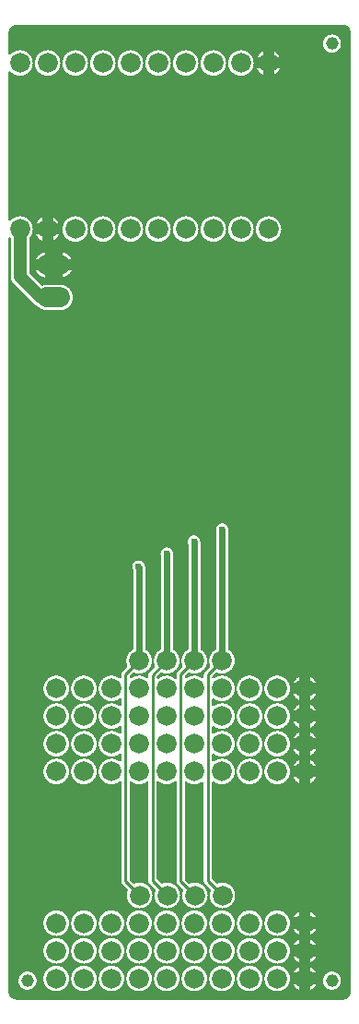
<source format=gbl>
G04 Layer: BottomLayer*
G04 EasyEDA v6.3.41, 2020-05-07T17:32:53--4:00*
G04 d717aee7dc5049f39d0e7fcf31ef931a,7404d47bf86b4b15bb797b085195da26,10*
G04 Gerber Generator version 0.2*
G04 Scale: 100 percent, Rotated: No, Reflected: No *
G04 Dimensions in millimeters *
G04 leading zeros omitted , absolute positions ,3 integer and 3 decimal *
%FSLAX33Y33*%
%MOMM*%
G90*
G71D02*

%ADD10C,0.254000*%
%ADD11C,0.580009*%
%ADD12C,0.614985*%
%ADD19C,1.829003*%
%ADD20C,1.151992*%
%ADD21C,1.159993*%

%LPD*%
G36*
G01X30999Y89743D02*
G01X999Y89743D01*
G01X960Y89742D01*
G01X922Y89739D01*
G01X883Y89734D01*
G01X845Y89727D01*
G01X807Y89718D01*
G01X770Y89707D01*
G01X733Y89694D01*
G01X697Y89679D01*
G01X662Y89662D01*
G01X628Y89644D01*
G01X595Y89623D01*
G01X563Y89601D01*
G01X532Y89578D01*
G01X502Y89552D01*
G01X474Y89525D01*
G01X447Y89497D01*
G01X422Y89467D01*
G01X398Y89437D01*
G01X376Y89404D01*
G01X356Y89371D01*
G01X337Y89337D01*
G01X320Y89302D01*
G01X292Y89230D01*
G01X281Y89192D01*
G01X272Y89154D01*
G01X265Y89116D01*
G01X260Y89077D01*
G01X257Y89039D01*
G01X256Y88999D01*
G01X256Y87072D01*
G01X257Y87058D01*
G01X260Y87044D01*
G01X265Y87030D01*
G01X272Y87017D01*
G01X281Y87005D01*
G01X291Y86995D01*
G01X303Y86987D01*
G01X315Y86980D01*
G01X329Y86975D01*
G01X343Y86971D01*
G01X357Y86970D01*
G01X375Y86972D01*
G01X391Y86976D01*
G01X407Y86983D01*
G01X421Y86992D01*
G01X433Y87004D01*
G01X467Y87040D01*
G01X502Y87074D01*
G01X538Y87107D01*
G01X576Y87138D01*
G01X615Y87168D01*
G01X655Y87195D01*
G01X697Y87221D01*
G01X739Y87246D01*
G01X783Y87269D01*
G01X827Y87289D01*
G01X872Y87309D01*
G01X918Y87326D01*
G01X964Y87341D01*
G01X1012Y87354D01*
G01X1059Y87365D01*
G01X1108Y87374D01*
G01X1156Y87381D01*
G01X1205Y87386D01*
G01X1253Y87390D01*
G01X1303Y87391D01*
G01X1352Y87390D01*
G01X1400Y87386D01*
G01X1449Y87381D01*
G01X1498Y87374D01*
G01X1546Y87365D01*
G01X1593Y87354D01*
G01X1641Y87341D01*
G01X1687Y87326D01*
G01X1733Y87309D01*
G01X1778Y87289D01*
G01X1822Y87269D01*
G01X1866Y87246D01*
G01X1909Y87221D01*
G01X1950Y87195D01*
G01X1990Y87168D01*
G01X2029Y87138D01*
G01X2067Y87107D01*
G01X2103Y87074D01*
G01X2138Y87040D01*
G01X2172Y87004D01*
G01X2204Y86967D01*
G01X2234Y86928D01*
G01X2263Y86889D01*
G01X2291Y86848D01*
G01X2316Y86806D01*
G01X2340Y86763D01*
G01X2361Y86719D01*
G01X2381Y86675D01*
G01X2400Y86629D01*
G01X2416Y86583D01*
G01X2430Y86536D01*
G01X2442Y86488D01*
G01X2452Y86441D01*
G01X2461Y86392D01*
G01X2467Y86344D01*
G01X2471Y86295D01*
G01X2473Y86280D01*
G01X2477Y86266D01*
G01X2483Y86253D01*
G01X2491Y86240D01*
G01X2501Y86229D01*
G01X2512Y86220D01*
G01X2501Y86210D01*
G01X2491Y86199D01*
G01X2483Y86187D01*
G01X2477Y86173D01*
G01X2473Y86159D01*
G01X2471Y86144D01*
G01X2467Y86095D01*
G01X2461Y86047D01*
G01X2452Y85999D01*
G01X2442Y85950D01*
G01X2430Y85903D01*
G01X2416Y85856D01*
G01X2400Y85810D01*
G01X2381Y85764D01*
G01X2361Y85720D01*
G01X2340Y85676D01*
G01X2316Y85633D01*
G01X2291Y85591D01*
G01X2263Y85550D01*
G01X2234Y85510D01*
G01X2204Y85472D01*
G01X2172Y85435D01*
G01X2138Y85400D01*
G01X2103Y85365D01*
G01X2067Y85333D01*
G01X2029Y85301D01*
G01X1990Y85272D01*
G01X1950Y85244D01*
G01X1909Y85217D01*
G01X1866Y85193D01*
G01X1822Y85171D01*
G01X1778Y85150D01*
G01X1733Y85130D01*
G01X1641Y85098D01*
G01X1593Y85085D01*
G01X1546Y85074D01*
G01X1498Y85065D01*
G01X1449Y85058D01*
G01X1400Y85053D01*
G01X1352Y85050D01*
G01X1303Y85049D01*
G01X1253Y85050D01*
G01X1205Y85053D01*
G01X1156Y85058D01*
G01X1108Y85065D01*
G01X1059Y85074D01*
G01X1012Y85085D01*
G01X964Y85098D01*
G01X872Y85130D01*
G01X827Y85149D01*
G01X783Y85170D01*
G01X739Y85193D01*
G01X697Y85217D01*
G01X655Y85244D01*
G01X615Y85272D01*
G01X576Y85301D01*
G01X538Y85333D01*
G01X502Y85365D01*
G01X467Y85399D01*
G01X433Y85435D01*
G01X421Y85446D01*
G01X407Y85456D01*
G01X391Y85463D01*
G01X375Y85467D01*
G01X358Y85469D01*
G01X343Y85468D01*
G01X329Y85465D01*
G01X315Y85460D01*
G01X303Y85453D01*
G01X291Y85444D01*
G01X281Y85434D01*
G01X272Y85422D01*
G01X265Y85409D01*
G01X260Y85396D01*
G01X257Y85381D01*
G01X256Y85367D01*
G01X256Y71832D01*
G01X257Y71818D01*
G01X260Y71804D01*
G01X265Y71790D01*
G01X272Y71777D01*
G01X281Y71765D01*
G01X291Y71755D01*
G01X303Y71747D01*
G01X315Y71740D01*
G01X329Y71735D01*
G01X343Y71731D01*
G01X357Y71730D01*
G01X375Y71732D01*
G01X391Y71736D01*
G01X407Y71743D01*
G01X421Y71752D01*
G01X433Y71764D01*
G01X467Y71800D01*
G01X502Y71834D01*
G01X538Y71867D01*
G01X576Y71898D01*
G01X615Y71928D01*
G01X655Y71955D01*
G01X697Y71981D01*
G01X739Y72006D01*
G01X783Y72029D01*
G01X827Y72049D01*
G01X872Y72069D01*
G01X918Y72086D01*
G01X964Y72101D01*
G01X1012Y72114D01*
G01X1059Y72125D01*
G01X1108Y72134D01*
G01X1156Y72141D01*
G01X1205Y72146D01*
G01X1253Y72150D01*
G01X1303Y72151D01*
G01X1352Y72150D01*
G01X1400Y72146D01*
G01X1449Y72141D01*
G01X1498Y72134D01*
G01X1546Y72125D01*
G01X1593Y72114D01*
G01X1641Y72101D01*
G01X1687Y72086D01*
G01X1733Y72069D01*
G01X1778Y72049D01*
G01X1822Y72029D01*
G01X1866Y72006D01*
G01X1909Y71981D01*
G01X1950Y71955D01*
G01X1990Y71928D01*
G01X2029Y71898D01*
G01X2067Y71867D01*
G01X2103Y71834D01*
G01X2138Y71800D01*
G01X2172Y71764D01*
G01X2204Y71727D01*
G01X2234Y71688D01*
G01X2263Y71649D01*
G01X2291Y71608D01*
G01X2316Y71566D01*
G01X2340Y71523D01*
G01X2361Y71479D01*
G01X2381Y71435D01*
G01X2400Y71389D01*
G01X2416Y71343D01*
G01X2430Y71296D01*
G01X2442Y71248D01*
G01X2452Y71201D01*
G01X2461Y71152D01*
G01X2467Y71104D01*
G01X2471Y71055D01*
G01X2474Y70980D01*
G01X2471Y70904D01*
G01X2467Y70855D01*
G01X2461Y70805D01*
G01X2452Y70757D01*
G01X2442Y70708D01*
G01X2429Y70660D01*
G01X2415Y70613D01*
G01X2398Y70566D01*
G01X2380Y70520D01*
G01X2359Y70475D01*
G01X2337Y70430D01*
G01X2313Y70387D01*
G01X2287Y70345D01*
G01X2259Y70304D01*
G01X2229Y70264D01*
G01X2198Y70226D01*
G01X2166Y70188D01*
G01X2156Y70176D01*
G01X2149Y70163D01*
G01X2144Y70150D01*
G01X2140Y70135D01*
G01X2139Y70120D01*
G01X2139Y66984D01*
G01X2140Y66968D01*
G01X2144Y66953D01*
G01X2150Y66938D01*
G01X2158Y66925D01*
G01X2169Y66913D01*
G01X3271Y65810D01*
G01X3283Y65800D01*
G01X3297Y65791D01*
G01X3312Y65785D01*
G01X3327Y65781D01*
G01X3343Y65780D01*
G01X3362Y65782D01*
G01X3381Y65787D01*
G01X3427Y65805D01*
G01X3474Y65820D01*
G01X3521Y65834D01*
G01X3569Y65845D01*
G01X3618Y65854D01*
G01X3666Y65862D01*
G01X3716Y65867D01*
G01X3765Y65870D01*
G01X3814Y65871D01*
G01X4985Y65871D01*
G01X5035Y65870D01*
G01X5084Y65867D01*
G01X5133Y65861D01*
G01X5182Y65854D01*
G01X5231Y65844D01*
G01X5280Y65833D01*
G01X5328Y65819D01*
G01X5375Y65804D01*
G01X5421Y65786D01*
G01X5467Y65767D01*
G01X5512Y65745D01*
G01X5556Y65722D01*
G01X5598Y65697D01*
G01X5641Y65670D01*
G01X5681Y65641D01*
G01X5720Y65611D01*
G01X5758Y65579D01*
G01X5795Y65545D01*
G01X5830Y65510D01*
G01X5864Y65473D01*
G01X5896Y65435D01*
G01X5926Y65396D01*
G01X5955Y65356D01*
G01X5982Y65313D01*
G01X6007Y65271D01*
G01X6030Y65227D01*
G01X6052Y65182D01*
G01X6071Y65136D01*
G01X6089Y65090D01*
G01X6104Y65043D01*
G01X6118Y64995D01*
G01X6129Y64946D01*
G01X6139Y64897D01*
G01X6146Y64849D01*
G01X6152Y64799D01*
G01X6155Y64750D01*
G01X6156Y64700D01*
G01X6155Y64650D01*
G01X6152Y64600D01*
G01X6146Y64551D01*
G01X6139Y64502D01*
G01X6129Y64453D01*
G01X6118Y64405D01*
G01X6104Y64357D01*
G01X6089Y64310D01*
G01X6071Y64263D01*
G01X6052Y64217D01*
G01X6030Y64172D01*
G01X6007Y64128D01*
G01X5982Y64086D01*
G01X5955Y64044D01*
G01X5926Y64003D01*
G01X5896Y63964D01*
G01X5864Y63926D01*
G01X5830Y63889D01*
G01X5795Y63854D01*
G01X5758Y63820D01*
G01X5720Y63788D01*
G01X5681Y63758D01*
G01X5641Y63729D01*
G01X5598Y63703D01*
G01X5556Y63677D01*
G01X5512Y63654D01*
G01X5467Y63632D01*
G01X5421Y63613D01*
G01X5375Y63595D01*
G01X5328Y63580D01*
G01X5280Y63566D01*
G01X5231Y63555D01*
G01X5182Y63546D01*
G01X5133Y63538D01*
G01X5084Y63533D01*
G01X5035Y63530D01*
G01X4985Y63528D01*
G01X3814Y63528D01*
G01X3814Y63529D01*
G01X3765Y63530D01*
G01X3716Y63533D01*
G01X3668Y63538D01*
G01X3619Y63545D01*
G01X3571Y63554D01*
G01X3523Y63565D01*
G01X3476Y63579D01*
G01X3429Y63594D01*
G01X3384Y63611D01*
G01X3338Y63629D01*
G01X3250Y63673D01*
G01X3208Y63697D01*
G01X3167Y63724D01*
G01X3126Y63752D01*
G01X3087Y63781D01*
G01X3013Y63845D01*
G01X2978Y63880D01*
G01X2966Y63890D01*
G01X2952Y63899D01*
G01X2938Y63905D01*
G01X2896Y63920D01*
G01X2856Y63936D01*
G01X2817Y63956D01*
G01X2779Y63976D01*
G01X2742Y63999D01*
G01X2706Y64024D01*
G01X2672Y64050D01*
G01X2639Y64078D01*
G01X2607Y64108D01*
G01X711Y66004D01*
G01X681Y66036D01*
G01X653Y66069D01*
G01X626Y66104D01*
G01X601Y66140D01*
G01X578Y66177D01*
G01X557Y66216D01*
G01X538Y66256D01*
G01X521Y66296D01*
G01X507Y66338D01*
G01X495Y66379D01*
G01X484Y66422D01*
G01X476Y66465D01*
G01X471Y66508D01*
G01X467Y66552D01*
G01X466Y66596D01*
G01X466Y70120D01*
G01X465Y70135D01*
G01X462Y70150D01*
G01X456Y70163D01*
G01X449Y70176D01*
G01X439Y70188D01*
G01X433Y70195D01*
G01X421Y70206D01*
G01X407Y70216D01*
G01X391Y70223D01*
G01X375Y70227D01*
G01X358Y70229D01*
G01X343Y70228D01*
G01X329Y70225D01*
G01X315Y70220D01*
G01X303Y70213D01*
G01X291Y70204D01*
G01X281Y70194D01*
G01X272Y70182D01*
G01X265Y70169D01*
G01X260Y70156D01*
G01X257Y70141D01*
G01X256Y70127D01*
G01X256Y1000D01*
G01X257Y960D01*
G01X260Y922D01*
G01X265Y883D01*
G01X272Y845D01*
G01X281Y807D01*
G01X292Y770D01*
G01X306Y733D01*
G01X320Y697D01*
G01X337Y662D01*
G01X356Y628D01*
G01X376Y595D01*
G01X398Y563D01*
G01X422Y532D01*
G01X447Y502D01*
G01X474Y474D01*
G01X502Y447D01*
G01X532Y421D01*
G01X563Y398D01*
G01X595Y376D01*
G01X628Y355D01*
G01X662Y337D01*
G01X697Y320D01*
G01X733Y306D01*
G01X770Y292D01*
G01X807Y281D01*
G01X845Y272D01*
G01X883Y265D01*
G01X922Y260D01*
G01X960Y257D01*
G01X999Y256D01*
G01X30999Y256D01*
G01X31039Y257D01*
G01X31077Y260D01*
G01X31116Y265D01*
G01X31154Y272D01*
G01X31192Y281D01*
G01X31229Y292D01*
G01X31266Y306D01*
G01X31302Y320D01*
G01X31337Y337D01*
G01X31371Y355D01*
G01X31404Y376D01*
G01X31436Y398D01*
G01X31467Y421D01*
G01X31497Y447D01*
G01X31525Y474D01*
G01X31552Y502D01*
G01X31578Y532D01*
G01X31601Y563D01*
G01X31623Y595D01*
G01X31644Y628D01*
G01X31662Y662D01*
G01X31679Y697D01*
G01X31693Y733D01*
G01X31707Y770D01*
G01X31718Y807D01*
G01X31727Y845D01*
G01X31734Y883D01*
G01X31739Y922D01*
G01X31742Y960D01*
G01X31743Y1000D01*
G01X31743Y88999D01*
G01X31742Y89039D01*
G01X31739Y89077D01*
G01X31734Y89116D01*
G01X31727Y89154D01*
G01X31718Y89192D01*
G01X31707Y89230D01*
G01X31679Y89302D01*
G01X31662Y89337D01*
G01X31644Y89371D01*
G01X31623Y89404D01*
G01X31601Y89437D01*
G01X31578Y89467D01*
G01X31552Y89497D01*
G01X31525Y89525D01*
G01X31497Y89552D01*
G01X31467Y89578D01*
G01X31436Y89601D01*
G01X31404Y89623D01*
G01X31371Y89644D01*
G01X31337Y89662D01*
G01X31302Y89679D01*
G01X31266Y89694D01*
G01X31229Y89707D01*
G01X31192Y89718D01*
G01X31154Y89727D01*
G01X31116Y89734D01*
G01X31077Y89739D01*
G01X31039Y89742D01*
G01X30999Y89743D01*
G37*

%LPC*%
G36*
G01X24969Y3398D02*
G01X24959Y3410D01*
G01X24950Y3398D01*
G01X24939Y3388D01*
G01X24913Y3374D01*
G01X24899Y3370D01*
G01X24884Y3368D01*
G01X24835Y3364D01*
G01X24786Y3358D01*
G01X24736Y3349D01*
G01X24688Y3338D01*
G01X24640Y3326D01*
G01X24593Y3311D01*
G01X24546Y3295D01*
G01X24500Y3276D01*
G01X24454Y3256D01*
G01X24410Y3234D01*
G01X24366Y3209D01*
G01X24324Y3183D01*
G01X24283Y3156D01*
G01X24243Y3126D01*
G01X24204Y3095D01*
G01X24167Y3062D01*
G01X24131Y3028D01*
G01X24097Y2991D01*
G01X24064Y2954D01*
G01X24033Y2916D01*
G01X24004Y2876D01*
G01X23976Y2835D01*
G01X23950Y2792D01*
G01X23926Y2749D01*
G01X23903Y2705D01*
G01X23883Y2660D01*
G01X23864Y2613D01*
G01X23847Y2567D01*
G01X23833Y2519D01*
G01X23820Y2471D01*
G01X23810Y2422D01*
G01X23802Y2374D01*
G01X23795Y2324D01*
G01X23791Y2275D01*
G01X23789Y2260D01*
G01X23785Y2246D01*
G01X23779Y2232D01*
G01X23771Y2220D01*
G01X23761Y2209D01*
G01X23750Y2199D01*
G01X23761Y2190D01*
G01X23771Y2179D01*
G01X23779Y2166D01*
G01X23785Y2153D01*
G01X23789Y2139D01*
G01X23791Y2124D01*
G01X23795Y2076D01*
G01X23801Y2027D01*
G01X23810Y1978D01*
G01X23820Y1930D01*
G01X23832Y1883D01*
G01X23846Y1836D01*
G01X23880Y1744D01*
G01X23922Y1656D01*
G01X23946Y1613D01*
G01X23971Y1571D01*
G01X23999Y1530D01*
G01X24028Y1491D01*
G01X24058Y1452D01*
G01X24090Y1415D01*
G01X24124Y1380D01*
G01X24159Y1345D01*
G01X24195Y1313D01*
G01X24233Y1281D01*
G01X24272Y1252D01*
G01X24312Y1224D01*
G01X24353Y1198D01*
G01X24396Y1173D01*
G01X24439Y1150D01*
G01X24529Y1110D01*
G01X24621Y1078D01*
G01X24669Y1065D01*
G01X24716Y1054D01*
G01X24764Y1045D01*
G01X24813Y1038D01*
G01X24862Y1033D01*
G01X24911Y1030D01*
G01X24959Y1029D01*
G01X25009Y1030D01*
G01X25057Y1033D01*
G01X25106Y1038D01*
G01X25154Y1045D01*
G01X25203Y1054D01*
G01X25250Y1065D01*
G01X25298Y1078D01*
G01X25390Y1110D01*
G01X25480Y1150D01*
G01X25523Y1173D01*
G01X25565Y1198D01*
G01X25607Y1224D01*
G01X25647Y1252D01*
G01X25686Y1281D01*
G01X25724Y1313D01*
G01X25760Y1345D01*
G01X25795Y1380D01*
G01X25829Y1415D01*
G01X25861Y1452D01*
G01X25891Y1491D01*
G01X25920Y1530D01*
G01X25947Y1571D01*
G01X25973Y1613D01*
G01X25997Y1656D01*
G01X26018Y1700D01*
G01X26038Y1744D01*
G01X26057Y1790D01*
G01X26073Y1836D01*
G01X26087Y1883D01*
G01X26099Y1930D01*
G01X26109Y1978D01*
G01X26118Y2027D01*
G01X26124Y2076D01*
G01X26128Y2124D01*
G01X26131Y2199D01*
G01X26128Y2275D01*
G01X26124Y2324D01*
G01X26118Y2374D01*
G01X26109Y2422D01*
G01X26099Y2471D01*
G01X26086Y2519D01*
G01X26071Y2567D01*
G01X26055Y2613D01*
G01X26036Y2660D01*
G01X26016Y2705D01*
G01X25994Y2749D01*
G01X25969Y2792D01*
G01X25943Y2835D01*
G01X25915Y2876D01*
G01X25886Y2916D01*
G01X25855Y2954D01*
G01X25822Y2991D01*
G01X25787Y3028D01*
G01X25752Y3062D01*
G01X25714Y3095D01*
G01X25676Y3126D01*
G01X25636Y3156D01*
G01X25595Y3183D01*
G01X25553Y3209D01*
G01X25509Y3234D01*
G01X25465Y3256D01*
G01X25420Y3276D01*
G01X25373Y3295D01*
G01X25327Y3311D01*
G01X25279Y3326D01*
G01X25231Y3338D01*
G01X25183Y3349D01*
G01X25134Y3358D01*
G01X25084Y3364D01*
G01X25035Y3368D01*
G01X25020Y3370D01*
G01X25006Y3374D01*
G01X24980Y3388D01*
G01X24969Y3398D01*
G37*
G36*
G01X4649Y3398D02*
G01X4639Y3410D01*
G01X4630Y3398D01*
G01X4619Y3388D01*
G01X4593Y3374D01*
G01X4579Y3370D01*
G01X4564Y3368D01*
G01X4515Y3364D01*
G01X4467Y3358D01*
G01X4418Y3350D01*
G01X4371Y3339D01*
G01X4323Y3327D01*
G01X4276Y3312D01*
G01X4230Y3297D01*
G01X4184Y3278D01*
G01X4139Y3259D01*
G01X4096Y3237D01*
G01X4053Y3213D01*
G01X4011Y3188D01*
G01X3970Y3161D01*
G01X3931Y3132D01*
G01X3892Y3101D01*
G01X3855Y3069D01*
G01X3819Y3036D01*
G01X3785Y3001D01*
G01X3752Y2964D01*
G01X3721Y2926D01*
G01X3692Y2887D01*
G01X3664Y2847D01*
G01X3638Y2806D01*
G01X3613Y2763D01*
G01X3590Y2720D01*
G01X3569Y2675D01*
G01X3551Y2630D01*
G01X3533Y2584D01*
G01X3518Y2538D01*
G01X3505Y2491D01*
G01X3494Y2443D01*
G01X3485Y2395D01*
G01X3478Y2346D01*
G01X3472Y2298D01*
G01X3469Y2248D01*
G01X3468Y2199D01*
G01X3469Y2150D01*
G01X3473Y2100D01*
G01X3478Y2051D01*
G01X3485Y2001D01*
G01X3495Y1953D01*
G01X3506Y1904D01*
G01X3520Y1857D01*
G01X3535Y1809D01*
G01X3553Y1763D01*
G01X3573Y1717D01*
G01X3594Y1672D01*
G01X3617Y1628D01*
G01X3642Y1585D01*
G01X3698Y1503D01*
G01X3728Y1464D01*
G01X3760Y1426D01*
G01X3794Y1389D01*
G01X3829Y1354D01*
G01X3866Y1321D01*
G01X3904Y1289D01*
G01X3943Y1258D01*
G01X3984Y1229D01*
G01X4026Y1202D01*
G01X4068Y1177D01*
G01X4113Y1154D01*
G01X4157Y1132D01*
G01X4203Y1113D01*
G01X4249Y1096D01*
G01X4296Y1080D01*
G01X4345Y1066D01*
G01X4393Y1055D01*
G01X4442Y1045D01*
G01X4491Y1038D01*
G01X4540Y1033D01*
G01X4590Y1030D01*
G01X4639Y1029D01*
G01X4689Y1030D01*
G01X4737Y1033D01*
G01X4786Y1038D01*
G01X4834Y1045D01*
G01X4883Y1054D01*
G01X4930Y1065D01*
G01X4978Y1078D01*
G01X5070Y1110D01*
G01X5160Y1150D01*
G01X5203Y1173D01*
G01X5245Y1198D01*
G01X5287Y1224D01*
G01X5327Y1252D01*
G01X5366Y1281D01*
G01X5404Y1313D01*
G01X5440Y1345D01*
G01X5475Y1380D01*
G01X5509Y1415D01*
G01X5541Y1452D01*
G01X5571Y1491D01*
G01X5600Y1530D01*
G01X5627Y1571D01*
G01X5653Y1613D01*
G01X5677Y1656D01*
G01X5698Y1700D01*
G01X5718Y1744D01*
G01X5737Y1790D01*
G01X5753Y1836D01*
G01X5767Y1883D01*
G01X5779Y1930D01*
G01X5789Y1978D01*
G01X5798Y2027D01*
G01X5804Y2076D01*
G01X5808Y2124D01*
G01X5810Y2139D01*
G01X5814Y2153D01*
G01X5820Y2166D01*
G01X5829Y2179D01*
G01X5838Y2190D01*
G01X5849Y2199D01*
G01X5838Y2209D01*
G01X5829Y2220D01*
G01X5820Y2232D01*
G01X5814Y2246D01*
G01X5810Y2260D01*
G01X5808Y2275D01*
G01X5804Y2324D01*
G01X5798Y2374D01*
G01X5789Y2422D01*
G01X5779Y2471D01*
G01X5766Y2519D01*
G01X5751Y2567D01*
G01X5735Y2613D01*
G01X5716Y2660D01*
G01X5696Y2705D01*
G01X5674Y2749D01*
G01X5649Y2792D01*
G01X5623Y2835D01*
G01X5595Y2876D01*
G01X5566Y2916D01*
G01X5535Y2954D01*
G01X5502Y2991D01*
G01X5467Y3028D01*
G01X5432Y3062D01*
G01X5394Y3095D01*
G01X5356Y3126D01*
G01X5316Y3156D01*
G01X5275Y3183D01*
G01X5233Y3209D01*
G01X5189Y3234D01*
G01X5145Y3256D01*
G01X5100Y3276D01*
G01X5053Y3295D01*
G01X5007Y3311D01*
G01X4959Y3326D01*
G01X4911Y3338D01*
G01X4863Y3349D01*
G01X4814Y3358D01*
G01X4764Y3364D01*
G01X4715Y3368D01*
G01X4700Y3370D01*
G01X4686Y3374D01*
G01X4660Y3388D01*
G01X4649Y3398D01*
G37*
G36*
G01X9729Y3398D02*
G01X9719Y3410D01*
G01X9710Y3398D01*
G01X9699Y3388D01*
G01X9673Y3374D01*
G01X9659Y3370D01*
G01X9644Y3368D01*
G01X9595Y3364D01*
G01X9546Y3358D01*
G01X9496Y3349D01*
G01X9448Y3338D01*
G01X9400Y3326D01*
G01X9353Y3311D01*
G01X9306Y3295D01*
G01X9260Y3276D01*
G01X9214Y3256D01*
G01X9170Y3234D01*
G01X9126Y3209D01*
G01X9084Y3183D01*
G01X9043Y3156D01*
G01X9003Y3126D01*
G01X8964Y3095D01*
G01X8927Y3062D01*
G01X8891Y3028D01*
G01X8857Y2991D01*
G01X8824Y2954D01*
G01X8793Y2916D01*
G01X8764Y2876D01*
G01X8736Y2835D01*
G01X8710Y2792D01*
G01X8686Y2749D01*
G01X8663Y2705D01*
G01X8643Y2660D01*
G01X8624Y2613D01*
G01X8607Y2567D01*
G01X8593Y2519D01*
G01X8580Y2471D01*
G01X8570Y2422D01*
G01X8562Y2374D01*
G01X8555Y2324D01*
G01X8551Y2275D01*
G01X8549Y2260D01*
G01X8545Y2246D01*
G01X8539Y2232D01*
G01X8531Y2220D01*
G01X8521Y2209D01*
G01X8510Y2199D01*
G01X8521Y2190D01*
G01X8531Y2179D01*
G01X8539Y2166D01*
G01X8545Y2153D01*
G01X8549Y2139D01*
G01X8551Y2124D01*
G01X8555Y2076D01*
G01X8561Y2027D01*
G01X8570Y1978D01*
G01X8580Y1930D01*
G01X8592Y1883D01*
G01X8606Y1836D01*
G01X8640Y1744D01*
G01X8682Y1656D01*
G01X8706Y1613D01*
G01X8731Y1571D01*
G01X8759Y1530D01*
G01X8788Y1491D01*
G01X8818Y1452D01*
G01X8850Y1415D01*
G01X8884Y1380D01*
G01X8919Y1345D01*
G01X8955Y1313D01*
G01X8993Y1281D01*
G01X9032Y1252D01*
G01X9072Y1224D01*
G01X9113Y1198D01*
G01X9156Y1173D01*
G01X9199Y1150D01*
G01X9289Y1110D01*
G01X9381Y1078D01*
G01X9429Y1065D01*
G01X9476Y1054D01*
G01X9524Y1045D01*
G01X9573Y1038D01*
G01X9622Y1033D01*
G01X9671Y1030D01*
G01X9719Y1029D01*
G01X9769Y1030D01*
G01X9817Y1033D01*
G01X9866Y1038D01*
G01X9914Y1045D01*
G01X9963Y1054D01*
G01X10010Y1065D01*
G01X10058Y1078D01*
G01X10150Y1110D01*
G01X10240Y1150D01*
G01X10283Y1173D01*
G01X10325Y1198D01*
G01X10367Y1224D01*
G01X10407Y1252D01*
G01X10446Y1281D01*
G01X10484Y1313D01*
G01X10520Y1345D01*
G01X10555Y1380D01*
G01X10589Y1415D01*
G01X10621Y1452D01*
G01X10651Y1491D01*
G01X10680Y1530D01*
G01X10707Y1571D01*
G01X10733Y1613D01*
G01X10757Y1656D01*
G01X10778Y1700D01*
G01X10798Y1744D01*
G01X10817Y1790D01*
G01X10833Y1836D01*
G01X10847Y1883D01*
G01X10859Y1930D01*
G01X10869Y1978D01*
G01X10878Y2027D01*
G01X10884Y2076D01*
G01X10888Y2124D01*
G01X10890Y2139D01*
G01X10894Y2153D01*
G01X10900Y2166D01*
G01X10909Y2179D01*
G01X10918Y2190D01*
G01X10929Y2199D01*
G01X10918Y2209D01*
G01X10909Y2220D01*
G01X10900Y2232D01*
G01X10894Y2246D01*
G01X10890Y2260D01*
G01X10888Y2275D01*
G01X10884Y2324D01*
G01X10878Y2374D01*
G01X10869Y2422D01*
G01X10859Y2471D01*
G01X10846Y2519D01*
G01X10831Y2567D01*
G01X10815Y2613D01*
G01X10796Y2660D01*
G01X10776Y2705D01*
G01X10754Y2749D01*
G01X10729Y2792D01*
G01X10703Y2835D01*
G01X10675Y2876D01*
G01X10646Y2916D01*
G01X10615Y2954D01*
G01X10582Y2991D01*
G01X10547Y3028D01*
G01X10512Y3062D01*
G01X10474Y3095D01*
G01X10436Y3126D01*
G01X10396Y3156D01*
G01X10355Y3183D01*
G01X10313Y3209D01*
G01X10269Y3234D01*
G01X10225Y3256D01*
G01X10180Y3276D01*
G01X10133Y3295D01*
G01X10087Y3311D01*
G01X10039Y3326D01*
G01X9991Y3338D01*
G01X9943Y3349D01*
G01X9894Y3358D01*
G01X9844Y3364D01*
G01X9795Y3368D01*
G01X9780Y3370D01*
G01X9766Y3374D01*
G01X9740Y3388D01*
G01X9729Y3398D01*
G37*
G36*
G01X19889Y3398D02*
G01X19879Y3410D01*
G01X19870Y3398D01*
G01X19859Y3388D01*
G01X19833Y3374D01*
G01X19819Y3370D01*
G01X19804Y3368D01*
G01X19755Y3364D01*
G01X19706Y3358D01*
G01X19656Y3349D01*
G01X19608Y3338D01*
G01X19560Y3326D01*
G01X19513Y3311D01*
G01X19466Y3295D01*
G01X19420Y3276D01*
G01X19374Y3256D01*
G01X19330Y3234D01*
G01X19286Y3209D01*
G01X19244Y3183D01*
G01X19203Y3156D01*
G01X19163Y3126D01*
G01X19124Y3095D01*
G01X19087Y3062D01*
G01X19051Y3028D01*
G01X19017Y2991D01*
G01X18984Y2954D01*
G01X18953Y2916D01*
G01X18924Y2876D01*
G01X18896Y2835D01*
G01X18870Y2792D01*
G01X18846Y2749D01*
G01X18823Y2705D01*
G01X18803Y2660D01*
G01X18784Y2613D01*
G01X18767Y2567D01*
G01X18753Y2519D01*
G01X18740Y2471D01*
G01X18730Y2422D01*
G01X18722Y2374D01*
G01X18715Y2324D01*
G01X18711Y2275D01*
G01X18709Y2260D01*
G01X18705Y2246D01*
G01X18699Y2232D01*
G01X18691Y2220D01*
G01X18681Y2209D01*
G01X18670Y2199D01*
G01X18681Y2190D01*
G01X18691Y2179D01*
G01X18699Y2166D01*
G01X18705Y2153D01*
G01X18709Y2139D01*
G01X18711Y2124D01*
G01X18715Y2076D01*
G01X18721Y2027D01*
G01X18730Y1978D01*
G01X18740Y1930D01*
G01X18752Y1883D01*
G01X18766Y1836D01*
G01X18800Y1744D01*
G01X18842Y1656D01*
G01X18866Y1613D01*
G01X18891Y1571D01*
G01X18919Y1530D01*
G01X18948Y1491D01*
G01X18978Y1452D01*
G01X19010Y1415D01*
G01X19044Y1380D01*
G01X19079Y1345D01*
G01X19115Y1313D01*
G01X19153Y1281D01*
G01X19192Y1252D01*
G01X19232Y1224D01*
G01X19273Y1198D01*
G01X19316Y1173D01*
G01X19359Y1150D01*
G01X19449Y1110D01*
G01X19541Y1078D01*
G01X19589Y1065D01*
G01X19636Y1054D01*
G01X19684Y1045D01*
G01X19733Y1038D01*
G01X19782Y1033D01*
G01X19831Y1030D01*
G01X19879Y1029D01*
G01X19929Y1030D01*
G01X19977Y1033D01*
G01X20026Y1038D01*
G01X20074Y1045D01*
G01X20123Y1054D01*
G01X20170Y1065D01*
G01X20218Y1078D01*
G01X20310Y1110D01*
G01X20400Y1150D01*
G01X20443Y1173D01*
G01X20485Y1198D01*
G01X20527Y1224D01*
G01X20567Y1252D01*
G01X20606Y1281D01*
G01X20644Y1313D01*
G01X20680Y1345D01*
G01X20715Y1380D01*
G01X20749Y1415D01*
G01X20781Y1452D01*
G01X20811Y1491D01*
G01X20840Y1530D01*
G01X20867Y1571D01*
G01X20893Y1613D01*
G01X20917Y1656D01*
G01X20938Y1700D01*
G01X20958Y1744D01*
G01X20977Y1790D01*
G01X20993Y1836D01*
G01X21007Y1883D01*
G01X21019Y1930D01*
G01X21029Y1978D01*
G01X21038Y2027D01*
G01X21044Y2076D01*
G01X21048Y2124D01*
G01X21050Y2139D01*
G01X21054Y2153D01*
G01X21060Y2166D01*
G01X21069Y2179D01*
G01X21078Y2190D01*
G01X21089Y2199D01*
G01X21078Y2209D01*
G01X21069Y2220D01*
G01X21060Y2232D01*
G01X21054Y2246D01*
G01X21050Y2260D01*
G01X21048Y2275D01*
G01X21044Y2324D01*
G01X21038Y2374D01*
G01X21029Y2422D01*
G01X21019Y2471D01*
G01X21006Y2519D01*
G01X20991Y2567D01*
G01X20975Y2613D01*
G01X20956Y2660D01*
G01X20936Y2705D01*
G01X20914Y2749D01*
G01X20889Y2792D01*
G01X20863Y2835D01*
G01X20835Y2876D01*
G01X20806Y2916D01*
G01X20775Y2954D01*
G01X20742Y2991D01*
G01X20707Y3028D01*
G01X20672Y3062D01*
G01X20634Y3095D01*
G01X20596Y3126D01*
G01X20556Y3156D01*
G01X20515Y3183D01*
G01X20473Y3209D01*
G01X20429Y3234D01*
G01X20385Y3256D01*
G01X20340Y3276D01*
G01X20293Y3295D01*
G01X20247Y3311D01*
G01X20199Y3326D01*
G01X20151Y3338D01*
G01X20103Y3349D01*
G01X20054Y3358D01*
G01X20004Y3364D01*
G01X19955Y3368D01*
G01X19940Y3370D01*
G01X19926Y3374D01*
G01X19900Y3388D01*
G01X19889Y3398D01*
G37*
G36*
G01X12269Y3398D02*
G01X12259Y3410D01*
G01X12250Y3398D01*
G01X12239Y3388D01*
G01X12213Y3374D01*
G01X12199Y3370D01*
G01X12184Y3368D01*
G01X12135Y3364D01*
G01X12086Y3358D01*
G01X12036Y3349D01*
G01X11988Y3338D01*
G01X11940Y3326D01*
G01X11893Y3311D01*
G01X11846Y3295D01*
G01X11800Y3276D01*
G01X11754Y3256D01*
G01X11710Y3234D01*
G01X11666Y3209D01*
G01X11624Y3183D01*
G01X11583Y3156D01*
G01X11543Y3126D01*
G01X11504Y3095D01*
G01X11467Y3062D01*
G01X11431Y3028D01*
G01X11397Y2991D01*
G01X11364Y2954D01*
G01X11333Y2916D01*
G01X11304Y2876D01*
G01X11276Y2835D01*
G01X11250Y2792D01*
G01X11226Y2749D01*
G01X11203Y2705D01*
G01X11183Y2660D01*
G01X11164Y2613D01*
G01X11147Y2567D01*
G01X11133Y2519D01*
G01X11120Y2471D01*
G01X11110Y2422D01*
G01X11102Y2374D01*
G01X11095Y2324D01*
G01X11091Y2275D01*
G01X11089Y2260D01*
G01X11085Y2246D01*
G01X11079Y2232D01*
G01X11071Y2220D01*
G01X11061Y2209D01*
G01X11050Y2199D01*
G01X11061Y2190D01*
G01X11071Y2179D01*
G01X11079Y2166D01*
G01X11085Y2153D01*
G01X11089Y2139D01*
G01X11091Y2124D01*
G01X11095Y2076D01*
G01X11101Y2027D01*
G01X11110Y1978D01*
G01X11120Y1930D01*
G01X11132Y1883D01*
G01X11146Y1836D01*
G01X11180Y1744D01*
G01X11222Y1656D01*
G01X11246Y1613D01*
G01X11271Y1571D01*
G01X11299Y1530D01*
G01X11328Y1491D01*
G01X11358Y1452D01*
G01X11390Y1415D01*
G01X11424Y1380D01*
G01X11459Y1345D01*
G01X11495Y1313D01*
G01X11533Y1281D01*
G01X11572Y1252D01*
G01X11612Y1224D01*
G01X11653Y1198D01*
G01X11696Y1173D01*
G01X11739Y1150D01*
G01X11829Y1110D01*
G01X11921Y1078D01*
G01X11969Y1065D01*
G01X12016Y1054D01*
G01X12064Y1045D01*
G01X12113Y1038D01*
G01X12162Y1033D01*
G01X12211Y1030D01*
G01X12259Y1029D01*
G01X12309Y1030D01*
G01X12357Y1033D01*
G01X12406Y1038D01*
G01X12454Y1045D01*
G01X12503Y1054D01*
G01X12550Y1065D01*
G01X12598Y1078D01*
G01X12690Y1110D01*
G01X12780Y1150D01*
G01X12823Y1173D01*
G01X12865Y1198D01*
G01X12907Y1224D01*
G01X12947Y1252D01*
G01X12986Y1281D01*
G01X13024Y1313D01*
G01X13060Y1345D01*
G01X13095Y1380D01*
G01X13129Y1415D01*
G01X13161Y1452D01*
G01X13191Y1491D01*
G01X13220Y1530D01*
G01X13247Y1571D01*
G01X13273Y1613D01*
G01X13297Y1656D01*
G01X13318Y1700D01*
G01X13338Y1744D01*
G01X13357Y1790D01*
G01X13373Y1836D01*
G01X13387Y1883D01*
G01X13399Y1930D01*
G01X13409Y1978D01*
G01X13418Y2027D01*
G01X13424Y2076D01*
G01X13428Y2124D01*
G01X13430Y2139D01*
G01X13434Y2153D01*
G01X13440Y2166D01*
G01X13449Y2179D01*
G01X13458Y2190D01*
G01X13469Y2199D01*
G01X13458Y2209D01*
G01X13449Y2220D01*
G01X13440Y2232D01*
G01X13434Y2246D01*
G01X13430Y2260D01*
G01X13428Y2275D01*
G01X13424Y2324D01*
G01X13418Y2374D01*
G01X13409Y2422D01*
G01X13399Y2471D01*
G01X13386Y2519D01*
G01X13371Y2567D01*
G01X13355Y2613D01*
G01X13336Y2660D01*
G01X13316Y2705D01*
G01X13294Y2749D01*
G01X13269Y2792D01*
G01X13243Y2835D01*
G01X13215Y2876D01*
G01X13186Y2916D01*
G01X13155Y2954D01*
G01X13122Y2991D01*
G01X13087Y3028D01*
G01X13052Y3062D01*
G01X13014Y3095D01*
G01X12976Y3126D01*
G01X12936Y3156D01*
G01X12895Y3183D01*
G01X12853Y3209D01*
G01X12809Y3234D01*
G01X12765Y3256D01*
G01X12720Y3276D01*
G01X12673Y3295D01*
G01X12627Y3311D01*
G01X12579Y3326D01*
G01X12531Y3338D01*
G01X12483Y3349D01*
G01X12434Y3358D01*
G01X12384Y3364D01*
G01X12335Y3368D01*
G01X12320Y3370D01*
G01X12306Y3374D01*
G01X12280Y3388D01*
G01X12269Y3398D01*
G37*
G36*
G01X7189Y3398D02*
G01X7179Y3410D01*
G01X7170Y3398D01*
G01X7159Y3388D01*
G01X7133Y3374D01*
G01X7119Y3370D01*
G01X7104Y3368D01*
G01X7055Y3364D01*
G01X7006Y3358D01*
G01X6956Y3349D01*
G01X6908Y3338D01*
G01X6860Y3326D01*
G01X6813Y3311D01*
G01X6766Y3295D01*
G01X6720Y3276D01*
G01X6674Y3256D01*
G01X6630Y3234D01*
G01X6586Y3209D01*
G01X6544Y3183D01*
G01X6503Y3156D01*
G01X6463Y3126D01*
G01X6424Y3095D01*
G01X6387Y3062D01*
G01X6351Y3028D01*
G01X6317Y2991D01*
G01X6284Y2954D01*
G01X6253Y2916D01*
G01X6224Y2876D01*
G01X6196Y2835D01*
G01X6170Y2792D01*
G01X6146Y2749D01*
G01X6123Y2705D01*
G01X6103Y2660D01*
G01X6084Y2613D01*
G01X6067Y2567D01*
G01X6053Y2519D01*
G01X6040Y2471D01*
G01X6030Y2422D01*
G01X6022Y2374D01*
G01X6015Y2324D01*
G01X6011Y2275D01*
G01X6009Y2260D01*
G01X6005Y2246D01*
G01X5999Y2232D01*
G01X5991Y2220D01*
G01X5981Y2209D01*
G01X5970Y2199D01*
G01X5981Y2190D01*
G01X5991Y2179D01*
G01X5999Y2166D01*
G01X6005Y2153D01*
G01X6009Y2139D01*
G01X6011Y2124D01*
G01X6015Y2076D01*
G01X6021Y2027D01*
G01X6030Y1978D01*
G01X6040Y1930D01*
G01X6052Y1883D01*
G01X6066Y1836D01*
G01X6100Y1744D01*
G01X6142Y1656D01*
G01X6166Y1613D01*
G01X6191Y1571D01*
G01X6219Y1530D01*
G01X6248Y1491D01*
G01X6278Y1452D01*
G01X6310Y1415D01*
G01X6344Y1380D01*
G01X6379Y1345D01*
G01X6415Y1313D01*
G01X6453Y1281D01*
G01X6492Y1252D01*
G01X6532Y1224D01*
G01X6573Y1198D01*
G01X6616Y1173D01*
G01X6659Y1150D01*
G01X6749Y1110D01*
G01X6841Y1078D01*
G01X6889Y1065D01*
G01X6936Y1054D01*
G01X6984Y1045D01*
G01X7033Y1038D01*
G01X7082Y1033D01*
G01X7131Y1030D01*
G01X7179Y1029D01*
G01X7229Y1030D01*
G01X7277Y1033D01*
G01X7326Y1038D01*
G01X7374Y1045D01*
G01X7423Y1054D01*
G01X7470Y1065D01*
G01X7518Y1078D01*
G01X7610Y1110D01*
G01X7700Y1150D01*
G01X7743Y1173D01*
G01X7785Y1198D01*
G01X7827Y1224D01*
G01X7867Y1252D01*
G01X7906Y1281D01*
G01X7944Y1313D01*
G01X7980Y1345D01*
G01X8015Y1380D01*
G01X8049Y1415D01*
G01X8081Y1452D01*
G01X8111Y1491D01*
G01X8140Y1530D01*
G01X8167Y1571D01*
G01X8193Y1613D01*
G01X8217Y1656D01*
G01X8238Y1700D01*
G01X8258Y1744D01*
G01X8277Y1790D01*
G01X8293Y1836D01*
G01X8307Y1883D01*
G01X8319Y1930D01*
G01X8329Y1978D01*
G01X8338Y2027D01*
G01X8344Y2076D01*
G01X8348Y2124D01*
G01X8350Y2139D01*
G01X8354Y2153D01*
G01X8360Y2166D01*
G01X8369Y2179D01*
G01X8378Y2190D01*
G01X8389Y2199D01*
G01X8378Y2209D01*
G01X8369Y2220D01*
G01X8360Y2232D01*
G01X8354Y2246D01*
G01X8350Y2260D01*
G01X8348Y2275D01*
G01X8344Y2324D01*
G01X8338Y2374D01*
G01X8329Y2422D01*
G01X8319Y2471D01*
G01X8306Y2519D01*
G01X8291Y2567D01*
G01X8275Y2613D01*
G01X8256Y2660D01*
G01X8236Y2705D01*
G01X8214Y2749D01*
G01X8189Y2792D01*
G01X8163Y2835D01*
G01X8135Y2876D01*
G01X8106Y2916D01*
G01X8075Y2954D01*
G01X8042Y2991D01*
G01X8007Y3028D01*
G01X7972Y3062D01*
G01X7934Y3095D01*
G01X7896Y3126D01*
G01X7856Y3156D01*
G01X7815Y3183D01*
G01X7773Y3209D01*
G01X7729Y3234D01*
G01X7685Y3256D01*
G01X7640Y3276D01*
G01X7593Y3295D01*
G01X7547Y3311D01*
G01X7499Y3326D01*
G01X7451Y3338D01*
G01X7403Y3349D01*
G01X7354Y3358D01*
G01X7304Y3364D01*
G01X7255Y3368D01*
G01X7240Y3370D01*
G01X7226Y3374D01*
G01X7200Y3388D01*
G01X7189Y3398D01*
G37*
G36*
G01X17349Y3398D02*
G01X17339Y3410D01*
G01X17330Y3398D01*
G01X17319Y3388D01*
G01X17293Y3374D01*
G01X17279Y3370D01*
G01X17264Y3368D01*
G01X17215Y3364D01*
G01X17166Y3358D01*
G01X17116Y3349D01*
G01X17068Y3338D01*
G01X17020Y3326D01*
G01X16973Y3311D01*
G01X16926Y3295D01*
G01X16880Y3276D01*
G01X16834Y3256D01*
G01X16790Y3234D01*
G01X16746Y3209D01*
G01X16704Y3183D01*
G01X16663Y3156D01*
G01X16623Y3126D01*
G01X16584Y3095D01*
G01X16547Y3062D01*
G01X16511Y3028D01*
G01X16477Y2991D01*
G01X16444Y2954D01*
G01X16413Y2916D01*
G01X16384Y2876D01*
G01X16356Y2835D01*
G01X16330Y2792D01*
G01X16306Y2749D01*
G01X16283Y2705D01*
G01X16263Y2660D01*
G01X16244Y2613D01*
G01X16227Y2567D01*
G01X16213Y2519D01*
G01X16200Y2471D01*
G01X16190Y2422D01*
G01X16182Y2374D01*
G01X16175Y2324D01*
G01X16171Y2275D01*
G01X16169Y2260D01*
G01X16165Y2246D01*
G01X16159Y2232D01*
G01X16151Y2220D01*
G01X16141Y2209D01*
G01X16130Y2199D01*
G01X16141Y2190D01*
G01X16151Y2179D01*
G01X16159Y2166D01*
G01X16165Y2153D01*
G01X16169Y2139D01*
G01X16171Y2124D01*
G01X16175Y2076D01*
G01X16181Y2027D01*
G01X16190Y1978D01*
G01X16200Y1930D01*
G01X16212Y1883D01*
G01X16226Y1836D01*
G01X16260Y1744D01*
G01X16302Y1656D01*
G01X16326Y1613D01*
G01X16351Y1571D01*
G01X16379Y1530D01*
G01X16408Y1491D01*
G01X16438Y1452D01*
G01X16470Y1415D01*
G01X16504Y1380D01*
G01X16539Y1345D01*
G01X16575Y1313D01*
G01X16613Y1281D01*
G01X16652Y1252D01*
G01X16692Y1224D01*
G01X16733Y1198D01*
G01X16776Y1173D01*
G01X16819Y1150D01*
G01X16909Y1110D01*
G01X17001Y1078D01*
G01X17049Y1065D01*
G01X17096Y1054D01*
G01X17144Y1045D01*
G01X17193Y1038D01*
G01X17242Y1033D01*
G01X17291Y1030D01*
G01X17339Y1029D01*
G01X17389Y1030D01*
G01X17437Y1033D01*
G01X17486Y1038D01*
G01X17534Y1045D01*
G01X17583Y1054D01*
G01X17630Y1065D01*
G01X17678Y1078D01*
G01X17770Y1110D01*
G01X17860Y1150D01*
G01X17903Y1173D01*
G01X17945Y1198D01*
G01X17987Y1224D01*
G01X18027Y1252D01*
G01X18066Y1281D01*
G01X18104Y1313D01*
G01X18140Y1345D01*
G01X18175Y1380D01*
G01X18209Y1415D01*
G01X18241Y1452D01*
G01X18271Y1491D01*
G01X18300Y1530D01*
G01X18327Y1571D01*
G01X18353Y1613D01*
G01X18377Y1656D01*
G01X18398Y1700D01*
G01X18418Y1744D01*
G01X18437Y1790D01*
G01X18453Y1836D01*
G01X18467Y1883D01*
G01X18479Y1930D01*
G01X18489Y1978D01*
G01X18498Y2027D01*
G01X18504Y2076D01*
G01X18508Y2124D01*
G01X18510Y2139D01*
G01X18514Y2153D01*
G01X18520Y2166D01*
G01X18529Y2179D01*
G01X18538Y2190D01*
G01X18549Y2199D01*
G01X18538Y2209D01*
G01X18529Y2220D01*
G01X18520Y2232D01*
G01X18514Y2246D01*
G01X18510Y2260D01*
G01X18508Y2275D01*
G01X18504Y2324D01*
G01X18498Y2374D01*
G01X18489Y2422D01*
G01X18479Y2471D01*
G01X18466Y2519D01*
G01X18451Y2567D01*
G01X18435Y2613D01*
G01X18416Y2660D01*
G01X18396Y2705D01*
G01X18374Y2749D01*
G01X18349Y2792D01*
G01X18323Y2835D01*
G01X18295Y2876D01*
G01X18266Y2916D01*
G01X18235Y2954D01*
G01X18202Y2991D01*
G01X18167Y3028D01*
G01X18132Y3062D01*
G01X18094Y3095D01*
G01X18056Y3126D01*
G01X18016Y3156D01*
G01X17975Y3183D01*
G01X17933Y3209D01*
G01X17889Y3234D01*
G01X17845Y3256D01*
G01X17800Y3276D01*
G01X17753Y3295D01*
G01X17707Y3311D01*
G01X17659Y3326D01*
G01X17611Y3338D01*
G01X17563Y3349D01*
G01X17514Y3358D01*
G01X17464Y3364D01*
G01X17415Y3368D01*
G01X17400Y3370D01*
G01X17386Y3374D01*
G01X17360Y3388D01*
G01X17349Y3398D01*
G37*
G36*
G01X22429Y3398D02*
G01X22419Y3410D01*
G01X22410Y3398D01*
G01X22399Y3388D01*
G01X22373Y3374D01*
G01X22359Y3370D01*
G01X22344Y3368D01*
G01X22295Y3364D01*
G01X22246Y3358D01*
G01X22196Y3349D01*
G01X22148Y3338D01*
G01X22100Y3326D01*
G01X22053Y3311D01*
G01X22006Y3295D01*
G01X21960Y3276D01*
G01X21914Y3256D01*
G01X21870Y3234D01*
G01X21826Y3209D01*
G01X21784Y3183D01*
G01X21743Y3156D01*
G01X21703Y3126D01*
G01X21664Y3095D01*
G01X21627Y3062D01*
G01X21591Y3028D01*
G01X21557Y2991D01*
G01X21524Y2954D01*
G01X21493Y2916D01*
G01X21464Y2876D01*
G01X21436Y2835D01*
G01X21410Y2792D01*
G01X21386Y2749D01*
G01X21363Y2705D01*
G01X21343Y2660D01*
G01X21324Y2613D01*
G01X21307Y2567D01*
G01X21293Y2519D01*
G01X21280Y2471D01*
G01X21270Y2422D01*
G01X21262Y2374D01*
G01X21255Y2324D01*
G01X21251Y2275D01*
G01X21249Y2260D01*
G01X21245Y2246D01*
G01X21239Y2232D01*
G01X21231Y2220D01*
G01X21221Y2209D01*
G01X21210Y2199D01*
G01X21221Y2190D01*
G01X21231Y2179D01*
G01X21239Y2166D01*
G01X21245Y2153D01*
G01X21249Y2139D01*
G01X21251Y2124D01*
G01X21255Y2076D01*
G01X21261Y2027D01*
G01X21270Y1978D01*
G01X21280Y1930D01*
G01X21292Y1883D01*
G01X21306Y1836D01*
G01X21340Y1744D01*
G01X21382Y1656D01*
G01X21406Y1613D01*
G01X21431Y1571D01*
G01X21459Y1530D01*
G01X21488Y1491D01*
G01X21518Y1452D01*
G01X21550Y1415D01*
G01X21584Y1380D01*
G01X21619Y1345D01*
G01X21655Y1313D01*
G01X21693Y1281D01*
G01X21732Y1252D01*
G01X21772Y1224D01*
G01X21813Y1198D01*
G01X21856Y1173D01*
G01X21899Y1150D01*
G01X21989Y1110D01*
G01X22081Y1078D01*
G01X22129Y1065D01*
G01X22176Y1054D01*
G01X22224Y1045D01*
G01X22273Y1038D01*
G01X22322Y1033D01*
G01X22371Y1030D01*
G01X22419Y1029D01*
G01X22469Y1030D01*
G01X22517Y1033D01*
G01X22566Y1038D01*
G01X22614Y1045D01*
G01X22663Y1054D01*
G01X22710Y1065D01*
G01X22758Y1078D01*
G01X22850Y1110D01*
G01X22940Y1150D01*
G01X22983Y1173D01*
G01X23025Y1198D01*
G01X23067Y1224D01*
G01X23107Y1252D01*
G01X23146Y1281D01*
G01X23184Y1313D01*
G01X23220Y1345D01*
G01X23255Y1380D01*
G01X23289Y1415D01*
G01X23321Y1452D01*
G01X23351Y1491D01*
G01X23380Y1530D01*
G01X23407Y1571D01*
G01X23433Y1613D01*
G01X23457Y1656D01*
G01X23478Y1700D01*
G01X23498Y1744D01*
G01X23517Y1790D01*
G01X23533Y1836D01*
G01X23547Y1883D01*
G01X23559Y1930D01*
G01X23569Y1978D01*
G01X23578Y2027D01*
G01X23584Y2076D01*
G01X23588Y2124D01*
G01X23590Y2139D01*
G01X23594Y2153D01*
G01X23600Y2166D01*
G01X23609Y2179D01*
G01X23618Y2190D01*
G01X23629Y2199D01*
G01X23618Y2209D01*
G01X23609Y2220D01*
G01X23600Y2232D01*
G01X23594Y2246D01*
G01X23590Y2260D01*
G01X23588Y2275D01*
G01X23584Y2324D01*
G01X23578Y2374D01*
G01X23569Y2422D01*
G01X23559Y2471D01*
G01X23546Y2519D01*
G01X23531Y2567D01*
G01X23515Y2613D01*
G01X23496Y2660D01*
G01X23476Y2705D01*
G01X23454Y2749D01*
G01X23429Y2792D01*
G01X23403Y2835D01*
G01X23375Y2876D01*
G01X23346Y2916D01*
G01X23315Y2954D01*
G01X23282Y2991D01*
G01X23247Y3028D01*
G01X23212Y3062D01*
G01X23174Y3095D01*
G01X23136Y3126D01*
G01X23096Y3156D01*
G01X23055Y3183D01*
G01X23013Y3209D01*
G01X22969Y3234D01*
G01X22925Y3256D01*
G01X22880Y3276D01*
G01X22833Y3295D01*
G01X22787Y3311D01*
G01X22739Y3326D01*
G01X22691Y3338D01*
G01X22643Y3349D01*
G01X22594Y3358D01*
G01X22544Y3364D01*
G01X22495Y3368D01*
G01X22480Y3370D01*
G01X22466Y3374D01*
G01X22440Y3388D01*
G01X22429Y3398D01*
G37*
G36*
G01X14809Y3398D02*
G01X14799Y3410D01*
G01X14790Y3398D01*
G01X14779Y3388D01*
G01X14753Y3374D01*
G01X14739Y3370D01*
G01X14724Y3368D01*
G01X14675Y3364D01*
G01X14626Y3358D01*
G01X14576Y3349D01*
G01X14528Y3338D01*
G01X14480Y3326D01*
G01X14433Y3311D01*
G01X14386Y3295D01*
G01X14340Y3276D01*
G01X14294Y3256D01*
G01X14250Y3234D01*
G01X14206Y3209D01*
G01X14164Y3183D01*
G01X14123Y3156D01*
G01X14083Y3126D01*
G01X14044Y3095D01*
G01X14007Y3062D01*
G01X13971Y3028D01*
G01X13937Y2991D01*
G01X13904Y2954D01*
G01X13873Y2916D01*
G01X13844Y2876D01*
G01X13816Y2835D01*
G01X13790Y2792D01*
G01X13766Y2749D01*
G01X13743Y2705D01*
G01X13723Y2660D01*
G01X13704Y2613D01*
G01X13687Y2567D01*
G01X13673Y2519D01*
G01X13660Y2471D01*
G01X13650Y2422D01*
G01X13642Y2374D01*
G01X13635Y2324D01*
G01X13631Y2275D01*
G01X13629Y2260D01*
G01X13625Y2246D01*
G01X13619Y2232D01*
G01X13611Y2220D01*
G01X13601Y2209D01*
G01X13590Y2199D01*
G01X13601Y2190D01*
G01X13611Y2179D01*
G01X13619Y2166D01*
G01X13625Y2153D01*
G01X13629Y2139D01*
G01X13631Y2124D01*
G01X13635Y2076D01*
G01X13641Y2027D01*
G01X13650Y1978D01*
G01X13660Y1930D01*
G01X13672Y1883D01*
G01X13686Y1836D01*
G01X13720Y1744D01*
G01X13762Y1656D01*
G01X13786Y1613D01*
G01X13811Y1571D01*
G01X13839Y1530D01*
G01X13868Y1491D01*
G01X13898Y1452D01*
G01X13930Y1415D01*
G01X13964Y1380D01*
G01X13999Y1345D01*
G01X14035Y1313D01*
G01X14073Y1281D01*
G01X14112Y1252D01*
G01X14152Y1224D01*
G01X14193Y1198D01*
G01X14236Y1173D01*
G01X14279Y1150D01*
G01X14369Y1110D01*
G01X14461Y1078D01*
G01X14509Y1065D01*
G01X14556Y1054D01*
G01X14604Y1045D01*
G01X14653Y1038D01*
G01X14702Y1033D01*
G01X14751Y1030D01*
G01X14799Y1029D01*
G01X14849Y1030D01*
G01X14897Y1033D01*
G01X14946Y1038D01*
G01X14994Y1045D01*
G01X15043Y1054D01*
G01X15090Y1065D01*
G01X15138Y1078D01*
G01X15230Y1110D01*
G01X15320Y1150D01*
G01X15363Y1173D01*
G01X15405Y1198D01*
G01X15447Y1224D01*
G01X15487Y1252D01*
G01X15526Y1281D01*
G01X15564Y1313D01*
G01X15600Y1345D01*
G01X15635Y1380D01*
G01X15669Y1415D01*
G01X15701Y1452D01*
G01X15731Y1491D01*
G01X15760Y1530D01*
G01X15787Y1571D01*
G01X15813Y1613D01*
G01X15837Y1656D01*
G01X15858Y1700D01*
G01X15878Y1744D01*
G01X15897Y1790D01*
G01X15913Y1836D01*
G01X15927Y1883D01*
G01X15939Y1930D01*
G01X15949Y1978D01*
G01X15958Y2027D01*
G01X15964Y2076D01*
G01X15968Y2124D01*
G01X15970Y2139D01*
G01X15974Y2153D01*
G01X15980Y2166D01*
G01X15989Y2179D01*
G01X15998Y2190D01*
G01X16009Y2199D01*
G01X15998Y2209D01*
G01X15989Y2220D01*
G01X15980Y2232D01*
G01X15974Y2246D01*
G01X15970Y2260D01*
G01X15968Y2275D01*
G01X15964Y2324D01*
G01X15958Y2374D01*
G01X15949Y2422D01*
G01X15939Y2471D01*
G01X15926Y2519D01*
G01X15911Y2567D01*
G01X15895Y2613D01*
G01X15876Y2660D01*
G01X15856Y2705D01*
G01X15834Y2749D01*
G01X15809Y2792D01*
G01X15783Y2835D01*
G01X15755Y2876D01*
G01X15726Y2916D01*
G01X15695Y2954D01*
G01X15662Y2991D01*
G01X15627Y3028D01*
G01X15592Y3062D01*
G01X15554Y3095D01*
G01X15516Y3126D01*
G01X15476Y3156D01*
G01X15435Y3183D01*
G01X15393Y3209D01*
G01X15349Y3234D01*
G01X15305Y3256D01*
G01X15260Y3276D01*
G01X15213Y3295D01*
G01X15167Y3311D01*
G01X15119Y3326D01*
G01X15071Y3338D01*
G01X15023Y3349D01*
G01X14974Y3358D01*
G01X14924Y3364D01*
G01X14875Y3368D01*
G01X14860Y3370D01*
G01X14846Y3374D01*
G01X14820Y3388D01*
G01X14809Y3398D01*
G37*
G36*
G01X28548Y1679D02*
G01X28021Y1679D01*
G01X28021Y1150D01*
G01X28065Y1174D01*
G01X28109Y1200D01*
G01X28152Y1227D01*
G01X28193Y1256D01*
G01X28233Y1287D01*
G01X28272Y1320D01*
G01X28310Y1354D01*
G01X28345Y1390D01*
G01X28380Y1427D01*
G01X28412Y1466D01*
G01X28443Y1506D01*
G01X28472Y1547D01*
G01X28500Y1590D01*
G01X28525Y1634D01*
G01X28548Y1679D01*
G37*
G36*
G01X26979Y1679D02*
G01X26451Y1679D01*
G01X26474Y1634D01*
G01X26500Y1590D01*
G01X26527Y1547D01*
G01X26556Y1506D01*
G01X26587Y1466D01*
G01X26619Y1427D01*
G01X26653Y1390D01*
G01X26690Y1354D01*
G01X26727Y1320D01*
G01X26766Y1287D01*
G01X26806Y1256D01*
G01X26848Y1227D01*
G01X26890Y1200D01*
G01X26934Y1174D01*
G01X26979Y1150D01*
G01X26979Y1679D01*
G37*
G36*
G01X30041Y2831D02*
G01X29999Y2832D01*
G01X29957Y2831D01*
G01X29915Y2828D01*
G01X29873Y2823D01*
G01X29832Y2815D01*
G01X29791Y2806D01*
G01X29750Y2794D01*
G01X29710Y2780D01*
G01X29671Y2765D01*
G01X29633Y2747D01*
G01X29595Y2728D01*
G01X29559Y2706D01*
G01X29524Y2683D01*
G01X29490Y2658D01*
G01X29457Y2631D01*
G01X29426Y2603D01*
G01X29396Y2573D01*
G01X29368Y2542D01*
G01X29341Y2509D01*
G01X29316Y2475D01*
G01X29293Y2440D01*
G01X29271Y2404D01*
G01X29252Y2366D01*
G01X29234Y2328D01*
G01X29219Y2289D01*
G01X29205Y2249D01*
G01X29193Y2208D01*
G01X29184Y2167D01*
G01X29176Y2126D01*
G01X29171Y2084D01*
G01X29168Y2042D01*
G01X29167Y2000D01*
G01X29168Y1958D01*
G01X29171Y1915D01*
G01X29176Y1873D01*
G01X29184Y1832D01*
G01X29193Y1791D01*
G01X29205Y1750D01*
G01X29219Y1710D01*
G01X29234Y1671D01*
G01X29252Y1633D01*
G01X29271Y1595D01*
G01X29293Y1559D01*
G01X29316Y1524D01*
G01X29341Y1490D01*
G01X29368Y1457D01*
G01X29396Y1426D01*
G01X29426Y1396D01*
G01X29457Y1368D01*
G01X29490Y1341D01*
G01X29524Y1316D01*
G01X29559Y1293D01*
G01X29595Y1272D01*
G01X29633Y1252D01*
G01X29671Y1235D01*
G01X29710Y1219D01*
G01X29750Y1205D01*
G01X29791Y1194D01*
G01X29832Y1184D01*
G01X29873Y1177D01*
G01X29915Y1171D01*
G01X29957Y1168D01*
G01X29999Y1167D01*
G01X30041Y1168D01*
G01X30084Y1171D01*
G01X30126Y1177D01*
G01X30167Y1184D01*
G01X30208Y1194D01*
G01X30249Y1205D01*
G01X30289Y1219D01*
G01X30328Y1235D01*
G01X30366Y1252D01*
G01X30404Y1272D01*
G01X30440Y1293D01*
G01X30475Y1316D01*
G01X30509Y1341D01*
G01X30542Y1368D01*
G01X30573Y1396D01*
G01X30603Y1426D01*
G01X30631Y1457D01*
G01X30658Y1490D01*
G01X30682Y1524D01*
G01X30706Y1559D01*
G01X30727Y1595D01*
G01X30747Y1633D01*
G01X30764Y1671D01*
G01X30780Y1710D01*
G01X30794Y1750D01*
G01X30805Y1791D01*
G01X30815Y1832D01*
G01X30822Y1873D01*
G01X30828Y1915D01*
G01X30831Y1958D01*
G01X30832Y2000D01*
G01X30831Y2042D01*
G01X30828Y2084D01*
G01X30822Y2126D01*
G01X30815Y2167D01*
G01X30805Y2208D01*
G01X30794Y2249D01*
G01X30780Y2289D01*
G01X30764Y2328D01*
G01X30747Y2366D01*
G01X30727Y2404D01*
G01X30706Y2440D01*
G01X30682Y2475D01*
G01X30658Y2509D01*
G01X30631Y2542D01*
G01X30603Y2573D01*
G01X30573Y2603D01*
G01X30542Y2631D01*
G01X30509Y2658D01*
G01X30475Y2683D01*
G01X30440Y2706D01*
G01X30404Y2728D01*
G01X30366Y2747D01*
G01X30328Y2765D01*
G01X30289Y2780D01*
G01X30249Y2794D01*
G01X30208Y2806D01*
G01X30167Y2815D01*
G01X30126Y2823D01*
G01X30084Y2828D01*
G01X30041Y2831D01*
G37*
G36*
G01X2041Y2831D02*
G01X1999Y2832D01*
G01X1957Y2831D01*
G01X1915Y2828D01*
G01X1873Y2823D01*
G01X1832Y2815D01*
G01X1791Y2806D01*
G01X1750Y2794D01*
G01X1710Y2780D01*
G01X1671Y2765D01*
G01X1633Y2747D01*
G01X1595Y2728D01*
G01X1559Y2706D01*
G01X1524Y2683D01*
G01X1490Y2658D01*
G01X1457Y2631D01*
G01X1426Y2603D01*
G01X1396Y2573D01*
G01X1368Y2542D01*
G01X1341Y2509D01*
G01X1316Y2475D01*
G01X1293Y2440D01*
G01X1271Y2404D01*
G01X1252Y2366D01*
G01X1234Y2328D01*
G01X1219Y2289D01*
G01X1205Y2249D01*
G01X1194Y2208D01*
G01X1184Y2167D01*
G01X1176Y2126D01*
G01X1171Y2084D01*
G01X1168Y2042D01*
G01X1167Y2000D01*
G01X1168Y1958D01*
G01X1171Y1915D01*
G01X1176Y1873D01*
G01X1184Y1832D01*
G01X1194Y1791D01*
G01X1205Y1750D01*
G01X1219Y1710D01*
G01X1234Y1671D01*
G01X1252Y1633D01*
G01X1271Y1595D01*
G01X1293Y1559D01*
G01X1316Y1524D01*
G01X1341Y1490D01*
G01X1368Y1457D01*
G01X1396Y1426D01*
G01X1426Y1396D01*
G01X1457Y1368D01*
G01X1490Y1341D01*
G01X1524Y1316D01*
G01X1559Y1293D01*
G01X1595Y1272D01*
G01X1633Y1252D01*
G01X1671Y1235D01*
G01X1710Y1219D01*
G01X1750Y1205D01*
G01X1791Y1194D01*
G01X1832Y1184D01*
G01X1873Y1177D01*
G01X1915Y1171D01*
G01X1957Y1168D01*
G01X1999Y1167D01*
G01X2041Y1168D01*
G01X2084Y1171D01*
G01X2126Y1177D01*
G01X2167Y1184D01*
G01X2208Y1194D01*
G01X2249Y1205D01*
G01X2289Y1219D01*
G01X2328Y1235D01*
G01X2366Y1252D01*
G01X2404Y1272D01*
G01X2440Y1293D01*
G01X2475Y1316D01*
G01X2509Y1341D01*
G01X2542Y1368D01*
G01X2573Y1396D01*
G01X2603Y1426D01*
G01X2631Y1457D01*
G01X2658Y1490D01*
G01X2683Y1524D01*
G01X2706Y1559D01*
G01X2727Y1595D01*
G01X2747Y1633D01*
G01X2764Y1671D01*
G01X2780Y1710D01*
G01X2794Y1750D01*
G01X2805Y1791D01*
G01X2815Y1832D01*
G01X2822Y1873D01*
G01X2828Y1915D01*
G01X2831Y1958D01*
G01X2832Y2000D01*
G01X2831Y2042D01*
G01X2828Y2084D01*
G01X2822Y2126D01*
G01X2815Y2167D01*
G01X2805Y2208D01*
G01X2794Y2249D01*
G01X2780Y2289D01*
G01X2764Y2328D01*
G01X2747Y2366D01*
G01X2727Y2404D01*
G01X2706Y2440D01*
G01X2683Y2475D01*
G01X2658Y2509D01*
G01X2631Y2542D01*
G01X2603Y2573D01*
G01X2573Y2603D01*
G01X2542Y2631D01*
G01X2509Y2658D01*
G01X2475Y2683D01*
G01X2440Y2706D01*
G01X2404Y2728D01*
G01X2366Y2747D01*
G01X2328Y2765D01*
G01X2289Y2780D01*
G01X2249Y2794D01*
G01X2208Y2806D01*
G01X2167Y2815D01*
G01X2126Y2823D01*
G01X2084Y2828D01*
G01X2041Y2831D01*
G37*
G36*
G01X26979Y2720D02*
G01X26979Y3248D01*
G01X26934Y3225D01*
G01X26890Y3199D01*
G01X26848Y3172D01*
G01X26806Y3143D01*
G01X26766Y3112D01*
G01X26727Y3079D01*
G01X26690Y3045D01*
G01X26653Y3009D01*
G01X26619Y2972D01*
G01X26587Y2934D01*
G01X26556Y2893D01*
G01X26527Y2852D01*
G01X26500Y2809D01*
G01X26474Y2765D01*
G01X26451Y2720D01*
G01X26979Y2720D01*
G37*
G36*
G01X28065Y3225D02*
G01X28021Y3248D01*
G01X28021Y2720D01*
G01X28548Y2720D01*
G01X28525Y2765D01*
G01X28500Y2809D01*
G01X28472Y2852D01*
G01X28443Y2893D01*
G01X28412Y2934D01*
G01X28380Y2972D01*
G01X28345Y3009D01*
G01X28310Y3045D01*
G01X28272Y3079D01*
G01X28233Y3112D01*
G01X28193Y3143D01*
G01X28152Y3172D01*
G01X28109Y3199D01*
G01X28065Y3225D01*
G37*
G36*
G01X24969Y5938D02*
G01X24959Y5950D01*
G01X24950Y5938D01*
G01X24939Y5928D01*
G01X24913Y5914D01*
G01X24899Y5910D01*
G01X24884Y5908D01*
G01X24835Y5904D01*
G01X24786Y5898D01*
G01X24736Y5889D01*
G01X24688Y5878D01*
G01X24640Y5866D01*
G01X24593Y5851D01*
G01X24546Y5835D01*
G01X24500Y5816D01*
G01X24454Y5796D01*
G01X24410Y5774D01*
G01X24366Y5749D01*
G01X24324Y5723D01*
G01X24283Y5696D01*
G01X24243Y5666D01*
G01X24204Y5635D01*
G01X24167Y5602D01*
G01X24131Y5568D01*
G01X24097Y5531D01*
G01X24064Y5494D01*
G01X24033Y5456D01*
G01X24004Y5416D01*
G01X23976Y5375D01*
G01X23950Y5332D01*
G01X23926Y5289D01*
G01X23903Y5245D01*
G01X23883Y5200D01*
G01X23864Y5153D01*
G01X23847Y5107D01*
G01X23833Y5059D01*
G01X23820Y5011D01*
G01X23810Y4962D01*
G01X23802Y4914D01*
G01X23795Y4864D01*
G01X23791Y4815D01*
G01X23789Y4800D01*
G01X23785Y4786D01*
G01X23779Y4772D01*
G01X23771Y4760D01*
G01X23761Y4749D01*
G01X23750Y4739D01*
G01X23761Y4730D01*
G01X23771Y4719D01*
G01X23779Y4706D01*
G01X23785Y4693D01*
G01X23789Y4679D01*
G01X23791Y4664D01*
G01X23795Y4615D01*
G01X23802Y4565D01*
G01X23810Y4516D01*
G01X23820Y4468D01*
G01X23833Y4420D01*
G01X23847Y4372D01*
G01X23864Y4325D01*
G01X23883Y4279D01*
G01X23903Y4234D01*
G01X23926Y4190D01*
G01X23950Y4147D01*
G01X23976Y4104D01*
G01X24004Y4063D01*
G01X24033Y4023D01*
G01X24064Y3985D01*
G01X24097Y3947D01*
G01X24131Y3911D01*
G01X24167Y3877D01*
G01X24204Y3844D01*
G01X24243Y3813D01*
G01X24283Y3783D01*
G01X24324Y3755D01*
G01X24366Y3730D01*
G01X24410Y3706D01*
G01X24454Y3683D01*
G01X24500Y3663D01*
G01X24546Y3644D01*
G01X24593Y3627D01*
G01X24640Y3613D01*
G01X24688Y3601D01*
G01X24736Y3590D01*
G01X24786Y3581D01*
G01X24835Y3575D01*
G01X24884Y3571D01*
G01X24899Y3569D01*
G01X24913Y3565D01*
G01X24939Y3551D01*
G01X24950Y3541D01*
G01X24959Y3529D01*
G01X24969Y3541D01*
G01X24980Y3551D01*
G01X25006Y3565D01*
G01X25020Y3569D01*
G01X25035Y3571D01*
G01X25084Y3575D01*
G01X25134Y3581D01*
G01X25183Y3590D01*
G01X25231Y3601D01*
G01X25279Y3613D01*
G01X25327Y3627D01*
G01X25373Y3644D01*
G01X25420Y3663D01*
G01X25465Y3683D01*
G01X25509Y3706D01*
G01X25553Y3730D01*
G01X25595Y3755D01*
G01X25636Y3783D01*
G01X25676Y3813D01*
G01X25714Y3844D01*
G01X25752Y3877D01*
G01X25787Y3911D01*
G01X25822Y3947D01*
G01X25855Y3985D01*
G01X25886Y4023D01*
G01X25915Y4063D01*
G01X25943Y4104D01*
G01X25969Y4147D01*
G01X25994Y4190D01*
G01X26016Y4234D01*
G01X26036Y4279D01*
G01X26055Y4325D01*
G01X26071Y4372D01*
G01X26086Y4420D01*
G01X26099Y4468D01*
G01X26109Y4516D01*
G01X26118Y4565D01*
G01X26124Y4615D01*
G01X26128Y4664D01*
G01X26131Y4739D01*
G01X26128Y4815D01*
G01X26124Y4864D01*
G01X26118Y4914D01*
G01X26109Y4962D01*
G01X26099Y5011D01*
G01X26086Y5059D01*
G01X26071Y5107D01*
G01X26055Y5153D01*
G01X26036Y5200D01*
G01X26016Y5245D01*
G01X25994Y5289D01*
G01X25969Y5332D01*
G01X25943Y5375D01*
G01X25915Y5416D01*
G01X25886Y5456D01*
G01X25855Y5494D01*
G01X25822Y5531D01*
G01X25787Y5568D01*
G01X25752Y5602D01*
G01X25714Y5635D01*
G01X25676Y5666D01*
G01X25636Y5696D01*
G01X25595Y5723D01*
G01X25553Y5749D01*
G01X25509Y5774D01*
G01X25465Y5796D01*
G01X25420Y5816D01*
G01X25373Y5835D01*
G01X25327Y5851D01*
G01X25279Y5866D01*
G01X25231Y5878D01*
G01X25183Y5889D01*
G01X25134Y5898D01*
G01X25084Y5904D01*
G01X25035Y5908D01*
G01X25020Y5910D01*
G01X25006Y5914D01*
G01X24980Y5928D01*
G01X24969Y5938D01*
G37*
G36*
G01X4649Y5938D02*
G01X4639Y5950D01*
G01X4630Y5938D01*
G01X4619Y5928D01*
G01X4593Y5914D01*
G01X4579Y5910D01*
G01X4564Y5908D01*
G01X4515Y5904D01*
G01X4467Y5898D01*
G01X4418Y5890D01*
G01X4371Y5879D01*
G01X4323Y5867D01*
G01X4276Y5852D01*
G01X4230Y5837D01*
G01X4184Y5818D01*
G01X4139Y5799D01*
G01X4096Y5777D01*
G01X4053Y5753D01*
G01X4011Y5728D01*
G01X3970Y5701D01*
G01X3931Y5672D01*
G01X3892Y5641D01*
G01X3855Y5609D01*
G01X3819Y5576D01*
G01X3785Y5541D01*
G01X3752Y5504D01*
G01X3721Y5466D01*
G01X3692Y5427D01*
G01X3664Y5387D01*
G01X3638Y5346D01*
G01X3613Y5303D01*
G01X3590Y5260D01*
G01X3569Y5215D01*
G01X3551Y5170D01*
G01X3533Y5124D01*
G01X3518Y5078D01*
G01X3505Y5031D01*
G01X3494Y4983D01*
G01X3485Y4935D01*
G01X3478Y4886D01*
G01X3472Y4838D01*
G01X3469Y4788D01*
G01X3468Y4739D01*
G01X3469Y4691D01*
G01X3472Y4641D01*
G01X3478Y4593D01*
G01X3485Y4544D01*
G01X3494Y4496D01*
G01X3505Y4448D01*
G01X3518Y4401D01*
G01X3533Y4355D01*
G01X3569Y4263D01*
G01X3590Y4219D01*
G01X3613Y4176D01*
G01X3638Y4133D01*
G01X3664Y4092D01*
G01X3692Y4052D01*
G01X3721Y4013D01*
G01X3752Y3975D01*
G01X3785Y3938D01*
G01X3819Y3903D01*
G01X3855Y3870D01*
G01X3892Y3838D01*
G01X3931Y3807D01*
G01X3970Y3778D01*
G01X4011Y3751D01*
G01X4053Y3726D01*
G01X4096Y3702D01*
G01X4139Y3680D01*
G01X4184Y3660D01*
G01X4230Y3642D01*
G01X4276Y3626D01*
G01X4323Y3612D01*
G01X4371Y3600D01*
G01X4418Y3589D01*
G01X4467Y3581D01*
G01X4515Y3575D01*
G01X4564Y3571D01*
G01X4579Y3569D01*
G01X4593Y3565D01*
G01X4619Y3551D01*
G01X4630Y3541D01*
G01X4639Y3529D01*
G01X4649Y3541D01*
G01X4660Y3551D01*
G01X4686Y3565D01*
G01X4700Y3569D01*
G01X4715Y3571D01*
G01X4764Y3575D01*
G01X4814Y3581D01*
G01X4863Y3590D01*
G01X4911Y3601D01*
G01X4959Y3613D01*
G01X5007Y3627D01*
G01X5053Y3644D01*
G01X5100Y3663D01*
G01X5145Y3683D01*
G01X5189Y3706D01*
G01X5233Y3730D01*
G01X5275Y3755D01*
G01X5316Y3783D01*
G01X5356Y3813D01*
G01X5394Y3844D01*
G01X5432Y3877D01*
G01X5467Y3911D01*
G01X5502Y3947D01*
G01X5535Y3985D01*
G01X5566Y4023D01*
G01X5595Y4063D01*
G01X5623Y4104D01*
G01X5649Y4147D01*
G01X5674Y4190D01*
G01X5696Y4234D01*
G01X5716Y4279D01*
G01X5735Y4325D01*
G01X5751Y4372D01*
G01X5766Y4420D01*
G01X5779Y4468D01*
G01X5789Y4516D01*
G01X5798Y4565D01*
G01X5804Y4615D01*
G01X5808Y4664D01*
G01X5810Y4679D01*
G01X5814Y4693D01*
G01X5820Y4706D01*
G01X5829Y4719D01*
G01X5838Y4730D01*
G01X5849Y4739D01*
G01X5838Y4749D01*
G01X5829Y4760D01*
G01X5820Y4772D01*
G01X5814Y4786D01*
G01X5810Y4800D01*
G01X5808Y4815D01*
G01X5804Y4864D01*
G01X5798Y4914D01*
G01X5789Y4962D01*
G01X5779Y5011D01*
G01X5766Y5059D01*
G01X5751Y5107D01*
G01X5735Y5153D01*
G01X5716Y5200D01*
G01X5696Y5245D01*
G01X5674Y5289D01*
G01X5649Y5332D01*
G01X5623Y5375D01*
G01X5595Y5416D01*
G01X5566Y5456D01*
G01X5535Y5494D01*
G01X5502Y5531D01*
G01X5467Y5568D01*
G01X5432Y5602D01*
G01X5394Y5635D01*
G01X5356Y5666D01*
G01X5316Y5696D01*
G01X5275Y5723D01*
G01X5233Y5749D01*
G01X5189Y5774D01*
G01X5145Y5796D01*
G01X5100Y5816D01*
G01X5053Y5835D01*
G01X5007Y5851D01*
G01X4959Y5866D01*
G01X4911Y5878D01*
G01X4863Y5889D01*
G01X4814Y5898D01*
G01X4764Y5904D01*
G01X4715Y5908D01*
G01X4700Y5910D01*
G01X4686Y5914D01*
G01X4660Y5928D01*
G01X4649Y5938D01*
G37*
G36*
G01X9729Y5938D02*
G01X9719Y5950D01*
G01X9710Y5938D01*
G01X9699Y5928D01*
G01X9673Y5914D01*
G01X9659Y5910D01*
G01X9644Y5908D01*
G01X9595Y5904D01*
G01X9546Y5898D01*
G01X9496Y5889D01*
G01X9448Y5878D01*
G01X9400Y5866D01*
G01X9353Y5851D01*
G01X9306Y5835D01*
G01X9260Y5816D01*
G01X9214Y5796D01*
G01X9170Y5774D01*
G01X9126Y5749D01*
G01X9084Y5723D01*
G01X9043Y5696D01*
G01X9003Y5666D01*
G01X8964Y5635D01*
G01X8927Y5602D01*
G01X8891Y5568D01*
G01X8857Y5531D01*
G01X8824Y5494D01*
G01X8793Y5456D01*
G01X8764Y5416D01*
G01X8736Y5375D01*
G01X8710Y5332D01*
G01X8686Y5289D01*
G01X8663Y5245D01*
G01X8643Y5200D01*
G01X8624Y5153D01*
G01X8607Y5107D01*
G01X8593Y5059D01*
G01X8580Y5011D01*
G01X8570Y4962D01*
G01X8562Y4914D01*
G01X8555Y4864D01*
G01X8551Y4815D01*
G01X8549Y4800D01*
G01X8545Y4786D01*
G01X8539Y4772D01*
G01X8531Y4760D01*
G01X8521Y4749D01*
G01X8510Y4739D01*
G01X8521Y4730D01*
G01X8531Y4719D01*
G01X8539Y4706D01*
G01X8545Y4693D01*
G01X8549Y4679D01*
G01X8551Y4664D01*
G01X8555Y4615D01*
G01X8562Y4565D01*
G01X8570Y4516D01*
G01X8580Y4468D01*
G01X8593Y4420D01*
G01X8607Y4372D01*
G01X8624Y4325D01*
G01X8643Y4279D01*
G01X8663Y4234D01*
G01X8686Y4190D01*
G01X8710Y4147D01*
G01X8736Y4104D01*
G01X8764Y4063D01*
G01X8793Y4023D01*
G01X8824Y3985D01*
G01X8857Y3947D01*
G01X8891Y3911D01*
G01X8927Y3877D01*
G01X8964Y3844D01*
G01X9003Y3813D01*
G01X9043Y3783D01*
G01X9084Y3755D01*
G01X9126Y3730D01*
G01X9170Y3706D01*
G01X9214Y3683D01*
G01X9260Y3663D01*
G01X9306Y3644D01*
G01X9353Y3627D01*
G01X9400Y3613D01*
G01X9448Y3601D01*
G01X9496Y3590D01*
G01X9546Y3581D01*
G01X9595Y3575D01*
G01X9644Y3571D01*
G01X9659Y3569D01*
G01X9673Y3565D01*
G01X9699Y3551D01*
G01X9710Y3541D01*
G01X9719Y3529D01*
G01X9729Y3541D01*
G01X9740Y3551D01*
G01X9766Y3565D01*
G01X9780Y3569D01*
G01X9795Y3571D01*
G01X9844Y3575D01*
G01X9894Y3581D01*
G01X9943Y3590D01*
G01X9991Y3601D01*
G01X10039Y3613D01*
G01X10087Y3627D01*
G01X10133Y3644D01*
G01X10180Y3663D01*
G01X10225Y3683D01*
G01X10269Y3706D01*
G01X10313Y3730D01*
G01X10355Y3755D01*
G01X10396Y3783D01*
G01X10436Y3813D01*
G01X10474Y3844D01*
G01X10512Y3877D01*
G01X10547Y3911D01*
G01X10582Y3947D01*
G01X10615Y3985D01*
G01X10646Y4023D01*
G01X10675Y4063D01*
G01X10703Y4104D01*
G01X10729Y4147D01*
G01X10754Y4190D01*
G01X10776Y4234D01*
G01X10796Y4279D01*
G01X10815Y4325D01*
G01X10831Y4372D01*
G01X10846Y4420D01*
G01X10859Y4468D01*
G01X10869Y4516D01*
G01X10878Y4565D01*
G01X10884Y4615D01*
G01X10888Y4664D01*
G01X10890Y4679D01*
G01X10894Y4693D01*
G01X10900Y4706D01*
G01X10909Y4719D01*
G01X10918Y4730D01*
G01X10929Y4739D01*
G01X10918Y4749D01*
G01X10909Y4760D01*
G01X10900Y4772D01*
G01X10894Y4786D01*
G01X10890Y4800D01*
G01X10888Y4815D01*
G01X10884Y4864D01*
G01X10878Y4914D01*
G01X10869Y4962D01*
G01X10859Y5011D01*
G01X10846Y5059D01*
G01X10831Y5107D01*
G01X10815Y5153D01*
G01X10796Y5200D01*
G01X10776Y5245D01*
G01X10754Y5289D01*
G01X10729Y5332D01*
G01X10703Y5375D01*
G01X10675Y5416D01*
G01X10646Y5456D01*
G01X10615Y5494D01*
G01X10582Y5531D01*
G01X10547Y5568D01*
G01X10512Y5602D01*
G01X10474Y5635D01*
G01X10436Y5666D01*
G01X10396Y5696D01*
G01X10355Y5723D01*
G01X10313Y5749D01*
G01X10269Y5774D01*
G01X10225Y5796D01*
G01X10180Y5816D01*
G01X10133Y5835D01*
G01X10087Y5851D01*
G01X10039Y5866D01*
G01X9991Y5878D01*
G01X9943Y5889D01*
G01X9894Y5898D01*
G01X9844Y5904D01*
G01X9795Y5908D01*
G01X9780Y5910D01*
G01X9766Y5914D01*
G01X9740Y5928D01*
G01X9729Y5938D01*
G37*
G36*
G01X17349Y5938D02*
G01X17339Y5950D01*
G01X17330Y5938D01*
G01X17319Y5928D01*
G01X17293Y5914D01*
G01X17279Y5910D01*
G01X17264Y5908D01*
G01X17215Y5904D01*
G01X17166Y5898D01*
G01X17116Y5889D01*
G01X17068Y5878D01*
G01X17020Y5866D01*
G01X16973Y5851D01*
G01X16926Y5835D01*
G01X16880Y5816D01*
G01X16834Y5796D01*
G01X16790Y5774D01*
G01X16746Y5749D01*
G01X16704Y5723D01*
G01X16663Y5696D01*
G01X16623Y5666D01*
G01X16584Y5635D01*
G01X16547Y5602D01*
G01X16511Y5568D01*
G01X16477Y5531D01*
G01X16444Y5494D01*
G01X16413Y5456D01*
G01X16384Y5416D01*
G01X16356Y5375D01*
G01X16330Y5332D01*
G01X16306Y5289D01*
G01X16283Y5245D01*
G01X16263Y5200D01*
G01X16244Y5153D01*
G01X16227Y5107D01*
G01X16213Y5059D01*
G01X16200Y5011D01*
G01X16190Y4962D01*
G01X16182Y4914D01*
G01X16175Y4864D01*
G01X16171Y4815D01*
G01X16169Y4800D01*
G01X16165Y4786D01*
G01X16159Y4772D01*
G01X16151Y4760D01*
G01X16141Y4749D01*
G01X16130Y4739D01*
G01X16141Y4730D01*
G01X16151Y4719D01*
G01X16159Y4706D01*
G01X16165Y4693D01*
G01X16169Y4679D01*
G01X16171Y4664D01*
G01X16175Y4615D01*
G01X16182Y4565D01*
G01X16190Y4516D01*
G01X16200Y4468D01*
G01X16213Y4420D01*
G01X16227Y4372D01*
G01X16244Y4325D01*
G01X16263Y4279D01*
G01X16283Y4234D01*
G01X16306Y4190D01*
G01X16330Y4147D01*
G01X16356Y4104D01*
G01X16384Y4063D01*
G01X16413Y4023D01*
G01X16444Y3985D01*
G01X16477Y3947D01*
G01X16511Y3911D01*
G01X16547Y3877D01*
G01X16584Y3844D01*
G01X16623Y3813D01*
G01X16663Y3783D01*
G01X16704Y3755D01*
G01X16746Y3730D01*
G01X16790Y3706D01*
G01X16834Y3683D01*
G01X16880Y3663D01*
G01X16926Y3644D01*
G01X16973Y3627D01*
G01X17020Y3613D01*
G01X17068Y3601D01*
G01X17116Y3590D01*
G01X17166Y3581D01*
G01X17215Y3575D01*
G01X17264Y3571D01*
G01X17279Y3569D01*
G01X17293Y3565D01*
G01X17319Y3551D01*
G01X17330Y3541D01*
G01X17339Y3529D01*
G01X17349Y3541D01*
G01X17360Y3551D01*
G01X17386Y3565D01*
G01X17400Y3569D01*
G01X17415Y3571D01*
G01X17464Y3575D01*
G01X17514Y3581D01*
G01X17563Y3590D01*
G01X17611Y3601D01*
G01X17659Y3613D01*
G01X17707Y3627D01*
G01X17753Y3644D01*
G01X17800Y3663D01*
G01X17845Y3683D01*
G01X17889Y3706D01*
G01X17933Y3730D01*
G01X17975Y3755D01*
G01X18016Y3783D01*
G01X18056Y3813D01*
G01X18094Y3844D01*
G01X18132Y3877D01*
G01X18167Y3911D01*
G01X18202Y3947D01*
G01X18235Y3985D01*
G01X18266Y4023D01*
G01X18295Y4063D01*
G01X18323Y4104D01*
G01X18349Y4147D01*
G01X18374Y4190D01*
G01X18396Y4234D01*
G01X18416Y4279D01*
G01X18435Y4325D01*
G01X18451Y4372D01*
G01X18466Y4420D01*
G01X18479Y4468D01*
G01X18489Y4516D01*
G01X18498Y4565D01*
G01X18504Y4615D01*
G01X18508Y4664D01*
G01X18510Y4679D01*
G01X18514Y4693D01*
G01X18520Y4706D01*
G01X18529Y4719D01*
G01X18538Y4730D01*
G01X18549Y4739D01*
G01X18538Y4749D01*
G01X18529Y4760D01*
G01X18520Y4772D01*
G01X18514Y4786D01*
G01X18510Y4800D01*
G01X18508Y4815D01*
G01X18504Y4864D01*
G01X18498Y4914D01*
G01X18489Y4962D01*
G01X18479Y5011D01*
G01X18466Y5059D01*
G01X18451Y5107D01*
G01X18435Y5153D01*
G01X18416Y5200D01*
G01X18396Y5245D01*
G01X18374Y5289D01*
G01X18349Y5332D01*
G01X18323Y5375D01*
G01X18295Y5416D01*
G01X18266Y5456D01*
G01X18235Y5494D01*
G01X18202Y5531D01*
G01X18167Y5568D01*
G01X18132Y5602D01*
G01X18094Y5635D01*
G01X18056Y5666D01*
G01X18016Y5696D01*
G01X17975Y5723D01*
G01X17933Y5749D01*
G01X17889Y5774D01*
G01X17845Y5796D01*
G01X17800Y5816D01*
G01X17753Y5835D01*
G01X17707Y5851D01*
G01X17659Y5866D01*
G01X17611Y5878D01*
G01X17563Y5889D01*
G01X17514Y5898D01*
G01X17464Y5904D01*
G01X17415Y5908D01*
G01X17400Y5910D01*
G01X17386Y5914D01*
G01X17360Y5928D01*
G01X17349Y5938D01*
G37*
G36*
G01X12269Y5938D02*
G01X12259Y5950D01*
G01X12250Y5938D01*
G01X12239Y5928D01*
G01X12213Y5914D01*
G01X12199Y5910D01*
G01X12184Y5908D01*
G01X12135Y5904D01*
G01X12086Y5898D01*
G01X12036Y5889D01*
G01X11988Y5878D01*
G01X11940Y5866D01*
G01X11893Y5851D01*
G01X11846Y5835D01*
G01X11800Y5816D01*
G01X11754Y5796D01*
G01X11710Y5774D01*
G01X11666Y5749D01*
G01X11624Y5723D01*
G01X11583Y5696D01*
G01X11543Y5666D01*
G01X11504Y5635D01*
G01X11467Y5602D01*
G01X11431Y5568D01*
G01X11397Y5531D01*
G01X11364Y5494D01*
G01X11333Y5456D01*
G01X11304Y5416D01*
G01X11276Y5375D01*
G01X11250Y5332D01*
G01X11226Y5289D01*
G01X11203Y5245D01*
G01X11183Y5200D01*
G01X11164Y5153D01*
G01X11147Y5107D01*
G01X11133Y5059D01*
G01X11120Y5011D01*
G01X11110Y4962D01*
G01X11102Y4914D01*
G01X11095Y4864D01*
G01X11091Y4815D01*
G01X11089Y4800D01*
G01X11085Y4786D01*
G01X11079Y4772D01*
G01X11071Y4760D01*
G01X11061Y4749D01*
G01X11050Y4739D01*
G01X11061Y4730D01*
G01X11071Y4719D01*
G01X11079Y4706D01*
G01X11085Y4693D01*
G01X11089Y4679D01*
G01X11091Y4664D01*
G01X11095Y4615D01*
G01X11102Y4565D01*
G01X11110Y4516D01*
G01X11120Y4468D01*
G01X11133Y4420D01*
G01X11147Y4372D01*
G01X11164Y4325D01*
G01X11183Y4279D01*
G01X11203Y4234D01*
G01X11226Y4190D01*
G01X11250Y4147D01*
G01X11276Y4104D01*
G01X11304Y4063D01*
G01X11333Y4023D01*
G01X11364Y3985D01*
G01X11397Y3947D01*
G01X11431Y3911D01*
G01X11467Y3877D01*
G01X11504Y3844D01*
G01X11543Y3813D01*
G01X11583Y3783D01*
G01X11624Y3755D01*
G01X11666Y3730D01*
G01X11710Y3706D01*
G01X11754Y3683D01*
G01X11800Y3663D01*
G01X11846Y3644D01*
G01X11893Y3627D01*
G01X11940Y3613D01*
G01X11988Y3601D01*
G01X12036Y3590D01*
G01X12086Y3581D01*
G01X12135Y3575D01*
G01X12184Y3571D01*
G01X12199Y3569D01*
G01X12213Y3565D01*
G01X12239Y3551D01*
G01X12250Y3541D01*
G01X12259Y3529D01*
G01X12269Y3541D01*
G01X12280Y3551D01*
G01X12306Y3565D01*
G01X12320Y3569D01*
G01X12335Y3571D01*
G01X12384Y3575D01*
G01X12434Y3581D01*
G01X12483Y3590D01*
G01X12531Y3601D01*
G01X12579Y3613D01*
G01X12627Y3627D01*
G01X12673Y3644D01*
G01X12720Y3663D01*
G01X12765Y3683D01*
G01X12809Y3706D01*
G01X12853Y3730D01*
G01X12895Y3755D01*
G01X12936Y3783D01*
G01X12976Y3813D01*
G01X13014Y3844D01*
G01X13052Y3877D01*
G01X13087Y3911D01*
G01X13122Y3947D01*
G01X13155Y3985D01*
G01X13186Y4023D01*
G01X13215Y4063D01*
G01X13243Y4104D01*
G01X13269Y4147D01*
G01X13294Y4190D01*
G01X13316Y4234D01*
G01X13336Y4279D01*
G01X13355Y4325D01*
G01X13371Y4372D01*
G01X13386Y4420D01*
G01X13399Y4468D01*
G01X13409Y4516D01*
G01X13418Y4565D01*
G01X13424Y4615D01*
G01X13428Y4664D01*
G01X13430Y4679D01*
G01X13434Y4693D01*
G01X13440Y4706D01*
G01X13449Y4719D01*
G01X13458Y4730D01*
G01X13469Y4739D01*
G01X13458Y4749D01*
G01X13449Y4760D01*
G01X13440Y4772D01*
G01X13434Y4786D01*
G01X13430Y4800D01*
G01X13428Y4815D01*
G01X13424Y4864D01*
G01X13418Y4914D01*
G01X13409Y4962D01*
G01X13399Y5011D01*
G01X13386Y5059D01*
G01X13371Y5107D01*
G01X13355Y5153D01*
G01X13336Y5200D01*
G01X13316Y5245D01*
G01X13294Y5289D01*
G01X13269Y5332D01*
G01X13243Y5375D01*
G01X13215Y5416D01*
G01X13186Y5456D01*
G01X13155Y5494D01*
G01X13122Y5531D01*
G01X13087Y5568D01*
G01X13052Y5602D01*
G01X13014Y5635D01*
G01X12976Y5666D01*
G01X12936Y5696D01*
G01X12895Y5723D01*
G01X12853Y5749D01*
G01X12809Y5774D01*
G01X12765Y5796D01*
G01X12720Y5816D01*
G01X12673Y5835D01*
G01X12627Y5851D01*
G01X12579Y5866D01*
G01X12531Y5878D01*
G01X12483Y5889D01*
G01X12434Y5898D01*
G01X12384Y5904D01*
G01X12335Y5908D01*
G01X12320Y5910D01*
G01X12306Y5914D01*
G01X12280Y5928D01*
G01X12269Y5938D01*
G37*
G36*
G01X19889Y5938D02*
G01X19879Y5950D01*
G01X19870Y5938D01*
G01X19859Y5928D01*
G01X19833Y5914D01*
G01X19819Y5910D01*
G01X19804Y5908D01*
G01X19755Y5904D01*
G01X19706Y5898D01*
G01X19656Y5889D01*
G01X19608Y5878D01*
G01X19560Y5866D01*
G01X19513Y5851D01*
G01X19466Y5835D01*
G01X19420Y5816D01*
G01X19374Y5796D01*
G01X19330Y5774D01*
G01X19286Y5749D01*
G01X19244Y5723D01*
G01X19203Y5696D01*
G01X19163Y5666D01*
G01X19124Y5635D01*
G01X19087Y5602D01*
G01X19051Y5568D01*
G01X19017Y5531D01*
G01X18984Y5494D01*
G01X18953Y5456D01*
G01X18924Y5416D01*
G01X18896Y5375D01*
G01X18870Y5332D01*
G01X18846Y5289D01*
G01X18823Y5245D01*
G01X18803Y5200D01*
G01X18784Y5153D01*
G01X18767Y5107D01*
G01X18753Y5059D01*
G01X18740Y5011D01*
G01X18730Y4962D01*
G01X18722Y4914D01*
G01X18715Y4864D01*
G01X18711Y4815D01*
G01X18709Y4800D01*
G01X18705Y4786D01*
G01X18699Y4772D01*
G01X18691Y4760D01*
G01X18681Y4749D01*
G01X18670Y4739D01*
G01X18681Y4730D01*
G01X18691Y4719D01*
G01X18699Y4706D01*
G01X18705Y4693D01*
G01X18709Y4679D01*
G01X18711Y4664D01*
G01X18715Y4615D01*
G01X18722Y4565D01*
G01X18730Y4516D01*
G01X18740Y4468D01*
G01X18753Y4420D01*
G01X18767Y4372D01*
G01X18784Y4325D01*
G01X18803Y4279D01*
G01X18823Y4234D01*
G01X18846Y4190D01*
G01X18870Y4147D01*
G01X18896Y4104D01*
G01X18924Y4063D01*
G01X18953Y4023D01*
G01X18984Y3985D01*
G01X19017Y3947D01*
G01X19051Y3911D01*
G01X19087Y3877D01*
G01X19124Y3844D01*
G01X19163Y3813D01*
G01X19203Y3783D01*
G01X19244Y3755D01*
G01X19286Y3730D01*
G01X19330Y3706D01*
G01X19374Y3683D01*
G01X19420Y3663D01*
G01X19466Y3644D01*
G01X19513Y3627D01*
G01X19560Y3613D01*
G01X19608Y3601D01*
G01X19656Y3590D01*
G01X19706Y3581D01*
G01X19755Y3575D01*
G01X19804Y3571D01*
G01X19819Y3569D01*
G01X19833Y3565D01*
G01X19859Y3551D01*
G01X19870Y3541D01*
G01X19879Y3529D01*
G01X19889Y3541D01*
G01X19900Y3551D01*
G01X19926Y3565D01*
G01X19940Y3569D01*
G01X19955Y3571D01*
G01X20004Y3575D01*
G01X20054Y3581D01*
G01X20103Y3590D01*
G01X20151Y3601D01*
G01X20199Y3613D01*
G01X20247Y3627D01*
G01X20293Y3644D01*
G01X20340Y3663D01*
G01X20385Y3683D01*
G01X20429Y3706D01*
G01X20473Y3730D01*
G01X20515Y3755D01*
G01X20556Y3783D01*
G01X20596Y3813D01*
G01X20634Y3844D01*
G01X20672Y3877D01*
G01X20707Y3911D01*
G01X20742Y3947D01*
G01X20775Y3985D01*
G01X20806Y4023D01*
G01X20835Y4063D01*
G01X20863Y4104D01*
G01X20889Y4147D01*
G01X20914Y4190D01*
G01X20936Y4234D01*
G01X20956Y4279D01*
G01X20975Y4325D01*
G01X20991Y4372D01*
G01X21006Y4420D01*
G01X21019Y4468D01*
G01X21029Y4516D01*
G01X21038Y4565D01*
G01X21044Y4615D01*
G01X21048Y4664D01*
G01X21050Y4679D01*
G01X21054Y4693D01*
G01X21060Y4706D01*
G01X21069Y4719D01*
G01X21078Y4730D01*
G01X21089Y4739D01*
G01X21078Y4749D01*
G01X21069Y4760D01*
G01X21060Y4772D01*
G01X21054Y4786D01*
G01X21050Y4800D01*
G01X21048Y4815D01*
G01X21044Y4864D01*
G01X21038Y4914D01*
G01X21029Y4962D01*
G01X21019Y5011D01*
G01X21006Y5059D01*
G01X20991Y5107D01*
G01X20975Y5153D01*
G01X20956Y5200D01*
G01X20936Y5245D01*
G01X20914Y5289D01*
G01X20889Y5332D01*
G01X20863Y5375D01*
G01X20835Y5416D01*
G01X20806Y5456D01*
G01X20775Y5494D01*
G01X20742Y5531D01*
G01X20707Y5568D01*
G01X20672Y5602D01*
G01X20634Y5635D01*
G01X20596Y5666D01*
G01X20556Y5696D01*
G01X20515Y5723D01*
G01X20473Y5749D01*
G01X20429Y5774D01*
G01X20385Y5796D01*
G01X20340Y5816D01*
G01X20293Y5835D01*
G01X20247Y5851D01*
G01X20199Y5866D01*
G01X20151Y5878D01*
G01X20103Y5889D01*
G01X20054Y5898D01*
G01X20004Y5904D01*
G01X19955Y5908D01*
G01X19940Y5910D01*
G01X19926Y5914D01*
G01X19900Y5928D01*
G01X19889Y5938D01*
G37*
G36*
G01X14809Y5938D02*
G01X14799Y5950D01*
G01X14790Y5938D01*
G01X14779Y5928D01*
G01X14753Y5914D01*
G01X14739Y5910D01*
G01X14724Y5908D01*
G01X14675Y5904D01*
G01X14626Y5898D01*
G01X14576Y5889D01*
G01X14528Y5878D01*
G01X14480Y5866D01*
G01X14433Y5851D01*
G01X14386Y5835D01*
G01X14340Y5816D01*
G01X14294Y5796D01*
G01X14250Y5774D01*
G01X14206Y5749D01*
G01X14164Y5723D01*
G01X14123Y5696D01*
G01X14083Y5666D01*
G01X14044Y5635D01*
G01X14007Y5602D01*
G01X13971Y5568D01*
G01X13937Y5531D01*
G01X13904Y5494D01*
G01X13873Y5456D01*
G01X13844Y5416D01*
G01X13816Y5375D01*
G01X13790Y5332D01*
G01X13766Y5289D01*
G01X13743Y5245D01*
G01X13723Y5200D01*
G01X13704Y5153D01*
G01X13687Y5107D01*
G01X13673Y5059D01*
G01X13660Y5011D01*
G01X13650Y4962D01*
G01X13642Y4914D01*
G01X13635Y4864D01*
G01X13631Y4815D01*
G01X13629Y4800D01*
G01X13625Y4786D01*
G01X13619Y4772D01*
G01X13611Y4760D01*
G01X13601Y4749D01*
G01X13590Y4739D01*
G01X13601Y4730D01*
G01X13611Y4719D01*
G01X13619Y4706D01*
G01X13625Y4693D01*
G01X13629Y4679D01*
G01X13631Y4664D01*
G01X13635Y4615D01*
G01X13642Y4565D01*
G01X13650Y4516D01*
G01X13660Y4468D01*
G01X13673Y4420D01*
G01X13687Y4372D01*
G01X13704Y4325D01*
G01X13723Y4279D01*
G01X13743Y4234D01*
G01X13766Y4190D01*
G01X13790Y4147D01*
G01X13816Y4104D01*
G01X13844Y4063D01*
G01X13873Y4023D01*
G01X13904Y3985D01*
G01X13937Y3947D01*
G01X13971Y3911D01*
G01X14007Y3877D01*
G01X14044Y3844D01*
G01X14083Y3813D01*
G01X14123Y3783D01*
G01X14164Y3755D01*
G01X14206Y3730D01*
G01X14250Y3706D01*
G01X14294Y3683D01*
G01X14340Y3663D01*
G01X14386Y3644D01*
G01X14433Y3627D01*
G01X14480Y3613D01*
G01X14528Y3601D01*
G01X14576Y3590D01*
G01X14626Y3581D01*
G01X14675Y3575D01*
G01X14724Y3571D01*
G01X14739Y3569D01*
G01X14753Y3565D01*
G01X14779Y3551D01*
G01X14790Y3541D01*
G01X14799Y3529D01*
G01X14809Y3541D01*
G01X14820Y3551D01*
G01X14846Y3565D01*
G01X14860Y3569D01*
G01X14875Y3571D01*
G01X14924Y3575D01*
G01X14974Y3581D01*
G01X15023Y3590D01*
G01X15071Y3601D01*
G01X15119Y3613D01*
G01X15167Y3627D01*
G01X15213Y3644D01*
G01X15260Y3663D01*
G01X15305Y3683D01*
G01X15349Y3706D01*
G01X15393Y3730D01*
G01X15435Y3755D01*
G01X15476Y3783D01*
G01X15516Y3813D01*
G01X15554Y3844D01*
G01X15592Y3877D01*
G01X15627Y3911D01*
G01X15662Y3947D01*
G01X15695Y3985D01*
G01X15726Y4023D01*
G01X15755Y4063D01*
G01X15783Y4104D01*
G01X15809Y4147D01*
G01X15834Y4190D01*
G01X15856Y4234D01*
G01X15876Y4279D01*
G01X15895Y4325D01*
G01X15911Y4372D01*
G01X15926Y4420D01*
G01X15939Y4468D01*
G01X15949Y4516D01*
G01X15958Y4565D01*
G01X15964Y4615D01*
G01X15968Y4664D01*
G01X15970Y4679D01*
G01X15974Y4693D01*
G01X15980Y4706D01*
G01X15989Y4719D01*
G01X15998Y4730D01*
G01X16009Y4739D01*
G01X15998Y4749D01*
G01X15989Y4760D01*
G01X15980Y4772D01*
G01X15974Y4786D01*
G01X15970Y4800D01*
G01X15968Y4815D01*
G01X15964Y4864D01*
G01X15958Y4914D01*
G01X15949Y4962D01*
G01X15939Y5011D01*
G01X15926Y5059D01*
G01X15911Y5107D01*
G01X15895Y5153D01*
G01X15876Y5200D01*
G01X15856Y5245D01*
G01X15834Y5289D01*
G01X15809Y5332D01*
G01X15783Y5375D01*
G01X15755Y5416D01*
G01X15726Y5456D01*
G01X15695Y5494D01*
G01X15662Y5531D01*
G01X15627Y5568D01*
G01X15592Y5602D01*
G01X15554Y5635D01*
G01X15516Y5666D01*
G01X15476Y5696D01*
G01X15435Y5723D01*
G01X15393Y5749D01*
G01X15349Y5774D01*
G01X15305Y5796D01*
G01X15260Y5816D01*
G01X15213Y5835D01*
G01X15167Y5851D01*
G01X15119Y5866D01*
G01X15071Y5878D01*
G01X15023Y5889D01*
G01X14974Y5898D01*
G01X14924Y5904D01*
G01X14875Y5908D01*
G01X14860Y5910D01*
G01X14846Y5914D01*
G01X14820Y5928D01*
G01X14809Y5938D01*
G37*
G36*
G01X22429Y5938D02*
G01X22419Y5950D01*
G01X22410Y5938D01*
G01X22399Y5928D01*
G01X22373Y5914D01*
G01X22359Y5910D01*
G01X22344Y5908D01*
G01X22295Y5904D01*
G01X22246Y5898D01*
G01X22196Y5889D01*
G01X22148Y5878D01*
G01X22100Y5866D01*
G01X22053Y5851D01*
G01X22006Y5835D01*
G01X21960Y5816D01*
G01X21914Y5796D01*
G01X21870Y5774D01*
G01X21826Y5749D01*
G01X21784Y5723D01*
G01X21743Y5696D01*
G01X21703Y5666D01*
G01X21664Y5635D01*
G01X21627Y5602D01*
G01X21591Y5568D01*
G01X21557Y5531D01*
G01X21524Y5494D01*
G01X21493Y5456D01*
G01X21464Y5416D01*
G01X21436Y5375D01*
G01X21410Y5332D01*
G01X21386Y5289D01*
G01X21363Y5245D01*
G01X21343Y5200D01*
G01X21324Y5153D01*
G01X21307Y5107D01*
G01X21293Y5059D01*
G01X21280Y5011D01*
G01X21270Y4962D01*
G01X21262Y4914D01*
G01X21255Y4864D01*
G01X21251Y4815D01*
G01X21249Y4800D01*
G01X21245Y4786D01*
G01X21239Y4772D01*
G01X21231Y4760D01*
G01X21221Y4749D01*
G01X21210Y4739D01*
G01X21221Y4730D01*
G01X21231Y4719D01*
G01X21239Y4706D01*
G01X21245Y4693D01*
G01X21249Y4679D01*
G01X21251Y4664D01*
G01X21255Y4615D01*
G01X21262Y4565D01*
G01X21270Y4516D01*
G01X21280Y4468D01*
G01X21293Y4420D01*
G01X21307Y4372D01*
G01X21324Y4325D01*
G01X21343Y4279D01*
G01X21363Y4234D01*
G01X21386Y4190D01*
G01X21410Y4147D01*
G01X21436Y4104D01*
G01X21464Y4063D01*
G01X21493Y4023D01*
G01X21524Y3985D01*
G01X21557Y3947D01*
G01X21591Y3911D01*
G01X21627Y3877D01*
G01X21664Y3844D01*
G01X21703Y3813D01*
G01X21743Y3783D01*
G01X21784Y3755D01*
G01X21826Y3730D01*
G01X21870Y3706D01*
G01X21914Y3683D01*
G01X21960Y3663D01*
G01X22006Y3644D01*
G01X22053Y3627D01*
G01X22100Y3613D01*
G01X22148Y3601D01*
G01X22196Y3590D01*
G01X22246Y3581D01*
G01X22295Y3575D01*
G01X22344Y3571D01*
G01X22359Y3569D01*
G01X22373Y3565D01*
G01X22399Y3551D01*
G01X22410Y3541D01*
G01X22419Y3529D01*
G01X22429Y3541D01*
G01X22440Y3551D01*
G01X22466Y3565D01*
G01X22480Y3569D01*
G01X22495Y3571D01*
G01X22544Y3575D01*
G01X22594Y3581D01*
G01X22643Y3590D01*
G01X22691Y3601D01*
G01X22739Y3613D01*
G01X22787Y3627D01*
G01X22833Y3644D01*
G01X22880Y3663D01*
G01X22925Y3683D01*
G01X22969Y3706D01*
G01X23013Y3730D01*
G01X23055Y3755D01*
G01X23096Y3783D01*
G01X23136Y3813D01*
G01X23174Y3844D01*
G01X23212Y3877D01*
G01X23247Y3911D01*
G01X23282Y3947D01*
G01X23315Y3985D01*
G01X23346Y4023D01*
G01X23375Y4063D01*
G01X23403Y4104D01*
G01X23429Y4147D01*
G01X23454Y4190D01*
G01X23476Y4234D01*
G01X23496Y4279D01*
G01X23515Y4325D01*
G01X23531Y4372D01*
G01X23546Y4420D01*
G01X23559Y4468D01*
G01X23569Y4516D01*
G01X23578Y4565D01*
G01X23584Y4615D01*
G01X23588Y4664D01*
G01X23590Y4679D01*
G01X23594Y4693D01*
G01X23600Y4706D01*
G01X23609Y4719D01*
G01X23618Y4730D01*
G01X23629Y4739D01*
G01X23618Y4749D01*
G01X23609Y4760D01*
G01X23600Y4772D01*
G01X23594Y4786D01*
G01X23590Y4800D01*
G01X23588Y4815D01*
G01X23584Y4864D01*
G01X23578Y4914D01*
G01X23569Y4962D01*
G01X23559Y5011D01*
G01X23546Y5059D01*
G01X23531Y5107D01*
G01X23515Y5153D01*
G01X23496Y5200D01*
G01X23476Y5245D01*
G01X23454Y5289D01*
G01X23429Y5332D01*
G01X23403Y5375D01*
G01X23375Y5416D01*
G01X23346Y5456D01*
G01X23315Y5494D01*
G01X23282Y5531D01*
G01X23247Y5568D01*
G01X23212Y5602D01*
G01X23174Y5635D01*
G01X23136Y5666D01*
G01X23096Y5696D01*
G01X23055Y5723D01*
G01X23013Y5749D01*
G01X22969Y5774D01*
G01X22925Y5796D01*
G01X22880Y5816D01*
G01X22833Y5835D01*
G01X22787Y5851D01*
G01X22739Y5866D01*
G01X22691Y5878D01*
G01X22643Y5889D01*
G01X22594Y5898D01*
G01X22544Y5904D01*
G01X22495Y5908D01*
G01X22480Y5910D01*
G01X22466Y5914D01*
G01X22440Y5928D01*
G01X22429Y5938D01*
G37*
G36*
G01X7189Y5938D02*
G01X7179Y5950D01*
G01X7170Y5938D01*
G01X7159Y5928D01*
G01X7133Y5914D01*
G01X7119Y5910D01*
G01X7104Y5908D01*
G01X7055Y5904D01*
G01X7006Y5898D01*
G01X6956Y5889D01*
G01X6908Y5878D01*
G01X6860Y5866D01*
G01X6813Y5851D01*
G01X6766Y5835D01*
G01X6720Y5816D01*
G01X6674Y5796D01*
G01X6630Y5774D01*
G01X6586Y5749D01*
G01X6544Y5723D01*
G01X6503Y5696D01*
G01X6463Y5666D01*
G01X6424Y5635D01*
G01X6387Y5602D01*
G01X6351Y5568D01*
G01X6317Y5531D01*
G01X6284Y5494D01*
G01X6253Y5456D01*
G01X6224Y5416D01*
G01X6196Y5375D01*
G01X6170Y5332D01*
G01X6146Y5289D01*
G01X6123Y5245D01*
G01X6103Y5200D01*
G01X6084Y5153D01*
G01X6067Y5107D01*
G01X6053Y5059D01*
G01X6040Y5011D01*
G01X6030Y4962D01*
G01X6022Y4914D01*
G01X6015Y4864D01*
G01X6011Y4815D01*
G01X6009Y4800D01*
G01X6005Y4786D01*
G01X5999Y4772D01*
G01X5991Y4760D01*
G01X5981Y4749D01*
G01X5970Y4739D01*
G01X5981Y4730D01*
G01X5991Y4719D01*
G01X5999Y4706D01*
G01X6005Y4693D01*
G01X6009Y4679D01*
G01X6011Y4664D01*
G01X6015Y4615D01*
G01X6022Y4565D01*
G01X6030Y4516D01*
G01X6040Y4468D01*
G01X6053Y4420D01*
G01X6067Y4372D01*
G01X6084Y4325D01*
G01X6103Y4279D01*
G01X6123Y4234D01*
G01X6146Y4190D01*
G01X6170Y4147D01*
G01X6196Y4104D01*
G01X6224Y4063D01*
G01X6253Y4023D01*
G01X6284Y3985D01*
G01X6317Y3947D01*
G01X6351Y3911D01*
G01X6387Y3877D01*
G01X6424Y3844D01*
G01X6463Y3813D01*
G01X6503Y3783D01*
G01X6544Y3755D01*
G01X6586Y3730D01*
G01X6630Y3706D01*
G01X6674Y3683D01*
G01X6720Y3663D01*
G01X6766Y3644D01*
G01X6813Y3627D01*
G01X6860Y3613D01*
G01X6908Y3601D01*
G01X6956Y3590D01*
G01X7006Y3581D01*
G01X7055Y3575D01*
G01X7104Y3571D01*
G01X7119Y3569D01*
G01X7133Y3565D01*
G01X7159Y3551D01*
G01X7170Y3541D01*
G01X7179Y3529D01*
G01X7189Y3541D01*
G01X7200Y3551D01*
G01X7226Y3565D01*
G01X7240Y3569D01*
G01X7255Y3571D01*
G01X7304Y3575D01*
G01X7354Y3581D01*
G01X7403Y3590D01*
G01X7451Y3601D01*
G01X7499Y3613D01*
G01X7547Y3627D01*
G01X7593Y3644D01*
G01X7640Y3663D01*
G01X7685Y3683D01*
G01X7729Y3706D01*
G01X7773Y3730D01*
G01X7815Y3755D01*
G01X7856Y3783D01*
G01X7896Y3813D01*
G01X7934Y3844D01*
G01X7972Y3877D01*
G01X8007Y3911D01*
G01X8042Y3947D01*
G01X8075Y3985D01*
G01X8106Y4023D01*
G01X8135Y4063D01*
G01X8163Y4104D01*
G01X8189Y4147D01*
G01X8214Y4190D01*
G01X8236Y4234D01*
G01X8256Y4279D01*
G01X8275Y4325D01*
G01X8291Y4372D01*
G01X8306Y4420D01*
G01X8319Y4468D01*
G01X8329Y4516D01*
G01X8338Y4565D01*
G01X8344Y4615D01*
G01X8348Y4664D01*
G01X8350Y4679D01*
G01X8354Y4693D01*
G01X8360Y4706D01*
G01X8369Y4719D01*
G01X8378Y4730D01*
G01X8389Y4739D01*
G01X8378Y4749D01*
G01X8369Y4760D01*
G01X8360Y4772D01*
G01X8354Y4786D01*
G01X8350Y4800D01*
G01X8348Y4815D01*
G01X8344Y4864D01*
G01X8338Y4914D01*
G01X8329Y4962D01*
G01X8319Y5011D01*
G01X8306Y5059D01*
G01X8291Y5107D01*
G01X8275Y5153D01*
G01X8256Y5200D01*
G01X8236Y5245D01*
G01X8214Y5289D01*
G01X8189Y5332D01*
G01X8163Y5375D01*
G01X8135Y5416D01*
G01X8106Y5456D01*
G01X8075Y5494D01*
G01X8042Y5531D01*
G01X8007Y5568D01*
G01X7972Y5602D01*
G01X7934Y5635D01*
G01X7896Y5666D01*
G01X7856Y5696D01*
G01X7815Y5723D01*
G01X7773Y5749D01*
G01X7729Y5774D01*
G01X7685Y5796D01*
G01X7640Y5816D01*
G01X7593Y5835D01*
G01X7547Y5851D01*
G01X7499Y5866D01*
G01X7451Y5878D01*
G01X7403Y5889D01*
G01X7354Y5898D01*
G01X7304Y5904D01*
G01X7255Y5908D01*
G01X7240Y5910D01*
G01X7226Y5914D01*
G01X7200Y5928D01*
G01X7189Y5938D01*
G37*
G36*
G01X28548Y4219D02*
G01X28021Y4219D01*
G01X28021Y3690D01*
G01X28065Y3714D01*
G01X28109Y3740D01*
G01X28152Y3767D01*
G01X28193Y3796D01*
G01X28233Y3827D01*
G01X28272Y3860D01*
G01X28310Y3894D01*
G01X28345Y3930D01*
G01X28380Y3967D01*
G01X28412Y4006D01*
G01X28443Y4046D01*
G01X28472Y4087D01*
G01X28500Y4130D01*
G01X28525Y4174D01*
G01X28548Y4219D01*
G37*
G36*
G01X26979Y4219D02*
G01X26451Y4219D01*
G01X26474Y4174D01*
G01X26500Y4130D01*
G01X26527Y4087D01*
G01X26556Y4046D01*
G01X26587Y4006D01*
G01X26619Y3967D01*
G01X26653Y3930D01*
G01X26690Y3894D01*
G01X26727Y3860D01*
G01X26766Y3827D01*
G01X26806Y3796D01*
G01X26848Y3767D01*
G01X26890Y3740D01*
G01X26934Y3714D01*
G01X26979Y3690D01*
G01X26979Y4219D01*
G37*
G36*
G01X28065Y5765D02*
G01X28021Y5788D01*
G01X28021Y5260D01*
G01X28548Y5260D01*
G01X28525Y5305D01*
G01X28500Y5349D01*
G01X28472Y5392D01*
G01X28443Y5433D01*
G01X28412Y5474D01*
G01X28380Y5512D01*
G01X28345Y5549D01*
G01X28310Y5585D01*
G01X28272Y5619D01*
G01X28233Y5652D01*
G01X28193Y5683D01*
G01X28152Y5712D01*
G01X28109Y5739D01*
G01X28065Y5765D01*
G37*
G36*
G01X26979Y5260D02*
G01X26979Y5788D01*
G01X26934Y5765D01*
G01X26890Y5739D01*
G01X26848Y5712D01*
G01X26806Y5683D01*
G01X26766Y5652D01*
G01X26727Y5619D01*
G01X26690Y5585D01*
G01X26653Y5549D01*
G01X26619Y5512D01*
G01X26587Y5474D01*
G01X26556Y5433D01*
G01X26527Y5392D01*
G01X26500Y5349D01*
G01X26474Y5305D01*
G01X26451Y5260D01*
G01X26979Y5260D01*
G37*
G36*
G01X25009Y8449D02*
G01X24959Y8450D01*
G01X24911Y8449D01*
G01X24862Y8446D01*
G01X24813Y8441D01*
G01X24764Y8434D01*
G01X24716Y8425D01*
G01X24669Y8414D01*
G01X24621Y8401D01*
G01X24529Y8369D01*
G01X24484Y8349D01*
G01X24439Y8328D01*
G01X24396Y8306D01*
G01X24353Y8282D01*
G01X24312Y8255D01*
G01X24272Y8227D01*
G01X24233Y8198D01*
G01X24195Y8166D01*
G01X24159Y8134D01*
G01X24124Y8099D01*
G01X24090Y8064D01*
G01X24058Y8027D01*
G01X24028Y7989D01*
G01X23999Y7949D01*
G01X23971Y7908D01*
G01X23946Y7866D01*
G01X23922Y7823D01*
G01X23880Y7735D01*
G01X23846Y7643D01*
G01X23832Y7596D01*
G01X23820Y7549D01*
G01X23810Y7500D01*
G01X23801Y7452D01*
G01X23795Y7404D01*
G01X23791Y7355D01*
G01X23789Y7340D01*
G01X23785Y7326D01*
G01X23779Y7312D01*
G01X23771Y7300D01*
G01X23761Y7289D01*
G01X23750Y7279D01*
G01X23761Y7270D01*
G01X23771Y7259D01*
G01X23779Y7246D01*
G01X23785Y7233D01*
G01X23789Y7219D01*
G01X23791Y7204D01*
G01X23795Y7155D01*
G01X23802Y7105D01*
G01X23810Y7056D01*
G01X23820Y7008D01*
G01X23833Y6960D01*
G01X23847Y6912D01*
G01X23864Y6865D01*
G01X23883Y6819D01*
G01X23903Y6774D01*
G01X23926Y6730D01*
G01X23950Y6687D01*
G01X23976Y6644D01*
G01X24004Y6603D01*
G01X24033Y6563D01*
G01X24064Y6525D01*
G01X24097Y6487D01*
G01X24131Y6451D01*
G01X24167Y6417D01*
G01X24204Y6384D01*
G01X24243Y6353D01*
G01X24283Y6323D01*
G01X24324Y6295D01*
G01X24366Y6270D01*
G01X24410Y6246D01*
G01X24454Y6223D01*
G01X24500Y6203D01*
G01X24546Y6184D01*
G01X24593Y6167D01*
G01X24640Y6153D01*
G01X24688Y6141D01*
G01X24736Y6130D01*
G01X24786Y6121D01*
G01X24835Y6115D01*
G01X24884Y6111D01*
G01X24899Y6109D01*
G01X24913Y6105D01*
G01X24939Y6091D01*
G01X24950Y6081D01*
G01X24959Y6069D01*
G01X24969Y6081D01*
G01X24980Y6091D01*
G01X25006Y6105D01*
G01X25020Y6109D01*
G01X25035Y6111D01*
G01X25084Y6115D01*
G01X25134Y6121D01*
G01X25183Y6130D01*
G01X25231Y6141D01*
G01X25279Y6153D01*
G01X25327Y6167D01*
G01X25373Y6184D01*
G01X25420Y6203D01*
G01X25465Y6223D01*
G01X25509Y6246D01*
G01X25553Y6270D01*
G01X25595Y6295D01*
G01X25636Y6323D01*
G01X25676Y6353D01*
G01X25714Y6384D01*
G01X25752Y6417D01*
G01X25787Y6451D01*
G01X25822Y6487D01*
G01X25855Y6525D01*
G01X25886Y6563D01*
G01X25915Y6603D01*
G01X25943Y6644D01*
G01X25969Y6687D01*
G01X25994Y6730D01*
G01X26016Y6774D01*
G01X26036Y6819D01*
G01X26055Y6865D01*
G01X26071Y6912D01*
G01X26086Y6960D01*
G01X26099Y7008D01*
G01X26109Y7056D01*
G01X26118Y7105D01*
G01X26124Y7155D01*
G01X26128Y7204D01*
G01X26131Y7279D01*
G01X26128Y7355D01*
G01X26124Y7404D01*
G01X26118Y7452D01*
G01X26109Y7500D01*
G01X26099Y7549D01*
G01X26087Y7596D01*
G01X26073Y7643D01*
G01X26057Y7689D01*
G01X26038Y7735D01*
G01X26018Y7779D01*
G01X25997Y7823D01*
G01X25973Y7866D01*
G01X25947Y7908D01*
G01X25920Y7949D01*
G01X25891Y7989D01*
G01X25861Y8027D01*
G01X25829Y8064D01*
G01X25795Y8099D01*
G01X25760Y8134D01*
G01X25724Y8166D01*
G01X25686Y8198D01*
G01X25647Y8227D01*
G01X25607Y8255D01*
G01X25565Y8282D01*
G01X25523Y8306D01*
G01X25480Y8328D01*
G01X25435Y8349D01*
G01X25390Y8369D01*
G01X25298Y8401D01*
G01X25250Y8414D01*
G01X25203Y8425D01*
G01X25154Y8434D01*
G01X25106Y8441D01*
G01X25057Y8446D01*
G01X25009Y8449D01*
G37*
G36*
G01X4689Y8449D02*
G01X4639Y8450D01*
G01X4590Y8449D01*
G01X4540Y8446D01*
G01X4491Y8441D01*
G01X4442Y8434D01*
G01X4393Y8425D01*
G01X4345Y8413D01*
G01X4296Y8399D01*
G01X4249Y8384D01*
G01X4203Y8366D01*
G01X4157Y8347D01*
G01X4113Y8325D01*
G01X4068Y8302D01*
G01X4026Y8277D01*
G01X3984Y8250D01*
G01X3943Y8221D01*
G01X3904Y8191D01*
G01X3866Y8158D01*
G01X3829Y8125D01*
G01X3794Y8090D01*
G01X3760Y8053D01*
G01X3728Y8015D01*
G01X3698Y7976D01*
G01X3642Y7894D01*
G01X3617Y7850D01*
G01X3594Y7807D01*
G01X3573Y7762D01*
G01X3553Y7716D01*
G01X3535Y7670D01*
G01X3520Y7622D01*
G01X3506Y7575D01*
G01X3495Y7526D01*
G01X3485Y7478D01*
G01X3478Y7428D01*
G01X3473Y7379D01*
G01X3469Y7329D01*
G01X3468Y7279D01*
G01X3469Y7231D01*
G01X3472Y7181D01*
G01X3478Y7133D01*
G01X3485Y7084D01*
G01X3494Y7036D01*
G01X3505Y6988D01*
G01X3518Y6941D01*
G01X3533Y6895D01*
G01X3569Y6803D01*
G01X3590Y6759D01*
G01X3613Y6716D01*
G01X3638Y6673D01*
G01X3664Y6632D01*
G01X3692Y6592D01*
G01X3721Y6553D01*
G01X3752Y6515D01*
G01X3785Y6478D01*
G01X3819Y6443D01*
G01X3855Y6410D01*
G01X3892Y6378D01*
G01X3931Y6347D01*
G01X3970Y6318D01*
G01X4011Y6291D01*
G01X4053Y6266D01*
G01X4096Y6242D01*
G01X4139Y6220D01*
G01X4184Y6200D01*
G01X4230Y6182D01*
G01X4276Y6166D01*
G01X4323Y6152D01*
G01X4371Y6140D01*
G01X4418Y6129D01*
G01X4467Y6121D01*
G01X4515Y6115D01*
G01X4564Y6111D01*
G01X4579Y6109D01*
G01X4593Y6105D01*
G01X4619Y6091D01*
G01X4630Y6081D01*
G01X4639Y6069D01*
G01X4649Y6081D01*
G01X4660Y6091D01*
G01X4686Y6105D01*
G01X4700Y6109D01*
G01X4715Y6111D01*
G01X4764Y6115D01*
G01X4814Y6121D01*
G01X4863Y6130D01*
G01X4911Y6141D01*
G01X4959Y6153D01*
G01X5007Y6167D01*
G01X5053Y6184D01*
G01X5100Y6203D01*
G01X5145Y6223D01*
G01X5189Y6246D01*
G01X5233Y6270D01*
G01X5275Y6295D01*
G01X5316Y6323D01*
G01X5356Y6353D01*
G01X5394Y6384D01*
G01X5432Y6417D01*
G01X5467Y6451D01*
G01X5502Y6487D01*
G01X5535Y6525D01*
G01X5566Y6563D01*
G01X5595Y6603D01*
G01X5623Y6644D01*
G01X5649Y6687D01*
G01X5674Y6730D01*
G01X5696Y6774D01*
G01X5716Y6819D01*
G01X5735Y6865D01*
G01X5751Y6912D01*
G01X5766Y6960D01*
G01X5779Y7008D01*
G01X5789Y7056D01*
G01X5798Y7105D01*
G01X5804Y7155D01*
G01X5808Y7204D01*
G01X5810Y7219D01*
G01X5814Y7233D01*
G01X5820Y7246D01*
G01X5829Y7259D01*
G01X5838Y7270D01*
G01X5849Y7279D01*
G01X5838Y7289D01*
G01X5829Y7300D01*
G01X5820Y7312D01*
G01X5814Y7326D01*
G01X5810Y7340D01*
G01X5808Y7355D01*
G01X5804Y7404D01*
G01X5798Y7452D01*
G01X5789Y7500D01*
G01X5779Y7549D01*
G01X5767Y7596D01*
G01X5753Y7643D01*
G01X5737Y7689D01*
G01X5718Y7735D01*
G01X5698Y7779D01*
G01X5677Y7823D01*
G01X5653Y7866D01*
G01X5627Y7908D01*
G01X5600Y7949D01*
G01X5571Y7989D01*
G01X5541Y8027D01*
G01X5509Y8064D01*
G01X5475Y8099D01*
G01X5440Y8134D01*
G01X5404Y8166D01*
G01X5366Y8198D01*
G01X5327Y8227D01*
G01X5287Y8255D01*
G01X5245Y8282D01*
G01X5203Y8306D01*
G01X5160Y8328D01*
G01X5115Y8349D01*
G01X5070Y8369D01*
G01X4978Y8401D01*
G01X4930Y8414D01*
G01X4883Y8425D01*
G01X4834Y8434D01*
G01X4786Y8441D01*
G01X4737Y8446D01*
G01X4689Y8449D01*
G37*
G36*
G01X7229Y8449D02*
G01X7179Y8450D01*
G01X7131Y8449D01*
G01X7082Y8446D01*
G01X7033Y8441D01*
G01X6984Y8434D01*
G01X6936Y8425D01*
G01X6889Y8414D01*
G01X6841Y8401D01*
G01X6749Y8369D01*
G01X6704Y8349D01*
G01X6659Y8328D01*
G01X6616Y8306D01*
G01X6573Y8282D01*
G01X6532Y8255D01*
G01X6492Y8227D01*
G01X6453Y8198D01*
G01X6415Y8166D01*
G01X6379Y8134D01*
G01X6344Y8099D01*
G01X6310Y8064D01*
G01X6278Y8027D01*
G01X6248Y7989D01*
G01X6219Y7949D01*
G01X6191Y7908D01*
G01X6166Y7866D01*
G01X6142Y7823D01*
G01X6100Y7735D01*
G01X6066Y7643D01*
G01X6052Y7596D01*
G01X6040Y7549D01*
G01X6030Y7500D01*
G01X6021Y7452D01*
G01X6015Y7404D01*
G01X6011Y7355D01*
G01X6009Y7340D01*
G01X6005Y7326D01*
G01X5999Y7312D01*
G01X5991Y7300D01*
G01X5981Y7289D01*
G01X5970Y7279D01*
G01X5981Y7270D01*
G01X5991Y7259D01*
G01X5999Y7246D01*
G01X6005Y7233D01*
G01X6009Y7219D01*
G01X6011Y7204D01*
G01X6015Y7155D01*
G01X6022Y7105D01*
G01X6030Y7056D01*
G01X6040Y7008D01*
G01X6053Y6960D01*
G01X6067Y6912D01*
G01X6084Y6865D01*
G01X6103Y6819D01*
G01X6123Y6774D01*
G01X6146Y6730D01*
G01X6170Y6687D01*
G01X6196Y6644D01*
G01X6224Y6603D01*
G01X6253Y6563D01*
G01X6284Y6525D01*
G01X6317Y6487D01*
G01X6351Y6451D01*
G01X6387Y6417D01*
G01X6424Y6384D01*
G01X6463Y6353D01*
G01X6503Y6323D01*
G01X6544Y6295D01*
G01X6586Y6270D01*
G01X6630Y6246D01*
G01X6674Y6223D01*
G01X6720Y6203D01*
G01X6766Y6184D01*
G01X6813Y6167D01*
G01X6860Y6153D01*
G01X6908Y6141D01*
G01X6956Y6130D01*
G01X7006Y6121D01*
G01X7055Y6115D01*
G01X7104Y6111D01*
G01X7119Y6109D01*
G01X7133Y6105D01*
G01X7159Y6091D01*
G01X7170Y6081D01*
G01X7179Y6069D01*
G01X7189Y6081D01*
G01X7200Y6091D01*
G01X7226Y6105D01*
G01X7240Y6109D01*
G01X7255Y6111D01*
G01X7304Y6115D01*
G01X7354Y6121D01*
G01X7403Y6130D01*
G01X7451Y6141D01*
G01X7499Y6153D01*
G01X7547Y6167D01*
G01X7593Y6184D01*
G01X7640Y6203D01*
G01X7685Y6223D01*
G01X7729Y6246D01*
G01X7773Y6270D01*
G01X7815Y6295D01*
G01X7856Y6323D01*
G01X7896Y6353D01*
G01X7934Y6384D01*
G01X7972Y6417D01*
G01X8007Y6451D01*
G01X8042Y6487D01*
G01X8075Y6525D01*
G01X8106Y6563D01*
G01X8135Y6603D01*
G01X8163Y6644D01*
G01X8189Y6687D01*
G01X8214Y6730D01*
G01X8236Y6774D01*
G01X8256Y6819D01*
G01X8275Y6865D01*
G01X8291Y6912D01*
G01X8306Y6960D01*
G01X8319Y7008D01*
G01X8329Y7056D01*
G01X8338Y7105D01*
G01X8344Y7155D01*
G01X8348Y7204D01*
G01X8350Y7219D01*
G01X8354Y7233D01*
G01X8360Y7246D01*
G01X8369Y7259D01*
G01X8378Y7270D01*
G01X8389Y7279D01*
G01X8378Y7289D01*
G01X8369Y7300D01*
G01X8360Y7312D01*
G01X8354Y7326D01*
G01X8350Y7340D01*
G01X8348Y7355D01*
G01X8344Y7404D01*
G01X8338Y7452D01*
G01X8329Y7500D01*
G01X8319Y7549D01*
G01X8307Y7596D01*
G01X8293Y7643D01*
G01X8277Y7689D01*
G01X8258Y7735D01*
G01X8238Y7779D01*
G01X8217Y7823D01*
G01X8193Y7866D01*
G01X8167Y7908D01*
G01X8140Y7949D01*
G01X8111Y7989D01*
G01X8081Y8027D01*
G01X8049Y8064D01*
G01X8015Y8099D01*
G01X7980Y8134D01*
G01X7944Y8166D01*
G01X7906Y8198D01*
G01X7867Y8227D01*
G01X7827Y8255D01*
G01X7785Y8282D01*
G01X7743Y8306D01*
G01X7700Y8328D01*
G01X7655Y8349D01*
G01X7610Y8369D01*
G01X7518Y8401D01*
G01X7470Y8414D01*
G01X7423Y8425D01*
G01X7374Y8434D01*
G01X7326Y8441D01*
G01X7277Y8446D01*
G01X7229Y8449D01*
G37*
G36*
G01X22469Y8449D02*
G01X22419Y8450D01*
G01X22371Y8449D01*
G01X22322Y8446D01*
G01X22273Y8441D01*
G01X22224Y8434D01*
G01X22176Y8425D01*
G01X22129Y8414D01*
G01X22081Y8401D01*
G01X21989Y8369D01*
G01X21944Y8349D01*
G01X21899Y8328D01*
G01X21856Y8306D01*
G01X21813Y8282D01*
G01X21772Y8255D01*
G01X21732Y8227D01*
G01X21693Y8198D01*
G01X21655Y8166D01*
G01X21619Y8134D01*
G01X21584Y8099D01*
G01X21550Y8064D01*
G01X21518Y8027D01*
G01X21488Y7989D01*
G01X21459Y7949D01*
G01X21431Y7908D01*
G01X21406Y7866D01*
G01X21382Y7823D01*
G01X21340Y7735D01*
G01X21306Y7643D01*
G01X21292Y7596D01*
G01X21280Y7549D01*
G01X21270Y7500D01*
G01X21261Y7452D01*
G01X21255Y7404D01*
G01X21251Y7355D01*
G01X21249Y7340D01*
G01X21245Y7326D01*
G01X21239Y7312D01*
G01X21231Y7300D01*
G01X21221Y7289D01*
G01X21210Y7279D01*
G01X21221Y7270D01*
G01X21231Y7259D01*
G01X21239Y7246D01*
G01X21245Y7233D01*
G01X21249Y7219D01*
G01X21251Y7204D01*
G01X21255Y7155D01*
G01X21262Y7105D01*
G01X21270Y7056D01*
G01X21280Y7008D01*
G01X21293Y6960D01*
G01X21307Y6912D01*
G01X21324Y6865D01*
G01X21343Y6819D01*
G01X21363Y6774D01*
G01X21386Y6730D01*
G01X21410Y6687D01*
G01X21436Y6644D01*
G01X21464Y6603D01*
G01X21493Y6563D01*
G01X21524Y6525D01*
G01X21557Y6487D01*
G01X21591Y6451D01*
G01X21627Y6417D01*
G01X21664Y6384D01*
G01X21703Y6353D01*
G01X21743Y6323D01*
G01X21784Y6295D01*
G01X21826Y6270D01*
G01X21870Y6246D01*
G01X21914Y6223D01*
G01X21960Y6203D01*
G01X22006Y6184D01*
G01X22053Y6167D01*
G01X22100Y6153D01*
G01X22148Y6141D01*
G01X22196Y6130D01*
G01X22246Y6121D01*
G01X22295Y6115D01*
G01X22344Y6111D01*
G01X22359Y6109D01*
G01X22373Y6105D01*
G01X22399Y6091D01*
G01X22410Y6081D01*
G01X22419Y6069D01*
G01X22429Y6081D01*
G01X22440Y6091D01*
G01X22466Y6105D01*
G01X22480Y6109D01*
G01X22495Y6111D01*
G01X22544Y6115D01*
G01X22594Y6121D01*
G01X22643Y6130D01*
G01X22691Y6141D01*
G01X22739Y6153D01*
G01X22787Y6167D01*
G01X22833Y6184D01*
G01X22880Y6203D01*
G01X22925Y6223D01*
G01X22969Y6246D01*
G01X23013Y6270D01*
G01X23055Y6295D01*
G01X23096Y6323D01*
G01X23136Y6353D01*
G01X23174Y6384D01*
G01X23212Y6417D01*
G01X23247Y6451D01*
G01X23282Y6487D01*
G01X23315Y6525D01*
G01X23346Y6563D01*
G01X23375Y6603D01*
G01X23403Y6644D01*
G01X23429Y6687D01*
G01X23454Y6730D01*
G01X23476Y6774D01*
G01X23496Y6819D01*
G01X23515Y6865D01*
G01X23531Y6912D01*
G01X23546Y6960D01*
G01X23559Y7008D01*
G01X23569Y7056D01*
G01X23578Y7105D01*
G01X23584Y7155D01*
G01X23588Y7204D01*
G01X23590Y7219D01*
G01X23594Y7233D01*
G01X23600Y7246D01*
G01X23609Y7259D01*
G01X23618Y7270D01*
G01X23629Y7279D01*
G01X23618Y7289D01*
G01X23609Y7300D01*
G01X23600Y7312D01*
G01X23594Y7326D01*
G01X23590Y7340D01*
G01X23588Y7355D01*
G01X23584Y7404D01*
G01X23578Y7452D01*
G01X23569Y7500D01*
G01X23559Y7549D01*
G01X23547Y7596D01*
G01X23533Y7643D01*
G01X23517Y7689D01*
G01X23498Y7735D01*
G01X23478Y7779D01*
G01X23457Y7823D01*
G01X23433Y7866D01*
G01X23407Y7908D01*
G01X23380Y7949D01*
G01X23351Y7989D01*
G01X23321Y8027D01*
G01X23289Y8064D01*
G01X23255Y8099D01*
G01X23220Y8134D01*
G01X23184Y8166D01*
G01X23146Y8198D01*
G01X23107Y8227D01*
G01X23067Y8255D01*
G01X23025Y8282D01*
G01X22983Y8306D01*
G01X22940Y8328D01*
G01X22895Y8349D01*
G01X22850Y8369D01*
G01X22758Y8401D01*
G01X22710Y8414D01*
G01X22663Y8425D01*
G01X22614Y8434D01*
G01X22566Y8441D01*
G01X22517Y8446D01*
G01X22469Y8449D01*
G37*
G36*
G01X9769Y8449D02*
G01X9719Y8450D01*
G01X9671Y8449D01*
G01X9622Y8446D01*
G01X9573Y8441D01*
G01X9524Y8434D01*
G01X9476Y8425D01*
G01X9429Y8414D01*
G01X9381Y8401D01*
G01X9289Y8369D01*
G01X9244Y8349D01*
G01X9199Y8328D01*
G01X9156Y8306D01*
G01X9113Y8282D01*
G01X9072Y8255D01*
G01X9032Y8227D01*
G01X8993Y8198D01*
G01X8955Y8166D01*
G01X8919Y8134D01*
G01X8884Y8099D01*
G01X8850Y8064D01*
G01X8818Y8027D01*
G01X8788Y7989D01*
G01X8759Y7949D01*
G01X8731Y7908D01*
G01X8706Y7866D01*
G01X8682Y7823D01*
G01X8640Y7735D01*
G01X8606Y7643D01*
G01X8592Y7596D01*
G01X8580Y7549D01*
G01X8570Y7500D01*
G01X8561Y7452D01*
G01X8555Y7404D01*
G01X8551Y7355D01*
G01X8549Y7340D01*
G01X8545Y7326D01*
G01X8539Y7312D01*
G01X8531Y7300D01*
G01X8521Y7289D01*
G01X8510Y7279D01*
G01X8521Y7270D01*
G01X8531Y7259D01*
G01X8539Y7246D01*
G01X8545Y7233D01*
G01X8549Y7219D01*
G01X8551Y7204D01*
G01X8555Y7155D01*
G01X8562Y7105D01*
G01X8570Y7056D01*
G01X8580Y7008D01*
G01X8593Y6960D01*
G01X8607Y6912D01*
G01X8624Y6865D01*
G01X8643Y6819D01*
G01X8663Y6774D01*
G01X8686Y6730D01*
G01X8710Y6687D01*
G01X8736Y6644D01*
G01X8764Y6603D01*
G01X8793Y6563D01*
G01X8824Y6525D01*
G01X8857Y6487D01*
G01X8891Y6451D01*
G01X8927Y6417D01*
G01X8964Y6384D01*
G01X9003Y6353D01*
G01X9043Y6323D01*
G01X9084Y6295D01*
G01X9126Y6270D01*
G01X9170Y6246D01*
G01X9214Y6223D01*
G01X9260Y6203D01*
G01X9306Y6184D01*
G01X9353Y6167D01*
G01X9400Y6153D01*
G01X9448Y6141D01*
G01X9496Y6130D01*
G01X9546Y6121D01*
G01X9595Y6115D01*
G01X9644Y6111D01*
G01X9659Y6109D01*
G01X9673Y6105D01*
G01X9699Y6091D01*
G01X9710Y6081D01*
G01X9719Y6069D01*
G01X9729Y6081D01*
G01X9740Y6091D01*
G01X9766Y6105D01*
G01X9780Y6109D01*
G01X9795Y6111D01*
G01X9844Y6115D01*
G01X9894Y6121D01*
G01X9943Y6130D01*
G01X9991Y6141D01*
G01X10039Y6153D01*
G01X10087Y6167D01*
G01X10133Y6184D01*
G01X10180Y6203D01*
G01X10225Y6223D01*
G01X10269Y6246D01*
G01X10313Y6270D01*
G01X10355Y6295D01*
G01X10396Y6323D01*
G01X10436Y6353D01*
G01X10474Y6384D01*
G01X10512Y6417D01*
G01X10547Y6451D01*
G01X10582Y6487D01*
G01X10615Y6525D01*
G01X10646Y6563D01*
G01X10675Y6603D01*
G01X10703Y6644D01*
G01X10729Y6687D01*
G01X10754Y6730D01*
G01X10776Y6774D01*
G01X10796Y6819D01*
G01X10815Y6865D01*
G01X10831Y6912D01*
G01X10846Y6960D01*
G01X10859Y7008D01*
G01X10869Y7056D01*
G01X10878Y7105D01*
G01X10884Y7155D01*
G01X10888Y7204D01*
G01X10890Y7219D01*
G01X10894Y7233D01*
G01X10900Y7246D01*
G01X10909Y7259D01*
G01X10918Y7270D01*
G01X10929Y7279D01*
G01X10918Y7289D01*
G01X10909Y7300D01*
G01X10900Y7312D01*
G01X10894Y7326D01*
G01X10890Y7340D01*
G01X10888Y7355D01*
G01X10884Y7404D01*
G01X10878Y7452D01*
G01X10869Y7500D01*
G01X10859Y7549D01*
G01X10847Y7596D01*
G01X10833Y7643D01*
G01X10817Y7689D01*
G01X10798Y7735D01*
G01X10778Y7779D01*
G01X10757Y7823D01*
G01X10733Y7866D01*
G01X10707Y7908D01*
G01X10680Y7949D01*
G01X10651Y7989D01*
G01X10621Y8027D01*
G01X10589Y8064D01*
G01X10555Y8099D01*
G01X10520Y8134D01*
G01X10484Y8166D01*
G01X10446Y8198D01*
G01X10407Y8227D01*
G01X10367Y8255D01*
G01X10325Y8282D01*
G01X10283Y8306D01*
G01X10240Y8328D01*
G01X10195Y8349D01*
G01X10150Y8369D01*
G01X10058Y8401D01*
G01X10010Y8414D01*
G01X9963Y8425D01*
G01X9914Y8434D01*
G01X9866Y8441D01*
G01X9817Y8446D01*
G01X9769Y8449D01*
G37*
G36*
G01X17370Y8473D02*
G01X17359Y8486D01*
G01X17346Y8474D01*
G01X17333Y8464D01*
G01X17318Y8457D01*
G01X17302Y8451D01*
G01X17285Y8449D01*
G01X17236Y8446D01*
G01X17188Y8441D01*
G01X17140Y8433D01*
G01X17091Y8424D01*
G01X17044Y8413D01*
G01X16997Y8400D01*
G01X16951Y8384D01*
G01X16905Y8367D01*
G01X16860Y8348D01*
G01X16816Y8327D01*
G01X16773Y8304D01*
G01X16730Y8280D01*
G01X16689Y8253D01*
G01X16649Y8225D01*
G01X16610Y8196D01*
G01X16573Y8164D01*
G01X16537Y8132D01*
G01X16502Y8098D01*
G01X16468Y8062D01*
G01X16437Y8025D01*
G01X16406Y7987D01*
G01X16378Y7947D01*
G01X16350Y7906D01*
G01X16325Y7865D01*
G01X16301Y7822D01*
G01X16280Y7778D01*
G01X16260Y7734D01*
G01X16242Y7688D01*
G01X16226Y7642D01*
G01X16212Y7595D01*
G01X16200Y7548D01*
G01X16190Y7500D01*
G01X16181Y7452D01*
G01X16175Y7403D01*
G01X16171Y7355D01*
G01X16169Y7340D01*
G01X16165Y7326D01*
G01X16159Y7312D01*
G01X16151Y7300D01*
G01X16141Y7289D01*
G01X16130Y7279D01*
G01X16141Y7270D01*
G01X16151Y7259D01*
G01X16159Y7246D01*
G01X16165Y7233D01*
G01X16169Y7219D01*
G01X16171Y7204D01*
G01X16175Y7155D01*
G01X16182Y7105D01*
G01X16190Y7056D01*
G01X16200Y7008D01*
G01X16213Y6960D01*
G01X16227Y6912D01*
G01X16244Y6865D01*
G01X16263Y6819D01*
G01X16283Y6774D01*
G01X16306Y6730D01*
G01X16330Y6687D01*
G01X16356Y6644D01*
G01X16384Y6603D01*
G01X16413Y6563D01*
G01X16444Y6525D01*
G01X16477Y6487D01*
G01X16511Y6451D01*
G01X16547Y6417D01*
G01X16584Y6384D01*
G01X16623Y6353D01*
G01X16663Y6323D01*
G01X16704Y6295D01*
G01X16746Y6270D01*
G01X16790Y6246D01*
G01X16834Y6223D01*
G01X16880Y6203D01*
G01X16926Y6184D01*
G01X16973Y6167D01*
G01X17020Y6153D01*
G01X17068Y6141D01*
G01X17116Y6130D01*
G01X17166Y6121D01*
G01X17215Y6115D01*
G01X17264Y6111D01*
G01X17279Y6109D01*
G01X17293Y6105D01*
G01X17319Y6091D01*
G01X17330Y6081D01*
G01X17339Y6069D01*
G01X17349Y6081D01*
G01X17360Y6091D01*
G01X17386Y6105D01*
G01X17400Y6109D01*
G01X17415Y6111D01*
G01X17464Y6115D01*
G01X17514Y6121D01*
G01X17563Y6130D01*
G01X17611Y6141D01*
G01X17659Y6153D01*
G01X17707Y6167D01*
G01X17753Y6184D01*
G01X17800Y6203D01*
G01X17845Y6223D01*
G01X17889Y6246D01*
G01X17933Y6270D01*
G01X17975Y6295D01*
G01X18016Y6323D01*
G01X18056Y6353D01*
G01X18094Y6384D01*
G01X18132Y6417D01*
G01X18167Y6451D01*
G01X18202Y6487D01*
G01X18235Y6525D01*
G01X18266Y6563D01*
G01X18295Y6603D01*
G01X18323Y6644D01*
G01X18349Y6687D01*
G01X18374Y6730D01*
G01X18396Y6774D01*
G01X18416Y6819D01*
G01X18435Y6865D01*
G01X18451Y6912D01*
G01X18466Y6960D01*
G01X18479Y7008D01*
G01X18489Y7056D01*
G01X18498Y7105D01*
G01X18504Y7155D01*
G01X18508Y7204D01*
G01X18510Y7219D01*
G01X18514Y7233D01*
G01X18520Y7246D01*
G01X18529Y7259D01*
G01X18538Y7270D01*
G01X18549Y7279D01*
G01X18538Y7289D01*
G01X18529Y7300D01*
G01X18520Y7312D01*
G01X18514Y7326D01*
G01X18510Y7340D01*
G01X18508Y7355D01*
G01X18504Y7404D01*
G01X18498Y7453D01*
G01X18489Y7501D01*
G01X18479Y7549D01*
G01X18467Y7597D01*
G01X18452Y7644D01*
G01X18436Y7690D01*
G01X18418Y7736D01*
G01X18398Y7781D01*
G01X18376Y7825D01*
G01X18352Y7868D01*
G01X18326Y7910D01*
G01X18299Y7951D01*
G01X18270Y7991D01*
G01X18239Y8029D01*
G01X18207Y8066D01*
G01X18173Y8102D01*
G01X18138Y8136D01*
G01X18101Y8169D01*
G01X18063Y8200D01*
G01X18024Y8230D01*
G01X17983Y8258D01*
G01X17942Y8284D01*
G01X17899Y8308D01*
G01X17855Y8331D01*
G01X17811Y8351D01*
G01X17765Y8371D01*
G01X17719Y8387D01*
G01X17672Y8402D01*
G01X17625Y8415D01*
G01X17577Y8426D01*
G01X17528Y8435D01*
G01X17480Y8442D01*
G01X17431Y8447D01*
G01X17414Y8450D01*
G01X17398Y8455D01*
G01X17383Y8463D01*
G01X17370Y8473D01*
G37*
G36*
G01X12290Y8473D02*
G01X12279Y8486D01*
G01X12266Y8474D01*
G01X12253Y8464D01*
G01X12238Y8457D01*
G01X12222Y8451D01*
G01X12205Y8449D01*
G01X12156Y8446D01*
G01X12108Y8441D01*
G01X12060Y8433D01*
G01X12011Y8424D01*
G01X11964Y8413D01*
G01X11917Y8400D01*
G01X11871Y8384D01*
G01X11825Y8367D01*
G01X11780Y8348D01*
G01X11736Y8327D01*
G01X11693Y8304D01*
G01X11650Y8280D01*
G01X11609Y8253D01*
G01X11569Y8225D01*
G01X11530Y8196D01*
G01X11493Y8164D01*
G01X11457Y8132D01*
G01X11422Y8098D01*
G01X11388Y8062D01*
G01X11357Y8025D01*
G01X11326Y7987D01*
G01X11298Y7947D01*
G01X11270Y7906D01*
G01X11245Y7865D01*
G01X11221Y7822D01*
G01X11200Y7778D01*
G01X11180Y7734D01*
G01X11162Y7688D01*
G01X11146Y7642D01*
G01X11132Y7595D01*
G01X11120Y7548D01*
G01X11110Y7500D01*
G01X11101Y7452D01*
G01X11095Y7403D01*
G01X11091Y7355D01*
G01X11089Y7340D01*
G01X11085Y7326D01*
G01X11079Y7312D01*
G01X11071Y7300D01*
G01X11061Y7289D01*
G01X11050Y7279D01*
G01X11061Y7270D01*
G01X11071Y7259D01*
G01X11079Y7246D01*
G01X11085Y7233D01*
G01X11089Y7219D01*
G01X11091Y7204D01*
G01X11095Y7155D01*
G01X11102Y7105D01*
G01X11110Y7056D01*
G01X11120Y7008D01*
G01X11133Y6960D01*
G01X11147Y6912D01*
G01X11164Y6865D01*
G01X11183Y6819D01*
G01X11203Y6774D01*
G01X11226Y6730D01*
G01X11250Y6687D01*
G01X11276Y6644D01*
G01X11304Y6603D01*
G01X11333Y6563D01*
G01X11364Y6525D01*
G01X11397Y6487D01*
G01X11431Y6451D01*
G01X11467Y6417D01*
G01X11504Y6384D01*
G01X11543Y6353D01*
G01X11583Y6323D01*
G01X11624Y6295D01*
G01X11666Y6270D01*
G01X11710Y6246D01*
G01X11754Y6223D01*
G01X11800Y6203D01*
G01X11846Y6184D01*
G01X11893Y6167D01*
G01X11940Y6153D01*
G01X11988Y6141D01*
G01X12036Y6130D01*
G01X12086Y6121D01*
G01X12135Y6115D01*
G01X12184Y6111D01*
G01X12199Y6109D01*
G01X12213Y6105D01*
G01X12239Y6091D01*
G01X12250Y6081D01*
G01X12259Y6069D01*
G01X12269Y6081D01*
G01X12280Y6091D01*
G01X12306Y6105D01*
G01X12320Y6109D01*
G01X12335Y6111D01*
G01X12384Y6115D01*
G01X12434Y6121D01*
G01X12483Y6130D01*
G01X12531Y6141D01*
G01X12579Y6153D01*
G01X12627Y6167D01*
G01X12673Y6184D01*
G01X12720Y6203D01*
G01X12765Y6223D01*
G01X12809Y6246D01*
G01X12853Y6270D01*
G01X12895Y6295D01*
G01X12936Y6323D01*
G01X12976Y6353D01*
G01X13014Y6384D01*
G01X13052Y6417D01*
G01X13087Y6451D01*
G01X13122Y6487D01*
G01X13155Y6525D01*
G01X13186Y6563D01*
G01X13215Y6603D01*
G01X13243Y6644D01*
G01X13269Y6687D01*
G01X13294Y6730D01*
G01X13316Y6774D01*
G01X13336Y6819D01*
G01X13355Y6865D01*
G01X13371Y6912D01*
G01X13386Y6960D01*
G01X13399Y7008D01*
G01X13409Y7056D01*
G01X13418Y7105D01*
G01X13424Y7155D01*
G01X13428Y7204D01*
G01X13430Y7219D01*
G01X13434Y7233D01*
G01X13440Y7246D01*
G01X13449Y7259D01*
G01X13458Y7270D01*
G01X13469Y7279D01*
G01X13458Y7289D01*
G01X13449Y7300D01*
G01X13440Y7312D01*
G01X13434Y7326D01*
G01X13430Y7340D01*
G01X13428Y7355D01*
G01X13424Y7404D01*
G01X13418Y7453D01*
G01X13409Y7501D01*
G01X13399Y7549D01*
G01X13387Y7597D01*
G01X13372Y7644D01*
G01X13356Y7690D01*
G01X13338Y7736D01*
G01X13318Y7781D01*
G01X13296Y7825D01*
G01X13272Y7868D01*
G01X13246Y7910D01*
G01X13219Y7951D01*
G01X13190Y7991D01*
G01X13159Y8029D01*
G01X13127Y8066D01*
G01X13093Y8102D01*
G01X13058Y8136D01*
G01X13021Y8169D01*
G01X12983Y8200D01*
G01X12944Y8230D01*
G01X12903Y8258D01*
G01X12862Y8284D01*
G01X12819Y8308D01*
G01X12775Y8331D01*
G01X12731Y8351D01*
G01X12685Y8371D01*
G01X12639Y8387D01*
G01X12592Y8402D01*
G01X12545Y8415D01*
G01X12497Y8426D01*
G01X12448Y8435D01*
G01X12400Y8442D01*
G01X12351Y8447D01*
G01X12334Y8450D01*
G01X12318Y8455D01*
G01X12303Y8463D01*
G01X12290Y8473D01*
G37*
G36*
G01X14830Y8473D02*
G01X14819Y8486D01*
G01X14806Y8474D01*
G01X14793Y8464D01*
G01X14778Y8457D01*
G01X14762Y8451D01*
G01X14745Y8449D01*
G01X14696Y8446D01*
G01X14648Y8441D01*
G01X14600Y8433D01*
G01X14551Y8424D01*
G01X14504Y8413D01*
G01X14457Y8400D01*
G01X14411Y8384D01*
G01X14365Y8367D01*
G01X14320Y8348D01*
G01X14276Y8327D01*
G01X14233Y8304D01*
G01X14190Y8280D01*
G01X14149Y8253D01*
G01X14109Y8225D01*
G01X14070Y8196D01*
G01X14033Y8164D01*
G01X13997Y8132D01*
G01X13962Y8098D01*
G01X13928Y8062D01*
G01X13897Y8025D01*
G01X13866Y7987D01*
G01X13838Y7947D01*
G01X13810Y7906D01*
G01X13785Y7865D01*
G01X13761Y7822D01*
G01X13740Y7778D01*
G01X13720Y7734D01*
G01X13702Y7688D01*
G01X13686Y7642D01*
G01X13672Y7595D01*
G01X13660Y7548D01*
G01X13650Y7500D01*
G01X13641Y7452D01*
G01X13635Y7403D01*
G01X13631Y7355D01*
G01X13629Y7340D01*
G01X13625Y7326D01*
G01X13619Y7312D01*
G01X13611Y7300D01*
G01X13601Y7289D01*
G01X13590Y7279D01*
G01X13601Y7270D01*
G01X13611Y7259D01*
G01X13619Y7246D01*
G01X13625Y7233D01*
G01X13629Y7219D01*
G01X13631Y7204D01*
G01X13635Y7155D01*
G01X13642Y7105D01*
G01X13650Y7056D01*
G01X13660Y7008D01*
G01X13673Y6960D01*
G01X13687Y6912D01*
G01X13704Y6865D01*
G01X13723Y6819D01*
G01X13743Y6774D01*
G01X13766Y6730D01*
G01X13790Y6687D01*
G01X13816Y6644D01*
G01X13844Y6603D01*
G01X13873Y6563D01*
G01X13904Y6525D01*
G01X13937Y6487D01*
G01X13971Y6451D01*
G01X14007Y6417D01*
G01X14044Y6384D01*
G01X14083Y6353D01*
G01X14123Y6323D01*
G01X14164Y6295D01*
G01X14206Y6270D01*
G01X14250Y6246D01*
G01X14294Y6223D01*
G01X14340Y6203D01*
G01X14386Y6184D01*
G01X14433Y6167D01*
G01X14480Y6153D01*
G01X14528Y6141D01*
G01X14576Y6130D01*
G01X14626Y6121D01*
G01X14675Y6115D01*
G01X14724Y6111D01*
G01X14739Y6109D01*
G01X14753Y6105D01*
G01X14779Y6091D01*
G01X14790Y6081D01*
G01X14799Y6069D01*
G01X14809Y6081D01*
G01X14820Y6091D01*
G01X14846Y6105D01*
G01X14860Y6109D01*
G01X14875Y6111D01*
G01X14924Y6115D01*
G01X14974Y6121D01*
G01X15023Y6130D01*
G01X15071Y6141D01*
G01X15119Y6153D01*
G01X15167Y6167D01*
G01X15213Y6184D01*
G01X15260Y6203D01*
G01X15305Y6223D01*
G01X15349Y6246D01*
G01X15393Y6270D01*
G01X15435Y6295D01*
G01X15476Y6323D01*
G01X15516Y6353D01*
G01X15554Y6384D01*
G01X15592Y6417D01*
G01X15627Y6451D01*
G01X15662Y6487D01*
G01X15695Y6525D01*
G01X15726Y6563D01*
G01X15755Y6603D01*
G01X15783Y6644D01*
G01X15809Y6687D01*
G01X15834Y6730D01*
G01X15856Y6774D01*
G01X15876Y6819D01*
G01X15895Y6865D01*
G01X15911Y6912D01*
G01X15926Y6960D01*
G01X15939Y7008D01*
G01X15949Y7056D01*
G01X15958Y7105D01*
G01X15964Y7155D01*
G01X15968Y7204D01*
G01X15970Y7219D01*
G01X15974Y7233D01*
G01X15980Y7246D01*
G01X15989Y7259D01*
G01X15998Y7270D01*
G01X16009Y7279D01*
G01X15998Y7289D01*
G01X15989Y7300D01*
G01X15980Y7312D01*
G01X15974Y7326D01*
G01X15970Y7340D01*
G01X15968Y7355D01*
G01X15964Y7404D01*
G01X15958Y7453D01*
G01X15949Y7501D01*
G01X15939Y7549D01*
G01X15927Y7597D01*
G01X15912Y7644D01*
G01X15896Y7690D01*
G01X15878Y7736D01*
G01X15858Y7781D01*
G01X15836Y7825D01*
G01X15812Y7868D01*
G01X15786Y7910D01*
G01X15759Y7951D01*
G01X15730Y7991D01*
G01X15699Y8029D01*
G01X15667Y8066D01*
G01X15633Y8102D01*
G01X15598Y8136D01*
G01X15561Y8169D01*
G01X15523Y8200D01*
G01X15484Y8230D01*
G01X15443Y8258D01*
G01X15402Y8284D01*
G01X15359Y8308D01*
G01X15315Y8331D01*
G01X15271Y8351D01*
G01X15225Y8371D01*
G01X15179Y8387D01*
G01X15132Y8402D01*
G01X15085Y8415D01*
G01X15037Y8426D01*
G01X14988Y8435D01*
G01X14940Y8442D01*
G01X14891Y8447D01*
G01X14874Y8450D01*
G01X14858Y8455D01*
G01X14843Y8463D01*
G01X14830Y8473D01*
G37*
G36*
G01X19910Y8473D02*
G01X19899Y8486D01*
G01X19886Y8474D01*
G01X19873Y8464D01*
G01X19858Y8457D01*
G01X19842Y8451D01*
G01X19825Y8449D01*
G01X19776Y8446D01*
G01X19728Y8441D01*
G01X19680Y8433D01*
G01X19631Y8424D01*
G01X19584Y8413D01*
G01X19537Y8400D01*
G01X19491Y8384D01*
G01X19445Y8367D01*
G01X19400Y8348D01*
G01X19356Y8327D01*
G01X19313Y8304D01*
G01X19270Y8280D01*
G01X19229Y8253D01*
G01X19189Y8225D01*
G01X19150Y8196D01*
G01X19113Y8164D01*
G01X19077Y8132D01*
G01X19042Y8098D01*
G01X19008Y8062D01*
G01X18977Y8025D01*
G01X18946Y7987D01*
G01X18918Y7947D01*
G01X18890Y7906D01*
G01X18865Y7865D01*
G01X18841Y7822D01*
G01X18820Y7778D01*
G01X18800Y7734D01*
G01X18782Y7688D01*
G01X18766Y7642D01*
G01X18752Y7595D01*
G01X18740Y7548D01*
G01X18730Y7500D01*
G01X18721Y7452D01*
G01X18715Y7403D01*
G01X18711Y7355D01*
G01X18709Y7340D01*
G01X18705Y7326D01*
G01X18699Y7312D01*
G01X18691Y7300D01*
G01X18681Y7289D01*
G01X18670Y7279D01*
G01X18681Y7270D01*
G01X18691Y7259D01*
G01X18699Y7246D01*
G01X18705Y7233D01*
G01X18709Y7219D01*
G01X18711Y7204D01*
G01X18715Y7155D01*
G01X18722Y7105D01*
G01X18730Y7056D01*
G01X18740Y7008D01*
G01X18753Y6960D01*
G01X18767Y6912D01*
G01X18784Y6865D01*
G01X18803Y6819D01*
G01X18823Y6774D01*
G01X18846Y6730D01*
G01X18870Y6687D01*
G01X18896Y6644D01*
G01X18924Y6603D01*
G01X18953Y6563D01*
G01X18984Y6525D01*
G01X19017Y6487D01*
G01X19051Y6451D01*
G01X19087Y6417D01*
G01X19124Y6384D01*
G01X19163Y6353D01*
G01X19203Y6323D01*
G01X19244Y6295D01*
G01X19286Y6270D01*
G01X19330Y6246D01*
G01X19374Y6223D01*
G01X19420Y6203D01*
G01X19466Y6184D01*
G01X19513Y6167D01*
G01X19560Y6153D01*
G01X19608Y6141D01*
G01X19656Y6130D01*
G01X19706Y6121D01*
G01X19755Y6115D01*
G01X19804Y6111D01*
G01X19819Y6109D01*
G01X19833Y6105D01*
G01X19859Y6091D01*
G01X19870Y6081D01*
G01X19879Y6069D01*
G01X19889Y6081D01*
G01X19900Y6091D01*
G01X19926Y6105D01*
G01X19940Y6109D01*
G01X19955Y6111D01*
G01X20004Y6115D01*
G01X20054Y6121D01*
G01X20103Y6130D01*
G01X20151Y6141D01*
G01X20199Y6153D01*
G01X20247Y6167D01*
G01X20293Y6184D01*
G01X20340Y6203D01*
G01X20385Y6223D01*
G01X20429Y6246D01*
G01X20473Y6270D01*
G01X20515Y6295D01*
G01X20556Y6323D01*
G01X20596Y6353D01*
G01X20634Y6384D01*
G01X20672Y6417D01*
G01X20707Y6451D01*
G01X20742Y6487D01*
G01X20775Y6525D01*
G01X20806Y6563D01*
G01X20835Y6603D01*
G01X20863Y6644D01*
G01X20889Y6687D01*
G01X20914Y6730D01*
G01X20936Y6774D01*
G01X20956Y6819D01*
G01X20975Y6865D01*
G01X20991Y6912D01*
G01X21006Y6960D01*
G01X21019Y7008D01*
G01X21029Y7056D01*
G01X21038Y7105D01*
G01X21044Y7155D01*
G01X21048Y7204D01*
G01X21050Y7219D01*
G01X21054Y7233D01*
G01X21060Y7246D01*
G01X21069Y7259D01*
G01X21078Y7270D01*
G01X21089Y7279D01*
G01X21078Y7289D01*
G01X21069Y7300D01*
G01X21060Y7312D01*
G01X21054Y7326D01*
G01X21050Y7340D01*
G01X21048Y7355D01*
G01X21044Y7404D01*
G01X21038Y7453D01*
G01X21029Y7501D01*
G01X21019Y7549D01*
G01X21007Y7597D01*
G01X20992Y7644D01*
G01X20976Y7690D01*
G01X20958Y7736D01*
G01X20938Y7781D01*
G01X20916Y7825D01*
G01X20892Y7868D01*
G01X20866Y7910D01*
G01X20839Y7951D01*
G01X20810Y7991D01*
G01X20779Y8029D01*
G01X20747Y8066D01*
G01X20713Y8102D01*
G01X20678Y8136D01*
G01X20641Y8169D01*
G01X20603Y8200D01*
G01X20564Y8230D01*
G01X20523Y8258D01*
G01X20482Y8284D01*
G01X20439Y8308D01*
G01X20395Y8331D01*
G01X20351Y8351D01*
G01X20305Y8371D01*
G01X20259Y8387D01*
G01X20212Y8402D01*
G01X20165Y8415D01*
G01X20117Y8426D01*
G01X20068Y8435D01*
G01X20020Y8442D01*
G01X19971Y8447D01*
G01X19954Y8450D01*
G01X19938Y8455D01*
G01X19923Y8463D01*
G01X19910Y8473D01*
G37*
G36*
G01X28548Y6759D02*
G01X28021Y6759D01*
G01X28021Y6230D01*
G01X28065Y6254D01*
G01X28109Y6280D01*
G01X28152Y6307D01*
G01X28193Y6336D01*
G01X28233Y6367D01*
G01X28272Y6400D01*
G01X28310Y6434D01*
G01X28345Y6470D01*
G01X28380Y6507D01*
G01X28412Y6546D01*
G01X28443Y6586D01*
G01X28472Y6627D01*
G01X28500Y6670D01*
G01X28525Y6714D01*
G01X28548Y6759D01*
G37*
G36*
G01X26979Y6759D02*
G01X26451Y6759D01*
G01X26474Y6714D01*
G01X26500Y6670D01*
G01X26527Y6627D01*
G01X26556Y6586D01*
G01X26587Y6546D01*
G01X26619Y6507D01*
G01X26653Y6470D01*
G01X26690Y6434D01*
G01X26727Y6400D01*
G01X26766Y6367D01*
G01X26806Y6336D01*
G01X26848Y6307D01*
G01X26890Y6280D01*
G01X26934Y6254D01*
G01X26979Y6230D01*
G01X26979Y6759D01*
G37*
G36*
G01X26979Y7800D02*
G01X26979Y8328D01*
G01X26934Y8305D01*
G01X26890Y8279D01*
G01X26848Y8252D01*
G01X26806Y8223D01*
G01X26766Y8192D01*
G01X26727Y8159D01*
G01X26690Y8125D01*
G01X26653Y8089D01*
G01X26619Y8052D01*
G01X26587Y8014D01*
G01X26556Y7973D01*
G01X26527Y7932D01*
G01X26500Y7889D01*
G01X26474Y7845D01*
G01X26451Y7800D01*
G01X26979Y7800D01*
G37*
G36*
G01X28065Y8305D02*
G01X28021Y8328D01*
G01X28021Y7800D01*
G01X28548Y7800D01*
G01X28525Y7845D01*
G01X28500Y7889D01*
G01X28472Y7932D01*
G01X28443Y7973D01*
G01X28412Y8014D01*
G01X28380Y8052D01*
G01X28345Y8089D01*
G01X28310Y8125D01*
G01X28272Y8159D01*
G01X28233Y8192D01*
G01X28193Y8223D01*
G01X28152Y8252D01*
G01X28109Y8279D01*
G01X28065Y8305D01*
G37*
G36*
G01X19934Y43960D02*
G01X19900Y43961D01*
G01X19866Y43960D01*
G01X19832Y43957D01*
G01X19799Y43951D01*
G01X19766Y43944D01*
G01X19733Y43935D01*
G01X19701Y43925D01*
G01X19669Y43911D01*
G01X19639Y43897D01*
G01X19609Y43880D01*
G01X19581Y43862D01*
G01X19527Y43820D01*
G01X19503Y43797D01*
G01X19480Y43772D01*
G01X19458Y43746D01*
G01X19438Y43718D01*
G01X19419Y43690D01*
G01X19403Y43660D01*
G01X19388Y43630D01*
G01X19375Y43598D01*
G01X19364Y43566D01*
G01X19355Y43534D01*
G01X19347Y43501D01*
G01X19342Y43467D01*
G01X19339Y43433D01*
G01X19338Y43400D01*
G01X19340Y43361D01*
G01X19343Y43323D01*
G01X19350Y43284D01*
G01X19353Y43264D01*
G01X19334Y32455D01*
G01X19333Y32440D01*
G01X19330Y32425D01*
G01X19324Y32412D01*
G01X19317Y32399D01*
G01X19307Y32387D01*
G01X19297Y32377D01*
G01X19284Y32368D01*
G01X19242Y32342D01*
G01X19201Y32314D01*
G01X19162Y32285D01*
G01X19123Y32253D01*
G01X19086Y32221D01*
G01X19050Y32186D01*
G01X19016Y32150D01*
G01X18983Y32113D01*
G01X18952Y32074D01*
G01X18923Y32035D01*
G01X18895Y31994D01*
G01X18869Y31952D01*
G01X18845Y31908D01*
G01X18823Y31864D01*
G01X18802Y31819D01*
G01X18784Y31773D01*
G01X18767Y31726D01*
G01X18753Y31679D01*
G01X18740Y31631D01*
G01X18730Y31582D01*
G01X18722Y31533D01*
G01X18715Y31484D01*
G01X18711Y31435D01*
G01X18709Y31420D01*
G01X18705Y31406D01*
G01X18699Y31393D01*
G01X18691Y31381D01*
G01X18681Y31369D01*
G01X18670Y31360D01*
G01X18681Y31350D01*
G01X18691Y31339D01*
G01X18699Y31327D01*
G01X18705Y31313D01*
G01X18709Y31299D01*
G01X18711Y31284D01*
G01X18715Y31229D01*
G01X18723Y31174D01*
G01X18733Y31120D01*
G01X18745Y31067D01*
G01X18761Y31013D01*
G01X18778Y30961D01*
G01X18798Y30910D01*
G01X18804Y30891D01*
G01X18806Y30870D01*
G01X18805Y30855D01*
G01X18801Y30839D01*
G01X18795Y30825D01*
G01X18787Y30811D01*
G01X18776Y30799D01*
G01X18328Y30351D01*
G01X18308Y30328D01*
G01X18289Y30305D01*
G01X18273Y30280D01*
G01X18258Y30254D01*
G01X18245Y30226D01*
G01X18235Y30198D01*
G01X18227Y30169D01*
G01X18221Y30139D01*
G01X18217Y30109D01*
G01X18216Y30080D01*
G01X18216Y29829D01*
G01X18215Y29815D01*
G01X18212Y29801D01*
G01X18207Y29787D01*
G01X18200Y29774D01*
G01X18191Y29763D01*
G01X18181Y29752D01*
G01X18169Y29744D01*
G01X18157Y29737D01*
G01X18143Y29732D01*
G01X18129Y29728D01*
G01X18115Y29727D01*
G01X18098Y29729D01*
G01X18082Y29733D01*
G01X18066Y29740D01*
G01X18053Y29748D01*
G01X18013Y29778D01*
G01X17972Y29805D01*
G01X17930Y29831D01*
G01X17886Y29855D01*
G01X17842Y29877D01*
G01X17797Y29897D01*
G01X17751Y29916D01*
G01X17705Y29932D01*
G01X17657Y29946D01*
G01X17610Y29959D01*
G01X17561Y29969D01*
G01X17513Y29977D01*
G01X17464Y29984D01*
G01X17415Y29988D01*
G01X17400Y29990D01*
G01X17386Y29994D01*
G01X17372Y30000D01*
G01X17360Y30008D01*
G01X17349Y30018D01*
G01X17339Y30029D01*
G01X17330Y30018D01*
G01X17319Y30008D01*
G01X17306Y30000D01*
G01X17293Y29994D01*
G01X17279Y29990D01*
G01X17265Y29988D01*
G01X17213Y29984D01*
G01X17162Y29977D01*
G01X17112Y29968D01*
G01X17061Y29957D01*
G01X17012Y29944D01*
G01X16963Y29928D01*
G01X16915Y29911D01*
G01X16867Y29891D01*
G01X16820Y29869D01*
G01X16775Y29845D01*
G01X16730Y29819D01*
G01X16687Y29792D01*
G01X16645Y29763D01*
G01X16631Y29754D01*
G01X16616Y29748D01*
G01X16601Y29744D01*
G01X16584Y29743D01*
G01X16570Y29744D01*
G01X16556Y29747D01*
G01X16542Y29752D01*
G01X16530Y29758D01*
G01X16518Y29767D01*
G01X16508Y29778D01*
G01X16499Y29789D01*
G01X16492Y29802D01*
G01X16487Y29815D01*
G01X16484Y29830D01*
G01X16483Y29844D01*
G01X16483Y29918D01*
G01X16484Y29935D01*
G01X16488Y29950D01*
G01X16494Y29965D01*
G01X16503Y29978D01*
G01X16513Y29991D01*
G01X16779Y30256D01*
G01X16791Y30267D01*
G01X16804Y30275D01*
G01X16819Y30281D01*
G01X16835Y30285D01*
G01X16851Y30286D01*
G01X16870Y30284D01*
G01X16890Y30278D01*
G01X16941Y30258D01*
G01X16993Y30241D01*
G01X17047Y30226D01*
G01X17101Y30213D01*
G01X17155Y30203D01*
G01X17209Y30196D01*
G01X17265Y30191D01*
G01X17279Y30189D01*
G01X17293Y30185D01*
G01X17306Y30179D01*
G01X17319Y30171D01*
G01X17330Y30161D01*
G01X17339Y30150D01*
G01X17349Y30161D01*
G01X17360Y30171D01*
G01X17372Y30179D01*
G01X17386Y30185D01*
G01X17400Y30189D01*
G01X17415Y30191D01*
G01X17464Y30195D01*
G01X17514Y30201D01*
G01X17562Y30210D01*
G01X17611Y30220D01*
G01X17659Y30233D01*
G01X17707Y30248D01*
G01X17753Y30264D01*
G01X17799Y30283D01*
G01X17845Y30303D01*
G01X17889Y30325D01*
G01X17932Y30350D01*
G01X17974Y30376D01*
G01X18015Y30404D01*
G01X18056Y30433D01*
G01X18094Y30464D01*
G01X18132Y30497D01*
G01X18167Y30531D01*
G01X18202Y30567D01*
G01X18234Y30604D01*
G01X18266Y30643D01*
G01X18295Y30683D01*
G01X18323Y30724D01*
G01X18349Y30766D01*
G01X18374Y30810D01*
G01X18396Y30854D01*
G01X18416Y30899D01*
G01X18435Y30946D01*
G01X18451Y30992D01*
G01X18466Y31040D01*
G01X18479Y31088D01*
G01X18489Y31137D01*
G01X18498Y31185D01*
G01X18504Y31235D01*
G01X18508Y31284D01*
G01X18510Y31299D01*
G01X18514Y31313D01*
G01X18520Y31327D01*
G01X18529Y31339D01*
G01X18538Y31350D01*
G01X18549Y31360D01*
G01X18538Y31369D01*
G01X18520Y31393D01*
G01X18514Y31406D01*
G01X18510Y31420D01*
G01X18508Y31435D01*
G01X18504Y31484D01*
G01X18498Y31533D01*
G01X18489Y31582D01*
G01X18479Y31630D01*
G01X18466Y31678D01*
G01X18452Y31725D01*
G01X18436Y31772D01*
G01X18417Y31818D01*
G01X18396Y31864D01*
G01X18375Y31908D01*
G01X18350Y31951D01*
G01X18324Y31993D01*
G01X18297Y32034D01*
G01X18267Y32074D01*
G01X18236Y32113D01*
G01X18204Y32150D01*
G01X18170Y32186D01*
G01X18134Y32220D01*
G01X18097Y32253D01*
G01X18059Y32284D01*
G01X18019Y32313D01*
G01X17978Y32341D01*
G01X17936Y32368D01*
G01X17924Y32376D01*
G01X17913Y32386D01*
G01X17903Y32398D01*
G01X17896Y32411D01*
G01X17890Y32425D01*
G01X17887Y32440D01*
G01X17886Y32455D01*
G01X17886Y42259D01*
G01X17885Y42293D01*
G01X17882Y42327D01*
G01X17876Y42361D01*
G01X17869Y42395D01*
G01X17860Y42427D01*
G01X17848Y42460D01*
G01X17835Y42491D01*
G01X17819Y42522D01*
G01X17802Y42551D01*
G01X17798Y42559D01*
G01X17781Y42589D01*
G01X17762Y42617D01*
G01X17742Y42644D01*
G01X17720Y42671D01*
G01X17697Y42696D01*
G01X17673Y42719D01*
G01X17647Y42740D01*
G01X17619Y42761D01*
G01X17591Y42780D01*
G01X17561Y42796D01*
G01X17530Y42811D01*
G01X17499Y42824D01*
G01X17467Y42835D01*
G01X17434Y42845D01*
G01X17401Y42852D01*
G01X17367Y42857D01*
G01X17333Y42860D01*
G01X17300Y42861D01*
G01X17266Y42860D01*
G01X17232Y42857D01*
G01X17198Y42852D01*
G01X17165Y42845D01*
G01X17133Y42835D01*
G01X17101Y42824D01*
G01X17069Y42812D01*
G01X17009Y42780D01*
G01X16981Y42761D01*
G01X16953Y42741D01*
G01X16927Y42720D01*
G01X16902Y42696D01*
G01X16879Y42672D01*
G01X16837Y42618D01*
G01X16819Y42590D01*
G01X16802Y42561D01*
G01X16774Y42499D01*
G01X16764Y42467D01*
G01X16755Y42434D01*
G01X16747Y42401D01*
G01X16742Y42367D01*
G01X16739Y42334D01*
G01X16738Y42299D01*
G01X16739Y42261D01*
G01X16743Y42223D01*
G01X16750Y42185D01*
G01X16759Y42148D01*
G01X16770Y42112D01*
G01X16785Y42076D01*
G01X16791Y42056D01*
G01X16793Y42035D01*
G01X16793Y32455D01*
G01X16792Y32440D01*
G01X16789Y32425D01*
G01X16783Y32411D01*
G01X16776Y32398D01*
G01X16766Y32386D01*
G01X16756Y32376D01*
G01X16743Y32368D01*
G01X16701Y32341D01*
G01X16660Y32313D01*
G01X16620Y32284D01*
G01X16582Y32253D01*
G01X16545Y32220D01*
G01X16509Y32186D01*
G01X16475Y32150D01*
G01X16443Y32113D01*
G01X16412Y32074D01*
G01X16382Y32034D01*
G01X16355Y31993D01*
G01X16329Y31951D01*
G01X16305Y31908D01*
G01X16282Y31864D01*
G01X16262Y31818D01*
G01X16244Y31772D01*
G01X16227Y31726D01*
G01X16213Y31678D01*
G01X16200Y31630D01*
G01X16190Y31582D01*
G01X16182Y31533D01*
G01X16175Y31484D01*
G01X16171Y31435D01*
G01X16169Y31420D01*
G01X16165Y31406D01*
G01X16159Y31393D01*
G01X16151Y31381D01*
G01X16141Y31369D01*
G01X16130Y31360D01*
G01X16141Y31350D01*
G01X16151Y31339D01*
G01X16159Y31327D01*
G01X16165Y31313D01*
G01X16169Y31299D01*
G01X16171Y31284D01*
G01X16175Y31229D01*
G01X16183Y31174D01*
G01X16193Y31120D01*
G01X16205Y31067D01*
G01X16221Y31013D01*
G01X16238Y30961D01*
G01X16258Y30910D01*
G01X16264Y30891D01*
G01X16266Y30870D01*
G01X16265Y30855D01*
G01X16261Y30839D01*
G01X16255Y30825D01*
G01X16247Y30811D01*
G01X16236Y30799D01*
G01X15829Y30391D01*
G01X15808Y30369D01*
G01X15789Y30345D01*
G01X15773Y30320D01*
G01X15758Y30294D01*
G01X15745Y30266D01*
G01X15735Y30238D01*
G01X15726Y30209D01*
G01X15721Y30180D01*
G01X15717Y30150D01*
G01X15716Y30120D01*
G01X15716Y29797D01*
G01X15715Y29783D01*
G01X15712Y29769D01*
G01X15707Y29755D01*
G01X15700Y29742D01*
G01X15691Y29731D01*
G01X15681Y29720D01*
G01X15670Y29712D01*
G01X15657Y29705D01*
G01X15643Y29700D01*
G01X15629Y29696D01*
G01X15614Y29695D01*
G01X15597Y29697D01*
G01X15580Y29702D01*
G01X15564Y29709D01*
G01X15549Y29719D01*
G01X15511Y29750D01*
G01X15471Y29779D01*
G01X15430Y29806D01*
G01X15388Y29832D01*
G01X15345Y29855D01*
G01X15301Y29878D01*
G01X15256Y29898D01*
G01X15210Y29916D01*
G01X15164Y29932D01*
G01X15117Y29947D01*
G01X15069Y29959D01*
G01X15021Y29969D01*
G01X14973Y29978D01*
G01X14924Y29984D01*
G01X14875Y29988D01*
G01X14860Y29990D01*
G01X14846Y29994D01*
G01X14832Y30000D01*
G01X14820Y30008D01*
G01X14809Y30018D01*
G01X14799Y30029D01*
G01X14790Y30018D01*
G01X14779Y30008D01*
G01X14766Y30000D01*
G01X14753Y29994D01*
G01X14739Y29990D01*
G01X14725Y29988D01*
G01X14675Y29984D01*
G01X14627Y29978D01*
G01X14578Y29969D01*
G01X14530Y29959D01*
G01X14482Y29947D01*
G01X14435Y29932D01*
G01X14389Y29916D01*
G01X14343Y29898D01*
G01X14298Y29878D01*
G01X14254Y29855D01*
G01X14211Y29832D01*
G01X14169Y29806D01*
G01X14128Y29779D01*
G01X14088Y29750D01*
G01X14050Y29719D01*
G01X14035Y29709D01*
G01X14019Y29702D01*
G01X14002Y29697D01*
G01X13984Y29695D01*
G01X13970Y29696D01*
G01X13956Y29700D01*
G01X13942Y29705D01*
G01X13930Y29712D01*
G01X13918Y29720D01*
G01X13908Y29731D01*
G01X13899Y29742D01*
G01X13892Y29755D01*
G01X13887Y29769D01*
G01X13884Y29782D01*
G01X13883Y29797D01*
G01X13883Y29859D01*
G01X13884Y29874D01*
G01X13888Y29890D01*
G01X13894Y29905D01*
G01X13902Y29918D01*
G01X13913Y29931D01*
G01X14239Y30256D01*
G01X14251Y30267D01*
G01X14264Y30275D01*
G01X14279Y30281D01*
G01X14295Y30285D01*
G01X14311Y30286D01*
G01X14330Y30284D01*
G01X14350Y30278D01*
G01X14401Y30258D01*
G01X14453Y30241D01*
G01X14507Y30226D01*
G01X14561Y30213D01*
G01X14615Y30203D01*
G01X14669Y30196D01*
G01X14725Y30191D01*
G01X14739Y30189D01*
G01X14753Y30185D01*
G01X14766Y30179D01*
G01X14779Y30171D01*
G01X14790Y30161D01*
G01X14799Y30150D01*
G01X14809Y30161D01*
G01X14820Y30171D01*
G01X14832Y30179D01*
G01X14846Y30185D01*
G01X14860Y30189D01*
G01X14875Y30191D01*
G01X14924Y30195D01*
G01X14974Y30201D01*
G01X15022Y30210D01*
G01X15071Y30220D01*
G01X15119Y30233D01*
G01X15167Y30248D01*
G01X15213Y30264D01*
G01X15259Y30283D01*
G01X15305Y30303D01*
G01X15349Y30325D01*
G01X15392Y30350D01*
G01X15434Y30376D01*
G01X15475Y30404D01*
G01X15516Y30433D01*
G01X15554Y30464D01*
G01X15592Y30497D01*
G01X15627Y30531D01*
G01X15662Y30567D01*
G01X15694Y30604D01*
G01X15726Y30643D01*
G01X15755Y30683D01*
G01X15783Y30724D01*
G01X15809Y30766D01*
G01X15834Y30810D01*
G01X15856Y30854D01*
G01X15876Y30899D01*
G01X15895Y30946D01*
G01X15911Y30992D01*
G01X15926Y31040D01*
G01X15939Y31088D01*
G01X15949Y31137D01*
G01X15958Y31185D01*
G01X15964Y31235D01*
G01X15968Y31284D01*
G01X15970Y31299D01*
G01X15974Y31313D01*
G01X15980Y31327D01*
G01X15989Y31339D01*
G01X15998Y31350D01*
G01X16009Y31360D01*
G01X15998Y31369D01*
G01X15980Y31393D01*
G01X15974Y31406D01*
G01X15970Y31420D01*
G01X15968Y31435D01*
G01X15964Y31484D01*
G01X15958Y31533D01*
G01X15949Y31582D01*
G01X15939Y31630D01*
G01X15926Y31678D01*
G01X15912Y31725D01*
G01X15896Y31772D01*
G01X15877Y31818D01*
G01X15856Y31864D01*
G01X15835Y31908D01*
G01X15810Y31951D01*
G01X15784Y31993D01*
G01X15757Y32034D01*
G01X15727Y32074D01*
G01X15696Y32113D01*
G01X15664Y32150D01*
G01X15630Y32186D01*
G01X15594Y32220D01*
G01X15557Y32253D01*
G01X15519Y32284D01*
G01X15479Y32313D01*
G01X15438Y32341D01*
G01X15396Y32368D01*
G01X15384Y32376D01*
G01X15373Y32386D01*
G01X15363Y32398D01*
G01X15356Y32411D01*
G01X15350Y32425D01*
G01X15347Y32440D01*
G01X15346Y32455D01*
G01X15346Y41060D01*
G01X15348Y41081D01*
G01X15355Y41120D01*
G01X15360Y41160D01*
G01X15361Y41199D01*
G01X15360Y41233D01*
G01X15357Y41267D01*
G01X15352Y41301D01*
G01X15344Y41334D01*
G01X15335Y41366D01*
G01X15325Y41398D01*
G01X15311Y41430D01*
G01X15297Y41460D01*
G01X15280Y41490D01*
G01X15262Y41518D01*
G01X15241Y41546D01*
G01X15220Y41572D01*
G01X15197Y41596D01*
G01X15172Y41620D01*
G01X15146Y41641D01*
G01X15118Y41661D01*
G01X15090Y41680D01*
G01X15060Y41696D01*
G01X15030Y41711D01*
G01X14998Y41724D01*
G01X14966Y41735D01*
G01X14934Y41744D01*
G01X14901Y41751D01*
G01X14867Y41756D01*
G01X14833Y41759D01*
G01X14800Y41760D01*
G01X14766Y41759D01*
G01X14732Y41756D01*
G01X14698Y41751D01*
G01X14665Y41744D01*
G01X14633Y41735D01*
G01X14601Y41724D01*
G01X14569Y41711D01*
G01X14539Y41696D01*
G01X14509Y41680D01*
G01X14481Y41661D01*
G01X14453Y41641D01*
G01X14427Y41620D01*
G01X14379Y41572D01*
G01X14358Y41546D01*
G01X14338Y41518D01*
G01X14319Y41490D01*
G01X14302Y41460D01*
G01X14288Y41430D01*
G01X14275Y41398D01*
G01X14264Y41366D01*
G01X14255Y41334D01*
G01X14248Y41301D01*
G01X14243Y41267D01*
G01X14240Y41233D01*
G01X14238Y41199D01*
G01X14240Y41160D01*
G01X14244Y41120D01*
G01X14251Y41082D01*
G01X14253Y41060D01*
G01X14253Y32455D01*
G01X14252Y32440D01*
G01X14249Y32425D01*
G01X14243Y32411D01*
G01X14236Y32398D01*
G01X14226Y32386D01*
G01X14216Y32376D01*
G01X14203Y32368D01*
G01X14161Y32341D01*
G01X14120Y32313D01*
G01X14080Y32284D01*
G01X14042Y32253D01*
G01X14005Y32220D01*
G01X13969Y32186D01*
G01X13935Y32150D01*
G01X13903Y32113D01*
G01X13872Y32074D01*
G01X13842Y32034D01*
G01X13815Y31993D01*
G01X13789Y31951D01*
G01X13765Y31908D01*
G01X13742Y31864D01*
G01X13722Y31818D01*
G01X13704Y31772D01*
G01X13687Y31726D01*
G01X13673Y31678D01*
G01X13660Y31630D01*
G01X13650Y31582D01*
G01X13642Y31533D01*
G01X13635Y31484D01*
G01X13631Y31435D01*
G01X13629Y31420D01*
G01X13625Y31406D01*
G01X13619Y31393D01*
G01X13611Y31381D01*
G01X13601Y31369D01*
G01X13590Y31360D01*
G01X13601Y31350D01*
G01X13611Y31339D01*
G01X13619Y31327D01*
G01X13625Y31313D01*
G01X13629Y31299D01*
G01X13631Y31284D01*
G01X13635Y31229D01*
G01X13643Y31174D01*
G01X13653Y31120D01*
G01X13665Y31067D01*
G01X13681Y31013D01*
G01X13698Y30961D01*
G01X13718Y30910D01*
G01X13724Y30891D01*
G01X13726Y30870D01*
G01X13725Y30855D01*
G01X13721Y30839D01*
G01X13715Y30825D01*
G01X13707Y30811D01*
G01X13696Y30799D01*
G01X13228Y30331D01*
G01X13208Y30309D01*
G01X13189Y30285D01*
G01X13173Y30260D01*
G01X13158Y30233D01*
G01X13145Y30207D01*
G01X13135Y30178D01*
G01X13126Y30149D01*
G01X13121Y30120D01*
G01X13117Y30090D01*
G01X13116Y30060D01*
G01X13116Y29844D01*
G01X13115Y29830D01*
G01X13112Y29815D01*
G01X13107Y29802D01*
G01X13100Y29789D01*
G01X13091Y29778D01*
G01X13081Y29768D01*
G01X13069Y29758D01*
G01X13056Y29752D01*
G01X13043Y29747D01*
G01X13029Y29744D01*
G01X13014Y29743D01*
G01X12998Y29744D01*
G01X12983Y29748D01*
G01X12968Y29754D01*
G01X12954Y29763D01*
G01X12912Y29792D01*
G01X12869Y29819D01*
G01X12824Y29845D01*
G01X12779Y29869D01*
G01X12732Y29891D01*
G01X12685Y29911D01*
G01X12636Y29928D01*
G01X12587Y29944D01*
G01X12538Y29957D01*
G01X12488Y29968D01*
G01X12437Y29977D01*
G01X12386Y29984D01*
G01X12335Y29988D01*
G01X12320Y29990D01*
G01X12306Y29994D01*
G01X12293Y30000D01*
G01X12280Y30008D01*
G01X12269Y30018D01*
G01X12259Y30030D01*
G01X12250Y30018D01*
G01X12239Y30008D01*
G01X12226Y30000D01*
G01X12213Y29994D01*
G01X12199Y29990D01*
G01X12184Y29988D01*
G01X12135Y29984D01*
G01X12086Y29977D01*
G01X12037Y29969D01*
G01X11989Y29959D01*
G01X11941Y29946D01*
G01X11894Y29932D01*
G01X11847Y29916D01*
G01X11802Y29897D01*
G01X11756Y29877D01*
G01X11713Y29855D01*
G01X11670Y29831D01*
G01X11627Y29805D01*
G01X11586Y29778D01*
G01X11547Y29748D01*
G01X11532Y29740D01*
G01X11517Y29733D01*
G01X11501Y29729D01*
G01X11485Y29727D01*
G01X11470Y29728D01*
G01X11456Y29732D01*
G01X11442Y29737D01*
G01X11430Y29744D01*
G01X11418Y29752D01*
G01X11408Y29763D01*
G01X11399Y29774D01*
G01X11392Y29787D01*
G01X11387Y29801D01*
G01X11384Y29815D01*
G01X11383Y29829D01*
G01X11383Y29899D01*
G01X11385Y29914D01*
G01X11388Y29930D01*
G01X11394Y29945D01*
G01X11402Y29958D01*
G01X11413Y29970D01*
G01X11699Y30256D01*
G01X11711Y30267D01*
G01X11724Y30275D01*
G01X11739Y30281D01*
G01X11755Y30285D01*
G01X11771Y30286D01*
G01X11790Y30284D01*
G01X11810Y30278D01*
G01X11861Y30258D01*
G01X11913Y30241D01*
G01X11966Y30226D01*
G01X12020Y30213D01*
G01X12074Y30203D01*
G01X12129Y30196D01*
G01X12184Y30191D01*
G01X12199Y30189D01*
G01X12213Y30185D01*
G01X12226Y30179D01*
G01X12239Y30170D01*
G01X12250Y30161D01*
G01X12259Y30150D01*
G01X12269Y30161D01*
G01X12280Y30170D01*
G01X12293Y30179D01*
G01X12306Y30185D01*
G01X12320Y30189D01*
G01X12335Y30191D01*
G01X12384Y30195D01*
G01X12434Y30201D01*
G01X12482Y30210D01*
G01X12531Y30220D01*
G01X12579Y30233D01*
G01X12627Y30248D01*
G01X12673Y30264D01*
G01X12720Y30283D01*
G01X12765Y30303D01*
G01X12809Y30325D01*
G01X12853Y30350D01*
G01X12895Y30376D01*
G01X12936Y30404D01*
G01X12976Y30433D01*
G01X13014Y30464D01*
G01X13052Y30497D01*
G01X13122Y30567D01*
G01X13155Y30605D01*
G01X13186Y30643D01*
G01X13215Y30683D01*
G01X13243Y30724D01*
G01X13269Y30767D01*
G01X13294Y30810D01*
G01X13316Y30854D01*
G01X13336Y30899D01*
G01X13355Y30946D01*
G01X13371Y30992D01*
G01X13386Y31040D01*
G01X13399Y31088D01*
G01X13409Y31137D01*
G01X13418Y31185D01*
G01X13424Y31235D01*
G01X13428Y31284D01*
G01X13430Y31299D01*
G01X13434Y31313D01*
G01X13440Y31327D01*
G01X13449Y31339D01*
G01X13458Y31350D01*
G01X13469Y31360D01*
G01X13458Y31369D01*
G01X13440Y31393D01*
G01X13434Y31406D01*
G01X13430Y31420D01*
G01X13428Y31435D01*
G01X13424Y31484D01*
G01X13418Y31533D01*
G01X13409Y31582D01*
G01X13399Y31630D01*
G01X13386Y31678D01*
G01X13372Y31725D01*
G01X13356Y31772D01*
G01X13337Y31818D01*
G01X13316Y31864D01*
G01X13295Y31908D01*
G01X13270Y31951D01*
G01X13244Y31993D01*
G01X13217Y32034D01*
G01X13187Y32074D01*
G01X13156Y32113D01*
G01X13124Y32150D01*
G01X13090Y32186D01*
G01X13054Y32220D01*
G01X13017Y32253D01*
G01X12979Y32284D01*
G01X12939Y32313D01*
G01X12898Y32341D01*
G01X12856Y32368D01*
G01X12844Y32376D01*
G01X12833Y32386D01*
G01X12823Y32398D01*
G01X12816Y32411D01*
G01X12810Y32425D01*
G01X12807Y32440D01*
G01X12806Y32455D01*
G01X12806Y39939D01*
G01X12805Y39973D01*
G01X12802Y40006D01*
G01X12797Y40039D01*
G01X12790Y40072D01*
G01X12781Y40104D01*
G01X12770Y40136D01*
G01X12757Y40166D01*
G01X12742Y40196D01*
G01X12725Y40226D01*
G01X12707Y40254D01*
G01X12687Y40280D01*
G01X12679Y40291D01*
G01X12661Y40319D01*
G01X12641Y40347D01*
G01X12619Y40373D01*
G01X12596Y40397D01*
G01X12571Y40420D01*
G01X12545Y40442D01*
G01X12518Y40462D01*
G01X12489Y40480D01*
G01X12460Y40497D01*
G01X12429Y40512D01*
G01X12399Y40525D01*
G01X12367Y40536D01*
G01X12333Y40545D01*
G01X12267Y40557D01*
G01X12233Y40560D01*
G01X12200Y40561D01*
G01X12166Y40560D01*
G01X12132Y40557D01*
G01X12098Y40551D01*
G01X12065Y40544D01*
G01X12033Y40535D01*
G01X12001Y40525D01*
G01X11969Y40511D01*
G01X11939Y40497D01*
G01X11909Y40480D01*
G01X11881Y40462D01*
G01X11853Y40441D01*
G01X11828Y40420D01*
G01X11803Y40396D01*
G01X11779Y40372D01*
G01X11758Y40346D01*
G01X11738Y40318D01*
G01X11719Y40290D01*
G01X11703Y40260D01*
G01X11688Y40230D01*
G01X11675Y40198D01*
G01X11664Y40166D01*
G01X11655Y40134D01*
G01X11648Y40101D01*
G01X11643Y40067D01*
G01X11640Y40033D01*
G01X11639Y39999D01*
G01X11640Y39961D01*
G01X11644Y39923D01*
G01X11650Y39885D01*
G01X11659Y39848D01*
G01X11671Y39811D01*
G01X11685Y39775D01*
G01X11702Y39741D01*
G01X11708Y39725D01*
G01X11712Y39710D01*
G01X11713Y39694D01*
G01X11713Y32455D01*
G01X11712Y32440D01*
G01X11709Y32425D01*
G01X11703Y32411D01*
G01X11696Y32398D01*
G01X11686Y32386D01*
G01X11676Y32376D01*
G01X11663Y32368D01*
G01X11620Y32341D01*
G01X11579Y32312D01*
G01X11538Y32282D01*
G01X11499Y32250D01*
G01X11461Y32216D01*
G01X11425Y32181D01*
G01X11390Y32144D01*
G01X11357Y32106D01*
G01X11326Y32066D01*
G01X11296Y32025D01*
G01X11268Y31983D01*
G01X11242Y31940D01*
G01X11218Y31895D01*
G01X11196Y31850D01*
G01X11176Y31803D01*
G01X11157Y31756D01*
G01X11142Y31708D01*
G01X11127Y31659D01*
G01X11116Y31611D01*
G01X11106Y31561D01*
G01X11098Y31511D01*
G01X11093Y31461D01*
G01X11089Y31410D01*
G01X11088Y31360D01*
G01X11089Y31308D01*
G01X11093Y31257D01*
G01X11099Y31206D01*
G01X11106Y31155D01*
G01X11116Y31105D01*
G01X11129Y31055D01*
G01X11143Y31006D01*
G01X11159Y30957D01*
G01X11178Y30910D01*
G01X11184Y30891D01*
G01X11186Y30870D01*
G01X11185Y30855D01*
G01X11181Y30839D01*
G01X11175Y30825D01*
G01X11167Y30811D01*
G01X11156Y30799D01*
G01X10728Y30371D01*
G01X10708Y30349D01*
G01X10689Y30325D01*
G01X10672Y30300D01*
G01X10658Y30274D01*
G01X10645Y30246D01*
G01X10635Y30218D01*
G01X10627Y30189D01*
G01X10621Y30160D01*
G01X10617Y30130D01*
G01X10616Y30099D01*
G01X10616Y29813D01*
G01X10615Y29799D01*
G01X10612Y29785D01*
G01X10607Y29771D01*
G01X10600Y29758D01*
G01X10591Y29747D01*
G01X10581Y29737D01*
G01X10569Y29728D01*
G01X10557Y29721D01*
G01X10543Y29716D01*
G01X10529Y29713D01*
G01X10514Y29712D01*
G01X10497Y29713D01*
G01X10481Y29717D01*
G01X10465Y29724D01*
G01X10451Y29734D01*
G01X10412Y29764D01*
G01X10371Y29793D01*
G01X10330Y29819D01*
G01X10287Y29844D01*
G01X10244Y29867D01*
G01X10199Y29888D01*
G01X10153Y29907D01*
G01X10107Y29925D01*
G01X10060Y29940D01*
G01X10012Y29953D01*
G01X9965Y29965D01*
G01X9916Y29974D01*
G01X9867Y29981D01*
G01X9818Y29987D01*
G01X9769Y29990D01*
G01X9719Y29991D01*
G01X9671Y29990D01*
G01X9622Y29987D01*
G01X9573Y29981D01*
G01X9524Y29974D01*
G01X9476Y29965D01*
G01X9429Y29954D01*
G01X9381Y29941D01*
G01X9335Y29926D01*
G01X9289Y29908D01*
G01X9244Y29890D01*
G01X9199Y29869D01*
G01X9156Y29846D01*
G01X9113Y29821D01*
G01X9072Y29795D01*
G01X9032Y29768D01*
G01X8993Y29738D01*
G01X8955Y29707D01*
G01X8919Y29674D01*
G01X8884Y29640D01*
G01X8850Y29604D01*
G01X8818Y29567D01*
G01X8788Y29528D01*
G01X8759Y29489D01*
G01X8731Y29448D01*
G01X8706Y29406D01*
G01X8682Y29363D01*
G01X8661Y29320D01*
G01X8640Y29275D01*
G01X8606Y29183D01*
G01X8592Y29136D01*
G01X8580Y29088D01*
G01X8570Y29041D01*
G01X8561Y28992D01*
G01X8555Y28944D01*
G01X8551Y28895D01*
G01X8549Y28880D01*
G01X8545Y28866D01*
G01X8539Y28853D01*
G01X8531Y28840D01*
G01X8521Y28829D01*
G01X8510Y28820D01*
G01X8521Y28810D01*
G01X8531Y28799D01*
G01X8539Y28786D01*
G01X8545Y28773D01*
G01X8549Y28759D01*
G01X8551Y28744D01*
G01X8555Y28695D01*
G01X8562Y28645D01*
G01X8570Y28597D01*
G01X8580Y28548D01*
G01X8593Y28500D01*
G01X8607Y28452D01*
G01X8624Y28406D01*
G01X8643Y28359D01*
G01X8663Y28314D01*
G01X8686Y28270D01*
G01X8710Y28226D01*
G01X8736Y28184D01*
G01X8764Y28143D01*
G01X8793Y28103D01*
G01X8824Y28065D01*
G01X8857Y28027D01*
G01X8891Y27992D01*
G01X8927Y27957D01*
G01X8964Y27924D01*
G01X9003Y27893D01*
G01X9043Y27864D01*
G01X9084Y27836D01*
G01X9126Y27810D01*
G01X9170Y27785D01*
G01X9214Y27763D01*
G01X9260Y27743D01*
G01X9306Y27724D01*
G01X9353Y27708D01*
G01X9400Y27693D01*
G01X9448Y27680D01*
G01X9496Y27670D01*
G01X9546Y27661D01*
G01X9595Y27655D01*
G01X9644Y27651D01*
G01X9659Y27649D01*
G01X9673Y27645D01*
G01X9686Y27639D01*
G01X9699Y27630D01*
G01X9710Y27621D01*
G01X9719Y27610D01*
G01X9729Y27621D01*
G01X9740Y27630D01*
G01X9753Y27639D01*
G01X9766Y27645D01*
G01X9780Y27649D01*
G01X9795Y27651D01*
G01X9846Y27655D01*
G01X9897Y27662D01*
G01X9946Y27671D01*
G01X9997Y27682D01*
G01X10046Y27695D01*
G01X10094Y27710D01*
G01X10142Y27727D01*
G01X10190Y27747D01*
G01X10236Y27769D01*
G01X10281Y27792D01*
G01X10325Y27817D01*
G01X10369Y27845D01*
G01X10410Y27874D01*
G01X10451Y27905D01*
G01X10465Y27914D01*
G01X10481Y27922D01*
G01X10497Y27926D01*
G01X10514Y27927D01*
G01X10529Y27926D01*
G01X10543Y27923D01*
G01X10557Y27918D01*
G01X10569Y27911D01*
G01X10581Y27902D01*
G01X10591Y27892D01*
G01X10600Y27880D01*
G01X10607Y27868D01*
G01X10612Y27854D01*
G01X10615Y27840D01*
G01X10616Y27826D01*
G01X10616Y27273D01*
G01X10615Y27259D01*
G01X10612Y27245D01*
G01X10607Y27231D01*
G01X10600Y27218D01*
G01X10591Y27207D01*
G01X10581Y27197D01*
G01X10569Y27188D01*
G01X10557Y27181D01*
G01X10543Y27176D01*
G01X10529Y27173D01*
G01X10514Y27172D01*
G01X10497Y27173D01*
G01X10481Y27177D01*
G01X10465Y27184D01*
G01X10451Y27194D01*
G01X10410Y27225D01*
G01X10369Y27254D01*
G01X10325Y27281D01*
G01X10281Y27307D01*
G01X10236Y27331D01*
G01X10190Y27352D01*
G01X10142Y27371D01*
G01X10094Y27389D01*
G01X10046Y27404D01*
G01X9997Y27417D01*
G01X9946Y27428D01*
G01X9897Y27437D01*
G01X9846Y27444D01*
G01X9795Y27448D01*
G01X9780Y27450D01*
G01X9766Y27454D01*
G01X9753Y27460D01*
G01X9740Y27468D01*
G01X9729Y27478D01*
G01X9719Y27489D01*
G01X9710Y27478D01*
G01X9699Y27468D01*
G01X9686Y27460D01*
G01X9673Y27454D01*
G01X9659Y27450D01*
G01X9644Y27448D01*
G01X9595Y27444D01*
G01X9546Y27437D01*
G01X9496Y27429D01*
G01X9448Y27419D01*
G01X9400Y27406D01*
G01X9353Y27392D01*
G01X9306Y27375D01*
G01X9260Y27357D01*
G01X9214Y27336D01*
G01X9170Y27313D01*
G01X9126Y27289D01*
G01X9084Y27263D01*
G01X9043Y27235D01*
G01X9003Y27206D01*
G01X8964Y27175D01*
G01X8927Y27142D01*
G01X8891Y27108D01*
G01X8857Y27072D01*
G01X8824Y27035D01*
G01X8793Y26996D01*
G01X8764Y26956D01*
G01X8736Y26915D01*
G01X8710Y26873D01*
G01X8686Y26829D01*
G01X8663Y26785D01*
G01X8643Y26739D01*
G01X8624Y26694D01*
G01X8607Y26646D01*
G01X8593Y26599D01*
G01X8580Y26551D01*
G01X8570Y26503D01*
G01X8562Y26453D01*
G01X8555Y26404D01*
G01X8551Y26355D01*
G01X8549Y26340D01*
G01X8545Y26326D01*
G01X8539Y26313D01*
G01X8531Y26300D01*
G01X8521Y26289D01*
G01X8510Y26280D01*
G01X8521Y26270D01*
G01X8531Y26259D01*
G01X8539Y26246D01*
G01X8545Y26233D01*
G01X8549Y26219D01*
G01X8551Y26204D01*
G01X8555Y26155D01*
G01X8562Y26105D01*
G01X8570Y26057D01*
G01X8580Y26008D01*
G01X8593Y25960D01*
G01X8607Y25912D01*
G01X8624Y25866D01*
G01X8643Y25819D01*
G01X8663Y25774D01*
G01X8686Y25730D01*
G01X8710Y25686D01*
G01X8736Y25644D01*
G01X8764Y25603D01*
G01X8793Y25563D01*
G01X8824Y25525D01*
G01X8857Y25487D01*
G01X8891Y25452D01*
G01X8927Y25417D01*
G01X8964Y25384D01*
G01X9003Y25353D01*
G01X9043Y25324D01*
G01X9084Y25296D01*
G01X9126Y25270D01*
G01X9170Y25245D01*
G01X9214Y25223D01*
G01X9260Y25203D01*
G01X9306Y25184D01*
G01X9353Y25168D01*
G01X9400Y25153D01*
G01X9448Y25140D01*
G01X9496Y25130D01*
G01X9546Y25121D01*
G01X9595Y25115D01*
G01X9644Y25111D01*
G01X9659Y25109D01*
G01X9673Y25105D01*
G01X9686Y25099D01*
G01X9699Y25090D01*
G01X9710Y25081D01*
G01X9719Y25070D01*
G01X9729Y25081D01*
G01X9740Y25090D01*
G01X9753Y25099D01*
G01X9766Y25105D01*
G01X9780Y25109D01*
G01X9795Y25111D01*
G01X9846Y25115D01*
G01X9897Y25122D01*
G01X9946Y25131D01*
G01X9997Y25142D01*
G01X10046Y25155D01*
G01X10094Y25170D01*
G01X10142Y25187D01*
G01X10190Y25207D01*
G01X10236Y25229D01*
G01X10281Y25252D01*
G01X10325Y25277D01*
G01X10369Y25305D01*
G01X10410Y25334D01*
G01X10451Y25365D01*
G01X10465Y25374D01*
G01X10481Y25382D01*
G01X10497Y25386D01*
G01X10514Y25387D01*
G01X10529Y25386D01*
G01X10543Y25383D01*
G01X10557Y25378D01*
G01X10569Y25371D01*
G01X10581Y25362D01*
G01X10591Y25352D01*
G01X10600Y25340D01*
G01X10607Y25328D01*
G01X10612Y25314D01*
G01X10615Y25300D01*
G01X10616Y25286D01*
G01X10616Y24733D01*
G01X10615Y24719D01*
G01X10612Y24705D01*
G01X10607Y24691D01*
G01X10600Y24678D01*
G01X10591Y24667D01*
G01X10581Y24657D01*
G01X10569Y24648D01*
G01X10557Y24641D01*
G01X10543Y24636D01*
G01X10529Y24633D01*
G01X10514Y24632D01*
G01X10497Y24633D01*
G01X10481Y24637D01*
G01X10465Y24644D01*
G01X10451Y24654D01*
G01X10410Y24685D01*
G01X10369Y24714D01*
G01X10325Y24741D01*
G01X10281Y24767D01*
G01X10236Y24791D01*
G01X10190Y24812D01*
G01X10142Y24831D01*
G01X10094Y24849D01*
G01X10046Y24864D01*
G01X9997Y24877D01*
G01X9946Y24888D01*
G01X9897Y24897D01*
G01X9846Y24904D01*
G01X9795Y24908D01*
G01X9780Y24910D01*
G01X9766Y24914D01*
G01X9753Y24920D01*
G01X9740Y24928D01*
G01X9729Y24938D01*
G01X9719Y24949D01*
G01X9710Y24938D01*
G01X9699Y24928D01*
G01X9686Y24920D01*
G01X9673Y24914D01*
G01X9659Y24910D01*
G01X9644Y24908D01*
G01X9595Y24904D01*
G01X9546Y24897D01*
G01X9496Y24889D01*
G01X9448Y24879D01*
G01X9400Y24866D01*
G01X9353Y24852D01*
G01X9306Y24835D01*
G01X9260Y24817D01*
G01X9214Y24796D01*
G01X9170Y24773D01*
G01X9126Y24749D01*
G01X9084Y24723D01*
G01X9043Y24695D01*
G01X9003Y24666D01*
G01X8964Y24635D01*
G01X8927Y24602D01*
G01X8891Y24568D01*
G01X8857Y24532D01*
G01X8824Y24495D01*
G01X8793Y24456D01*
G01X8764Y24416D01*
G01X8736Y24375D01*
G01X8710Y24333D01*
G01X8686Y24289D01*
G01X8663Y24245D01*
G01X8643Y24199D01*
G01X8624Y24154D01*
G01X8607Y24106D01*
G01X8593Y24059D01*
G01X8580Y24011D01*
G01X8570Y23963D01*
G01X8562Y23913D01*
G01X8555Y23864D01*
G01X8551Y23815D01*
G01X8549Y23800D01*
G01X8545Y23786D01*
G01X8539Y23773D01*
G01X8531Y23760D01*
G01X8521Y23749D01*
G01X8510Y23740D01*
G01X8521Y23730D01*
G01X8531Y23719D01*
G01X8539Y23706D01*
G01X8545Y23693D01*
G01X8549Y23679D01*
G01X8551Y23664D01*
G01X8555Y23615D01*
G01X8562Y23565D01*
G01X8570Y23517D01*
G01X8580Y23468D01*
G01X8593Y23420D01*
G01X8607Y23372D01*
G01X8624Y23326D01*
G01X8643Y23279D01*
G01X8663Y23234D01*
G01X8686Y23190D01*
G01X8710Y23146D01*
G01X8736Y23104D01*
G01X8764Y23063D01*
G01X8793Y23023D01*
G01X8824Y22985D01*
G01X8857Y22947D01*
G01X8891Y22912D01*
G01X8927Y22877D01*
G01X8964Y22844D01*
G01X9003Y22813D01*
G01X9043Y22784D01*
G01X9084Y22756D01*
G01X9126Y22730D01*
G01X9170Y22705D01*
G01X9214Y22683D01*
G01X9260Y22663D01*
G01X9306Y22644D01*
G01X9353Y22628D01*
G01X9400Y22613D01*
G01X9448Y22600D01*
G01X9496Y22590D01*
G01X9546Y22581D01*
G01X9595Y22575D01*
G01X9644Y22571D01*
G01X9659Y22569D01*
G01X9673Y22565D01*
G01X9686Y22559D01*
G01X9699Y22550D01*
G01X9710Y22541D01*
G01X9719Y22530D01*
G01X9729Y22541D01*
G01X9740Y22550D01*
G01X9753Y22559D01*
G01X9766Y22565D01*
G01X9780Y22569D01*
G01X9795Y22571D01*
G01X9846Y22575D01*
G01X9897Y22582D01*
G01X9946Y22591D01*
G01X9997Y22602D01*
G01X10046Y22615D01*
G01X10094Y22630D01*
G01X10142Y22647D01*
G01X10190Y22667D01*
G01X10236Y22689D01*
G01X10281Y22712D01*
G01X10325Y22737D01*
G01X10369Y22765D01*
G01X10410Y22794D01*
G01X10451Y22825D01*
G01X10465Y22834D01*
G01X10481Y22842D01*
G01X10497Y22846D01*
G01X10514Y22847D01*
G01X10529Y22846D01*
G01X10543Y22843D01*
G01X10557Y22838D01*
G01X10569Y22831D01*
G01X10581Y22822D01*
G01X10591Y22812D01*
G01X10600Y22800D01*
G01X10607Y22788D01*
G01X10612Y22774D01*
G01X10615Y22760D01*
G01X10616Y22746D01*
G01X10616Y22193D01*
G01X10615Y22179D01*
G01X10612Y22165D01*
G01X10607Y22151D01*
G01X10600Y22138D01*
G01X10591Y22127D01*
G01X10581Y22117D01*
G01X10569Y22108D01*
G01X10557Y22101D01*
G01X10543Y22096D01*
G01X10529Y22093D01*
G01X10514Y22092D01*
G01X10497Y22093D01*
G01X10481Y22097D01*
G01X10465Y22104D01*
G01X10451Y22114D01*
G01X10410Y22145D01*
G01X10369Y22174D01*
G01X10325Y22201D01*
G01X10281Y22227D01*
G01X10236Y22251D01*
G01X10190Y22272D01*
G01X10142Y22291D01*
G01X10094Y22309D01*
G01X10046Y22324D01*
G01X9997Y22337D01*
G01X9946Y22348D01*
G01X9897Y22357D01*
G01X9846Y22364D01*
G01X9795Y22368D01*
G01X9780Y22370D01*
G01X9766Y22374D01*
G01X9753Y22380D01*
G01X9740Y22388D01*
G01X9729Y22398D01*
G01X9719Y22409D01*
G01X9710Y22398D01*
G01X9699Y22388D01*
G01X9686Y22380D01*
G01X9673Y22374D01*
G01X9659Y22370D01*
G01X9644Y22368D01*
G01X9595Y22364D01*
G01X9546Y22357D01*
G01X9496Y22349D01*
G01X9448Y22339D01*
G01X9400Y22326D01*
G01X9353Y22312D01*
G01X9306Y22295D01*
G01X9260Y22277D01*
G01X9214Y22256D01*
G01X9170Y22233D01*
G01X9126Y22209D01*
G01X9084Y22183D01*
G01X9043Y22155D01*
G01X9003Y22126D01*
G01X8964Y22095D01*
G01X8927Y22062D01*
G01X8891Y22028D01*
G01X8857Y21992D01*
G01X8824Y21955D01*
G01X8793Y21916D01*
G01X8764Y21876D01*
G01X8736Y21835D01*
G01X8710Y21793D01*
G01X8686Y21749D01*
G01X8663Y21705D01*
G01X8643Y21659D01*
G01X8624Y21614D01*
G01X8607Y21566D01*
G01X8593Y21519D01*
G01X8580Y21471D01*
G01X8570Y21423D01*
G01X8562Y21373D01*
G01X8555Y21324D01*
G01X8551Y21275D01*
G01X8549Y21260D01*
G01X8545Y21246D01*
G01X8539Y21233D01*
G01X8531Y21220D01*
G01X8521Y21209D01*
G01X8510Y21200D01*
G01X8521Y21190D01*
G01X8531Y21179D01*
G01X8539Y21166D01*
G01X8545Y21153D01*
G01X8549Y21139D01*
G01X8551Y21124D01*
G01X8555Y21075D01*
G01X8561Y21026D01*
G01X8570Y20978D01*
G01X8580Y20930D01*
G01X8592Y20883D01*
G01X8606Y20836D01*
G01X8623Y20790D01*
G01X8640Y20745D01*
G01X8661Y20700D01*
G01X8682Y20656D01*
G01X8706Y20613D01*
G01X8731Y20571D01*
G01X8759Y20530D01*
G01X8788Y20491D01*
G01X8818Y20452D01*
G01X8850Y20415D01*
G01X8884Y20379D01*
G01X8919Y20345D01*
G01X8955Y20312D01*
G01X8993Y20281D01*
G01X9032Y20252D01*
G01X9072Y20224D01*
G01X9113Y20197D01*
G01X9156Y20173D01*
G01X9199Y20150D01*
G01X9244Y20129D01*
G01X9289Y20111D01*
G01X9335Y20093D01*
G01X9381Y20079D01*
G01X9429Y20065D01*
G01X9476Y20054D01*
G01X9524Y20045D01*
G01X9573Y20038D01*
G01X9622Y20033D01*
G01X9671Y20029D01*
G01X9719Y20028D01*
G01X9769Y20029D01*
G01X9818Y20033D01*
G01X9867Y20038D01*
G01X9916Y20045D01*
G01X9965Y20054D01*
G01X10012Y20066D01*
G01X10060Y20079D01*
G01X10107Y20094D01*
G01X10153Y20112D01*
G01X10199Y20131D01*
G01X10244Y20152D01*
G01X10287Y20175D01*
G01X10330Y20200D01*
G01X10371Y20226D01*
G01X10412Y20255D01*
G01X10451Y20285D01*
G01X10465Y20294D01*
G01X10481Y20302D01*
G01X10497Y20306D01*
G01X10514Y20307D01*
G01X10529Y20306D01*
G01X10543Y20303D01*
G01X10557Y20298D01*
G01X10569Y20291D01*
G01X10581Y20282D01*
G01X10591Y20272D01*
G01X10600Y20260D01*
G01X10607Y20248D01*
G01X10612Y20234D01*
G01X10615Y20220D01*
G01X10616Y20206D01*
G01X10616Y11119D01*
G01X10617Y11089D01*
G01X10621Y11059D01*
G01X10627Y11030D01*
G01X10635Y11001D01*
G01X10645Y10973D01*
G01X10658Y10945D01*
G01X10672Y10919D01*
G01X10689Y10894D01*
G01X10708Y10871D01*
G01X10728Y10848D01*
G01X11197Y10380D01*
G01X11207Y10368D01*
G01X11215Y10354D01*
G01X11221Y10340D01*
G01X11225Y10324D01*
G01X11226Y10309D01*
G01X11224Y10288D01*
G01X11218Y10270D01*
G01X11200Y10222D01*
G01X11183Y10173D01*
G01X11169Y10124D01*
G01X11156Y10074D01*
G01X11146Y10024D01*
G01X11139Y9973D01*
G01X11133Y9922D01*
G01X11130Y9871D01*
G01X11129Y9819D01*
G01X11130Y9770D01*
G01X11133Y9720D01*
G01X11138Y9670D01*
G01X11145Y9621D01*
G01X11155Y9572D01*
G01X11167Y9523D01*
G01X11180Y9475D01*
G01X11196Y9428D01*
G01X11214Y9381D01*
G01X11233Y9335D01*
G01X11255Y9290D01*
G01X11278Y9246D01*
G01X11304Y9203D01*
G01X11331Y9161D01*
G01X11360Y9120D01*
G01X11391Y9081D01*
G01X11423Y9043D01*
G01X11457Y9006D01*
G01X11492Y8971D01*
G01X11529Y8938D01*
G01X11567Y8906D01*
G01X11607Y8875D01*
G01X11648Y8846D01*
G01X11690Y8819D01*
G01X11734Y8794D01*
G01X11778Y8771D01*
G01X11823Y8750D01*
G01X11869Y8730D01*
G01X11916Y8713D01*
G01X11963Y8698D01*
G01X12011Y8685D01*
G01X12060Y8673D01*
G01X12109Y8664D01*
G01X12159Y8657D01*
G01X12209Y8652D01*
G01X12225Y8650D01*
G01X12241Y8644D01*
G01X12256Y8636D01*
G01X12269Y8626D01*
G01X12281Y8613D01*
G01X12292Y8625D01*
G01X12306Y8635D01*
G01X12321Y8643D01*
G01X12337Y8648D01*
G01X12354Y8650D01*
G01X12403Y8653D01*
G01X12451Y8658D01*
G01X12500Y8666D01*
G01X12547Y8675D01*
G01X12595Y8686D01*
G01X12642Y8700D01*
G01X12688Y8715D01*
G01X12734Y8732D01*
G01X12779Y8751D01*
G01X12823Y8772D01*
G01X12866Y8795D01*
G01X12909Y8819D01*
G01X12950Y8846D01*
G01X12990Y8874D01*
G01X13028Y8903D01*
G01X13066Y8935D01*
G01X13103Y8967D01*
G01X13171Y9037D01*
G01X13203Y9074D01*
G01X13233Y9112D01*
G01X13262Y9152D01*
G01X13289Y9193D01*
G01X13314Y9234D01*
G01X13337Y9277D01*
G01X13359Y9321D01*
G01X13379Y9365D01*
G01X13397Y9411D01*
G01X13413Y9457D01*
G01X13427Y9504D01*
G01X13439Y9551D01*
G01X13450Y9599D01*
G01X13458Y9647D01*
G01X13464Y9696D01*
G01X13468Y9744D01*
G01X13470Y9759D01*
G01X13474Y9773D01*
G01X13488Y9799D01*
G01X13498Y9810D01*
G01X13510Y9819D01*
G01X13498Y9829D01*
G01X13488Y9840D01*
G01X13481Y9852D01*
G01X13474Y9866D01*
G01X13470Y9880D01*
G01X13468Y9895D01*
G01X13464Y9944D01*
G01X13458Y9992D01*
G01X13450Y10040D01*
G01X13439Y10089D01*
G01X13427Y10136D01*
G01X13412Y10183D01*
G01X13397Y10229D01*
G01X13378Y10275D01*
G01X13359Y10319D01*
G01X13337Y10364D01*
G01X13313Y10406D01*
G01X13288Y10448D01*
G01X13261Y10489D01*
G01X13232Y10529D01*
G01X13201Y10567D01*
G01X13169Y10604D01*
G01X13136Y10639D01*
G01X13101Y10674D01*
G01X13064Y10706D01*
G01X13026Y10738D01*
G01X12987Y10767D01*
G01X12947Y10795D01*
G01X12905Y10822D01*
G01X12863Y10846D01*
G01X12820Y10868D01*
G01X12775Y10889D01*
G01X12730Y10909D01*
G01X12638Y10941D01*
G01X12591Y10954D01*
G01X12543Y10965D01*
G01X12495Y10974D01*
G01X12446Y10981D01*
G01X12397Y10986D01*
G01X12348Y10989D01*
G01X12299Y10990D01*
G01X12248Y10989D01*
G01X12197Y10986D01*
G01X12146Y10980D01*
G01X12095Y10973D01*
G01X12045Y10962D01*
G01X11995Y10950D01*
G01X11946Y10936D01*
G01X11898Y10919D01*
G01X11850Y10900D01*
G01X11831Y10895D01*
G01X11811Y10893D01*
G01X11794Y10894D01*
G01X11779Y10898D01*
G01X11765Y10904D01*
G01X11751Y10912D01*
G01X11739Y10923D01*
G01X11413Y11248D01*
G01X11402Y11261D01*
G01X11394Y11274D01*
G01X11388Y11289D01*
G01X11385Y11304D01*
G01X11383Y11321D01*
G01X11383Y20190D01*
G01X11384Y20205D01*
G01X11387Y20219D01*
G01X11392Y20232D01*
G01X11399Y20245D01*
G01X11408Y20256D01*
G01X11418Y20267D01*
G01X11430Y20276D01*
G01X11442Y20282D01*
G01X11456Y20287D01*
G01X11470Y20290D01*
G01X11485Y20291D01*
G01X11501Y20290D01*
G01X11517Y20286D01*
G01X11532Y20280D01*
G01X11547Y20271D01*
G01X11588Y20241D01*
G01X11630Y20212D01*
G01X11674Y20185D01*
G01X11719Y20161D01*
G01X11765Y20138D01*
G01X11811Y20118D01*
G01X11859Y20099D01*
G01X11907Y20083D01*
G01X11957Y20068D01*
G01X12006Y20056D01*
G01X12056Y20046D01*
G01X12106Y20038D01*
G01X12157Y20033D01*
G01X12209Y20030D01*
G01X12259Y20028D01*
G01X12309Y20030D01*
G01X12358Y20033D01*
G01X12408Y20038D01*
G01X12457Y20045D01*
G01X12506Y20055D01*
G01X12554Y20066D01*
G01X12601Y20080D01*
G01X12648Y20095D01*
G01X12695Y20113D01*
G01X12740Y20132D01*
G01X12785Y20153D01*
G01X12829Y20176D01*
G01X12872Y20201D01*
G01X12914Y20228D01*
G01X12954Y20257D01*
G01X12968Y20265D01*
G01X12983Y20272D01*
G01X12998Y20275D01*
G01X13014Y20277D01*
G01X13029Y20276D01*
G01X13043Y20273D01*
G01X13056Y20268D01*
G01X13069Y20260D01*
G01X13081Y20252D01*
G01X13091Y20242D01*
G01X13100Y20230D01*
G01X13107Y20217D01*
G01X13112Y20203D01*
G01X13115Y20189D01*
G01X13116Y20175D01*
G01X13116Y11160D01*
G01X13117Y11130D01*
G01X13121Y11100D01*
G01X13126Y11070D01*
G01X13135Y11041D01*
G01X13145Y11013D01*
G01X13158Y10985D01*
G01X13173Y10959D01*
G01X13189Y10934D01*
G01X13208Y10911D01*
G01X13228Y10888D01*
G01X13737Y10380D01*
G01X13747Y10368D01*
G01X13755Y10354D01*
G01X13761Y10340D01*
G01X13765Y10324D01*
G01X13766Y10309D01*
G01X13764Y10288D01*
G01X13758Y10270D01*
G01X13738Y10218D01*
G01X13721Y10166D01*
G01X13706Y10113D01*
G01X13693Y10059D01*
G01X13683Y10004D01*
G01X13676Y9950D01*
G01X13671Y9895D01*
G01X13669Y9880D01*
G01X13665Y9866D01*
G01X13658Y9852D01*
G01X13651Y9840D01*
G01X13641Y9829D01*
G01X13629Y9819D01*
G01X13641Y9810D01*
G01X13651Y9799D01*
G01X13665Y9773D01*
G01X13669Y9759D01*
G01X13671Y9744D01*
G01X13675Y9695D01*
G01X13681Y9646D01*
G01X13690Y9598D01*
G01X13700Y9550D01*
G01X13712Y9502D01*
G01X13726Y9455D01*
G01X13743Y9408D01*
G01X13761Y9363D01*
G01X13781Y9318D01*
G01X13803Y9274D01*
G01X13827Y9231D01*
G01X13853Y9189D01*
G01X13880Y9148D01*
G01X13909Y9108D01*
G01X13940Y9070D01*
G01X13972Y9033D01*
G01X14006Y8997D01*
G01X14041Y8963D01*
G01X14078Y8930D01*
G01X14116Y8899D01*
G01X14155Y8869D01*
G01X14237Y8815D01*
G01X14280Y8791D01*
G01X14324Y8768D01*
G01X14369Y8748D01*
G01X14414Y8729D01*
G01X14460Y8712D01*
G01X14507Y8697D01*
G01X14554Y8684D01*
G01X14602Y8673D01*
G01X14650Y8664D01*
G01X14699Y8657D01*
G01X14749Y8652D01*
G01X14765Y8650D01*
G01X14781Y8644D01*
G01X14796Y8636D01*
G01X14809Y8626D01*
G01X14821Y8613D01*
G01X14832Y8625D01*
G01X14846Y8635D01*
G01X14861Y8643D01*
G01X14877Y8648D01*
G01X14894Y8650D01*
G01X14943Y8653D01*
G01X14991Y8658D01*
G01X15040Y8666D01*
G01X15087Y8675D01*
G01X15135Y8686D01*
G01X15182Y8700D01*
G01X15228Y8715D01*
G01X15274Y8732D01*
G01X15319Y8751D01*
G01X15363Y8772D01*
G01X15406Y8795D01*
G01X15449Y8819D01*
G01X15490Y8846D01*
G01X15530Y8874D01*
G01X15568Y8903D01*
G01X15606Y8935D01*
G01X15643Y8967D01*
G01X15711Y9037D01*
G01X15743Y9074D01*
G01X15773Y9112D01*
G01X15802Y9152D01*
G01X15829Y9193D01*
G01X15854Y9234D01*
G01X15877Y9277D01*
G01X15899Y9321D01*
G01X15919Y9365D01*
G01X15937Y9411D01*
G01X15953Y9457D01*
G01X15967Y9504D01*
G01X15979Y9551D01*
G01X15990Y9599D01*
G01X15998Y9647D01*
G01X16004Y9696D01*
G01X16008Y9744D01*
G01X16010Y9759D01*
G01X16014Y9773D01*
G01X16028Y9799D01*
G01X16038Y9810D01*
G01X16050Y9819D01*
G01X16038Y9829D01*
G01X16028Y9840D01*
G01X16021Y9852D01*
G01X16014Y9866D01*
G01X16010Y9880D01*
G01X16008Y9895D01*
G01X16004Y9944D01*
G01X15998Y9992D01*
G01X15990Y10040D01*
G01X15979Y10089D01*
G01X15967Y10136D01*
G01X15952Y10183D01*
G01X15937Y10229D01*
G01X15918Y10275D01*
G01X15899Y10319D01*
G01X15877Y10364D01*
G01X15853Y10406D01*
G01X15828Y10448D01*
G01X15801Y10489D01*
G01X15772Y10529D01*
G01X15741Y10567D01*
G01X15709Y10604D01*
G01X15676Y10639D01*
G01X15641Y10674D01*
G01X15604Y10706D01*
G01X15566Y10738D01*
G01X15527Y10767D01*
G01X15487Y10795D01*
G01X15445Y10822D01*
G01X15403Y10846D01*
G01X15360Y10868D01*
G01X15315Y10889D01*
G01X15270Y10909D01*
G01X15178Y10941D01*
G01X15131Y10954D01*
G01X15083Y10965D01*
G01X15035Y10974D01*
G01X14986Y10981D01*
G01X14937Y10986D01*
G01X14888Y10989D01*
G01X14839Y10990D01*
G01X14788Y10989D01*
G01X14737Y10986D01*
G01X14686Y10980D01*
G01X14635Y10973D01*
G01X14585Y10962D01*
G01X14535Y10950D01*
G01X14486Y10936D01*
G01X14438Y10919D01*
G01X14390Y10900D01*
G01X14371Y10895D01*
G01X14351Y10893D01*
G01X14334Y10894D01*
G01X14319Y10898D01*
G01X14305Y10904D01*
G01X14291Y10912D01*
G01X14279Y10923D01*
G01X13913Y11289D01*
G01X13902Y11301D01*
G01X13894Y11315D01*
G01X13888Y11329D01*
G01X13884Y11344D01*
G01X13883Y11361D01*
G01X13883Y20222D01*
G01X13884Y20237D01*
G01X13887Y20251D01*
G01X13892Y20264D01*
G01X13899Y20277D01*
G01X13908Y20288D01*
G01X13918Y20299D01*
G01X13930Y20308D01*
G01X13942Y20314D01*
G01X13956Y20319D01*
G01X13970Y20322D01*
G01X13984Y20323D01*
G01X14002Y20322D01*
G01X14019Y20317D01*
G01X14035Y20310D01*
G01X14050Y20300D01*
G01X14090Y20269D01*
G01X14131Y20239D01*
G01X14173Y20210D01*
G01X14217Y20184D01*
G01X14261Y20160D01*
G01X14307Y20137D01*
G01X14353Y20117D01*
G01X14401Y20098D01*
G01X14449Y20082D01*
G01X14498Y20068D01*
G01X14547Y20056D01*
G01X14597Y20046D01*
G01X14647Y20038D01*
G01X14698Y20033D01*
G01X14749Y20030D01*
G01X14799Y20028D01*
G01X14850Y20030D01*
G01X14901Y20033D01*
G01X14952Y20038D01*
G01X15002Y20046D01*
G01X15052Y20056D01*
G01X15101Y20068D01*
G01X15150Y20082D01*
G01X15198Y20098D01*
G01X15246Y20117D01*
G01X15292Y20137D01*
G01X15338Y20160D01*
G01X15383Y20184D01*
G01X15426Y20210D01*
G01X15468Y20239D01*
G01X15510Y20269D01*
G01X15549Y20300D01*
G01X15564Y20310D01*
G01X15580Y20317D01*
G01X15597Y20322D01*
G01X15614Y20323D01*
G01X15629Y20322D01*
G01X15643Y20319D01*
G01X15657Y20314D01*
G01X15670Y20308D01*
G01X15681Y20298D01*
G01X15691Y20288D01*
G01X15700Y20277D01*
G01X15707Y20264D01*
G01X15712Y20251D01*
G01X15715Y20237D01*
G01X15716Y20222D01*
G01X15716Y11100D01*
G01X15717Y11070D01*
G01X15721Y11040D01*
G01X15726Y11010D01*
G01X15735Y10981D01*
G01X15745Y10953D01*
G01X15758Y10925D01*
G01X15773Y10899D01*
G01X15789Y10874D01*
G01X15808Y10850D01*
G01X15829Y10828D01*
G01X16277Y10380D01*
G01X16287Y10368D01*
G01X16295Y10354D01*
G01X16301Y10340D01*
G01X16305Y10324D01*
G01X16306Y10309D01*
G01X16304Y10288D01*
G01X16298Y10270D01*
G01X16278Y10218D01*
G01X16261Y10166D01*
G01X16246Y10113D01*
G01X16233Y10059D01*
G01X16223Y10004D01*
G01X16216Y9950D01*
G01X16211Y9895D01*
G01X16209Y9880D01*
G01X16205Y9866D01*
G01X16198Y9852D01*
G01X16191Y9840D01*
G01X16181Y9829D01*
G01X16169Y9819D01*
G01X16181Y9810D01*
G01X16191Y9799D01*
G01X16205Y9773D01*
G01X16209Y9759D01*
G01X16211Y9744D01*
G01X16215Y9695D01*
G01X16221Y9646D01*
G01X16230Y9598D01*
G01X16240Y9550D01*
G01X16252Y9502D01*
G01X16266Y9455D01*
G01X16283Y9408D01*
G01X16301Y9363D01*
G01X16321Y9318D01*
G01X16343Y9274D01*
G01X16367Y9231D01*
G01X16393Y9189D01*
G01X16420Y9148D01*
G01X16449Y9108D01*
G01X16480Y9070D01*
G01X16512Y9033D01*
G01X16546Y8997D01*
G01X16581Y8963D01*
G01X16618Y8930D01*
G01X16656Y8899D01*
G01X16695Y8869D01*
G01X16777Y8815D01*
G01X16820Y8791D01*
G01X16864Y8768D01*
G01X16909Y8748D01*
G01X16954Y8729D01*
G01X17000Y8712D01*
G01X17047Y8697D01*
G01X17094Y8684D01*
G01X17142Y8673D01*
G01X17190Y8664D01*
G01X17239Y8657D01*
G01X17289Y8652D01*
G01X17305Y8650D01*
G01X17321Y8644D01*
G01X17336Y8636D01*
G01X17349Y8626D01*
G01X17361Y8613D01*
G01X17372Y8625D01*
G01X17386Y8635D01*
G01X17401Y8643D01*
G01X17417Y8648D01*
G01X17434Y8650D01*
G01X17483Y8653D01*
G01X17531Y8658D01*
G01X17580Y8666D01*
G01X17627Y8675D01*
G01X17675Y8686D01*
G01X17722Y8700D01*
G01X17768Y8715D01*
G01X17814Y8732D01*
G01X17859Y8751D01*
G01X17903Y8772D01*
G01X17946Y8795D01*
G01X17989Y8819D01*
G01X18030Y8846D01*
G01X18070Y8874D01*
G01X18108Y8903D01*
G01X18146Y8935D01*
G01X18183Y8967D01*
G01X18251Y9037D01*
G01X18283Y9074D01*
G01X18313Y9112D01*
G01X18342Y9152D01*
G01X18369Y9193D01*
G01X18394Y9234D01*
G01X18417Y9277D01*
G01X18439Y9321D01*
G01X18459Y9365D01*
G01X18477Y9411D01*
G01X18493Y9457D01*
G01X18507Y9504D01*
G01X18519Y9551D01*
G01X18530Y9599D01*
G01X18538Y9647D01*
G01X18544Y9696D01*
G01X18548Y9744D01*
G01X18550Y9759D01*
G01X18554Y9773D01*
G01X18568Y9799D01*
G01X18578Y9810D01*
G01X18590Y9819D01*
G01X18578Y9829D01*
G01X18568Y9840D01*
G01X18561Y9852D01*
G01X18554Y9866D01*
G01X18550Y9880D01*
G01X18548Y9895D01*
G01X18544Y9944D01*
G01X18538Y9992D01*
G01X18530Y10040D01*
G01X18519Y10089D01*
G01X18507Y10136D01*
G01X18492Y10183D01*
G01X18477Y10229D01*
G01X18458Y10275D01*
G01X18439Y10319D01*
G01X18417Y10364D01*
G01X18393Y10406D01*
G01X18368Y10448D01*
G01X18341Y10489D01*
G01X18312Y10529D01*
G01X18281Y10567D01*
G01X18249Y10604D01*
G01X18216Y10639D01*
G01X18181Y10674D01*
G01X18144Y10706D01*
G01X18106Y10738D01*
G01X18067Y10767D01*
G01X18027Y10795D01*
G01X17985Y10822D01*
G01X17943Y10846D01*
G01X17900Y10868D01*
G01X17855Y10889D01*
G01X17810Y10909D01*
G01X17718Y10941D01*
G01X17671Y10954D01*
G01X17623Y10965D01*
G01X17575Y10974D01*
G01X17526Y10981D01*
G01X17477Y10986D01*
G01X17428Y10989D01*
G01X17379Y10990D01*
G01X17328Y10989D01*
G01X17277Y10986D01*
G01X17226Y10980D01*
G01X17175Y10973D01*
G01X17125Y10962D01*
G01X17075Y10950D01*
G01X17026Y10936D01*
G01X16978Y10919D01*
G01X16930Y10900D01*
G01X16911Y10895D01*
G01X16891Y10893D01*
G01X16874Y10894D01*
G01X16859Y10898D01*
G01X16845Y10904D01*
G01X16831Y10912D01*
G01X16819Y10923D01*
G01X16513Y11229D01*
G01X16503Y11241D01*
G01X16494Y11255D01*
G01X16488Y11269D01*
G01X16484Y11285D01*
G01X16483Y11300D01*
G01X16483Y20175D01*
G01X16484Y20189D01*
G01X16487Y20203D01*
G01X16492Y20217D01*
G01X16499Y20230D01*
G01X16508Y20242D01*
G01X16518Y20252D01*
G01X16542Y20268D01*
G01X16556Y20273D01*
G01X16570Y20276D01*
G01X16584Y20277D01*
G01X16601Y20275D01*
G01X16616Y20272D01*
G01X16631Y20265D01*
G01X16645Y20257D01*
G01X16686Y20228D01*
G01X16727Y20201D01*
G01X16770Y20177D01*
G01X16814Y20153D01*
G01X16858Y20132D01*
G01X16904Y20113D01*
G01X16951Y20095D01*
G01X16997Y20080D01*
G01X17045Y20066D01*
G01X17093Y20055D01*
G01X17142Y20045D01*
G01X17191Y20038D01*
G01X17240Y20033D01*
G01X17290Y20030D01*
G01X17339Y20028D01*
G01X17391Y20030D01*
G01X17441Y20033D01*
G01X17492Y20038D01*
G01X17543Y20046D01*
G01X17593Y20056D01*
G01X17643Y20068D01*
G01X17692Y20083D01*
G01X17740Y20099D01*
G01X17788Y20118D01*
G01X17835Y20138D01*
G01X17880Y20161D01*
G01X17925Y20185D01*
G01X17969Y20212D01*
G01X18011Y20240D01*
G01X18053Y20271D01*
G01X18066Y20280D01*
G01X18082Y20286D01*
G01X18098Y20290D01*
G01X18115Y20291D01*
G01X18129Y20290D01*
G01X18143Y20287D01*
G01X18157Y20282D01*
G01X18169Y20276D01*
G01X18181Y20266D01*
G01X18191Y20256D01*
G01X18200Y20245D01*
G01X18207Y20232D01*
G01X18212Y20219D01*
G01X18215Y20205D01*
G01X18216Y20190D01*
G01X18216Y11140D01*
G01X18217Y11109D01*
G01X18221Y11079D01*
G01X18227Y11050D01*
G01X18235Y11021D01*
G01X18245Y10993D01*
G01X18258Y10966D01*
G01X18273Y10939D01*
G01X18289Y10914D01*
G01X18308Y10890D01*
G01X18328Y10868D01*
G01X18817Y10380D01*
G01X18827Y10368D01*
G01X18835Y10354D01*
G01X18841Y10340D01*
G01X18845Y10324D01*
G01X18846Y10309D01*
G01X18844Y10288D01*
G01X18838Y10270D01*
G01X18818Y10218D01*
G01X18801Y10166D01*
G01X18786Y10113D01*
G01X18773Y10059D01*
G01X18763Y10004D01*
G01X18756Y9950D01*
G01X18751Y9895D01*
G01X18749Y9880D01*
G01X18745Y9866D01*
G01X18738Y9852D01*
G01X18731Y9840D01*
G01X18721Y9829D01*
G01X18709Y9819D01*
G01X18721Y9810D01*
G01X18731Y9799D01*
G01X18745Y9773D01*
G01X18749Y9759D01*
G01X18751Y9744D01*
G01X18755Y9695D01*
G01X18761Y9646D01*
G01X18770Y9598D01*
G01X18780Y9550D01*
G01X18792Y9502D01*
G01X18806Y9455D01*
G01X18823Y9408D01*
G01X18841Y9363D01*
G01X18861Y9318D01*
G01X18883Y9274D01*
G01X18907Y9231D01*
G01X18933Y9189D01*
G01X18960Y9148D01*
G01X18989Y9108D01*
G01X19020Y9070D01*
G01X19052Y9033D01*
G01X19086Y8997D01*
G01X19121Y8963D01*
G01X19158Y8930D01*
G01X19196Y8899D01*
G01X19235Y8869D01*
G01X19317Y8815D01*
G01X19360Y8791D01*
G01X19404Y8768D01*
G01X19449Y8748D01*
G01X19494Y8729D01*
G01X19540Y8712D01*
G01X19587Y8697D01*
G01X19634Y8684D01*
G01X19682Y8673D01*
G01X19730Y8664D01*
G01X19779Y8657D01*
G01X19829Y8652D01*
G01X19845Y8650D01*
G01X19861Y8644D01*
G01X19876Y8636D01*
G01X19889Y8626D01*
G01X19901Y8613D01*
G01X19912Y8625D01*
G01X19926Y8635D01*
G01X19941Y8643D01*
G01X19957Y8648D01*
G01X19974Y8650D01*
G01X20023Y8653D01*
G01X20072Y8659D01*
G01X20122Y8666D01*
G01X20170Y8675D01*
G01X20219Y8687D01*
G01X20266Y8701D01*
G01X20313Y8717D01*
G01X20359Y8734D01*
G01X20405Y8754D01*
G01X20450Y8776D01*
G01X20493Y8799D01*
G01X20536Y8824D01*
G01X20578Y8851D01*
G01X20618Y8880D01*
G01X20657Y8910D01*
G01X20695Y8942D01*
G01X20732Y8976D01*
G01X20766Y9011D01*
G01X20800Y9047D01*
G01X20832Y9085D01*
G01X20862Y9125D01*
G01X20891Y9165D01*
G01X20918Y9207D01*
G01X20943Y9250D01*
G01X20966Y9294D01*
G01X20987Y9338D01*
G01X21007Y9384D01*
G01X21024Y9430D01*
G01X21040Y9478D01*
G01X21053Y9525D01*
G01X21064Y9574D01*
G01X21074Y9622D01*
G01X21081Y9671D01*
G01X21086Y9720D01*
G01X21089Y9770D01*
G01X21090Y9819D01*
G01X21089Y9869D01*
G01X21086Y9919D01*
G01X21081Y9968D01*
G01X21074Y10018D01*
G01X21064Y10066D01*
G01X21053Y10115D01*
G01X21039Y10162D01*
G01X21024Y10210D01*
G01X21006Y10256D01*
G01X20987Y10302D01*
G01X20965Y10347D01*
G01X20942Y10390D01*
G01X20917Y10434D01*
G01X20890Y10475D01*
G01X20861Y10516D01*
G01X20831Y10555D01*
G01X20798Y10593D01*
G01X20765Y10630D01*
G01X20730Y10665D01*
G01X20693Y10699D01*
G01X20655Y10731D01*
G01X20616Y10761D01*
G01X20575Y10790D01*
G01X20534Y10817D01*
G01X20490Y10842D01*
G01X20447Y10865D01*
G01X20402Y10887D01*
G01X20356Y10906D01*
G01X20310Y10924D01*
G01X20262Y10939D01*
G01X20215Y10953D01*
G01X20166Y10965D01*
G01X20118Y10974D01*
G01X20068Y10981D01*
G01X20019Y10986D01*
G01X19969Y10989D01*
G01X19919Y10990D01*
G01X19868Y10989D01*
G01X19817Y10986D01*
G01X19766Y10980D01*
G01X19715Y10973D01*
G01X19665Y10962D01*
G01X19615Y10950D01*
G01X19566Y10936D01*
G01X19518Y10919D01*
G01X19470Y10900D01*
G01X19451Y10895D01*
G01X19431Y10893D01*
G01X19414Y10894D01*
G01X19399Y10898D01*
G01X19385Y10904D01*
G01X19371Y10912D01*
G01X19359Y10923D01*
G01X19013Y11269D01*
G01X19003Y11281D01*
G01X18994Y11294D01*
G01X18988Y11309D01*
G01X18984Y11325D01*
G01X18983Y11340D01*
G01X18983Y20206D01*
G01X18984Y20220D01*
G01X18987Y20234D01*
G01X18992Y20248D01*
G01X18999Y20260D01*
G01X19008Y20272D01*
G01X19018Y20282D01*
G01X19030Y20291D01*
G01X19043Y20298D01*
G01X19056Y20303D01*
G01X19070Y20306D01*
G01X19085Y20307D01*
G01X19102Y20306D01*
G01X19118Y20302D01*
G01X19134Y20294D01*
G01X19148Y20285D01*
G01X19187Y20255D01*
G01X19228Y20227D01*
G01X19269Y20200D01*
G01X19312Y20175D01*
G01X19356Y20152D01*
G01X19400Y20131D01*
G01X19446Y20112D01*
G01X19492Y20094D01*
G01X19539Y20079D01*
G01X19586Y20066D01*
G01X19634Y20054D01*
G01X19683Y20045D01*
G01X19732Y20038D01*
G01X19781Y20033D01*
G01X19830Y20029D01*
G01X19879Y20028D01*
G01X19929Y20029D01*
G01X19977Y20033D01*
G01X20026Y20038D01*
G01X20074Y20045D01*
G01X20123Y20054D01*
G01X20170Y20065D01*
G01X20218Y20079D01*
G01X20264Y20093D01*
G01X20310Y20111D01*
G01X20355Y20129D01*
G01X20400Y20150D01*
G01X20443Y20173D01*
G01X20485Y20197D01*
G01X20527Y20224D01*
G01X20567Y20252D01*
G01X20606Y20281D01*
G01X20644Y20312D01*
G01X20680Y20345D01*
G01X20715Y20379D01*
G01X20749Y20415D01*
G01X20781Y20452D01*
G01X20811Y20491D01*
G01X20840Y20530D01*
G01X20867Y20571D01*
G01X20893Y20613D01*
G01X20917Y20656D01*
G01X20938Y20700D01*
G01X20958Y20745D01*
G01X20977Y20790D01*
G01X20993Y20836D01*
G01X21007Y20883D01*
G01X21019Y20930D01*
G01X21029Y20978D01*
G01X21038Y21026D01*
G01X21044Y21075D01*
G01X21048Y21124D01*
G01X21050Y21139D01*
G01X21054Y21153D01*
G01X21060Y21166D01*
G01X21069Y21179D01*
G01X21078Y21190D01*
G01X21089Y21200D01*
G01X21078Y21209D01*
G01X21069Y21220D01*
G01X21060Y21233D01*
G01X21054Y21246D01*
G01X21050Y21260D01*
G01X21048Y21275D01*
G01X21044Y21324D01*
G01X21038Y21373D01*
G01X21029Y21423D01*
G01X21019Y21471D01*
G01X21006Y21519D01*
G01X20991Y21566D01*
G01X20975Y21614D01*
G01X20956Y21659D01*
G01X20936Y21705D01*
G01X20914Y21749D01*
G01X20889Y21793D01*
G01X20863Y21835D01*
G01X20835Y21876D01*
G01X20806Y21916D01*
G01X20775Y21955D01*
G01X20742Y21992D01*
G01X20707Y22028D01*
G01X20672Y22062D01*
G01X20634Y22095D01*
G01X20596Y22126D01*
G01X20556Y22155D01*
G01X20515Y22183D01*
G01X20473Y22209D01*
G01X20429Y22233D01*
G01X20385Y22256D01*
G01X20340Y22277D01*
G01X20293Y22295D01*
G01X20247Y22312D01*
G01X20199Y22326D01*
G01X20151Y22339D01*
G01X20103Y22349D01*
G01X20054Y22357D01*
G01X20004Y22364D01*
G01X19955Y22368D01*
G01X19940Y22370D01*
G01X19926Y22374D01*
G01X19913Y22380D01*
G01X19900Y22388D01*
G01X19889Y22398D01*
G01X19879Y22409D01*
G01X19870Y22398D01*
G01X19859Y22388D01*
G01X19846Y22380D01*
G01X19833Y22374D01*
G01X19819Y22370D01*
G01X19804Y22368D01*
G01X19753Y22364D01*
G01X19703Y22357D01*
G01X19652Y22348D01*
G01X19602Y22337D01*
G01X19553Y22324D01*
G01X19504Y22309D01*
G01X19457Y22291D01*
G01X19409Y22272D01*
G01X19363Y22251D01*
G01X19318Y22227D01*
G01X19274Y22201D01*
G01X19231Y22174D01*
G01X19188Y22145D01*
G01X19148Y22114D01*
G01X19134Y22104D01*
G01X19118Y22097D01*
G01X19102Y22093D01*
G01X19085Y22092D01*
G01X19070Y22093D01*
G01X19056Y22096D01*
G01X19043Y22101D01*
G01X19030Y22108D01*
G01X19018Y22117D01*
G01X19008Y22127D01*
G01X18999Y22138D01*
G01X18992Y22151D01*
G01X18987Y22165D01*
G01X18984Y22179D01*
G01X18983Y22193D01*
G01X18983Y22746D01*
G01X18984Y22760D01*
G01X18987Y22774D01*
G01X18992Y22788D01*
G01X18999Y22800D01*
G01X19008Y22812D01*
G01X19018Y22822D01*
G01X19030Y22831D01*
G01X19043Y22838D01*
G01X19056Y22843D01*
G01X19070Y22846D01*
G01X19085Y22847D01*
G01X19102Y22846D01*
G01X19118Y22842D01*
G01X19134Y22834D01*
G01X19148Y22825D01*
G01X19188Y22794D01*
G01X19231Y22765D01*
G01X19274Y22737D01*
G01X19318Y22712D01*
G01X19363Y22689D01*
G01X19409Y22667D01*
G01X19457Y22647D01*
G01X19504Y22630D01*
G01X19553Y22615D01*
G01X19602Y22602D01*
G01X19652Y22591D01*
G01X19703Y22582D01*
G01X19753Y22575D01*
G01X19804Y22571D01*
G01X19819Y22569D01*
G01X19833Y22565D01*
G01X19846Y22559D01*
G01X19859Y22550D01*
G01X19870Y22541D01*
G01X19879Y22530D01*
G01X19889Y22541D01*
G01X19900Y22550D01*
G01X19913Y22559D01*
G01X19926Y22565D01*
G01X19940Y22569D01*
G01X19955Y22571D01*
G01X20004Y22575D01*
G01X20054Y22581D01*
G01X20103Y22590D01*
G01X20151Y22600D01*
G01X20199Y22613D01*
G01X20247Y22628D01*
G01X20293Y22644D01*
G01X20340Y22663D01*
G01X20385Y22683D01*
G01X20429Y22705D01*
G01X20473Y22730D01*
G01X20515Y22756D01*
G01X20556Y22784D01*
G01X20596Y22813D01*
G01X20634Y22844D01*
G01X20672Y22877D01*
G01X20742Y22947D01*
G01X20775Y22985D01*
G01X20806Y23023D01*
G01X20835Y23063D01*
G01X20863Y23104D01*
G01X20889Y23146D01*
G01X20914Y23190D01*
G01X20936Y23234D01*
G01X20956Y23279D01*
G01X20975Y23326D01*
G01X20991Y23372D01*
G01X21006Y23420D01*
G01X21019Y23468D01*
G01X21029Y23517D01*
G01X21038Y23565D01*
G01X21044Y23615D01*
G01X21048Y23664D01*
G01X21050Y23679D01*
G01X21054Y23693D01*
G01X21060Y23706D01*
G01X21069Y23719D01*
G01X21078Y23730D01*
G01X21089Y23740D01*
G01X21078Y23749D01*
G01X21069Y23760D01*
G01X21060Y23773D01*
G01X21054Y23786D01*
G01X21050Y23800D01*
G01X21048Y23815D01*
G01X21044Y23864D01*
G01X21038Y23913D01*
G01X21029Y23963D01*
G01X21019Y24011D01*
G01X21006Y24059D01*
G01X20991Y24106D01*
G01X20975Y24154D01*
G01X20956Y24199D01*
G01X20936Y24245D01*
G01X20914Y24289D01*
G01X20889Y24333D01*
G01X20863Y24375D01*
G01X20835Y24416D01*
G01X20806Y24456D01*
G01X20775Y24495D01*
G01X20742Y24532D01*
G01X20707Y24568D01*
G01X20672Y24602D01*
G01X20634Y24635D01*
G01X20596Y24666D01*
G01X20556Y24695D01*
G01X20515Y24723D01*
G01X20473Y24749D01*
G01X20429Y24773D01*
G01X20385Y24796D01*
G01X20340Y24817D01*
G01X20293Y24835D01*
G01X20247Y24852D01*
G01X20199Y24866D01*
G01X20151Y24879D01*
G01X20103Y24889D01*
G01X20054Y24897D01*
G01X20004Y24904D01*
G01X19955Y24908D01*
G01X19940Y24910D01*
G01X19926Y24914D01*
G01X19913Y24920D01*
G01X19900Y24928D01*
G01X19889Y24938D01*
G01X19879Y24949D01*
G01X19870Y24938D01*
G01X19859Y24928D01*
G01X19846Y24920D01*
G01X19833Y24914D01*
G01X19819Y24910D01*
G01X19804Y24908D01*
G01X19753Y24904D01*
G01X19703Y24897D01*
G01X19652Y24888D01*
G01X19602Y24877D01*
G01X19553Y24864D01*
G01X19504Y24849D01*
G01X19457Y24831D01*
G01X19409Y24812D01*
G01X19363Y24791D01*
G01X19318Y24767D01*
G01X19274Y24741D01*
G01X19231Y24714D01*
G01X19188Y24685D01*
G01X19148Y24654D01*
G01X19134Y24644D01*
G01X19118Y24637D01*
G01X19102Y24633D01*
G01X19085Y24632D01*
G01X19070Y24633D01*
G01X19056Y24636D01*
G01X19043Y24641D01*
G01X19030Y24648D01*
G01X19018Y24657D01*
G01X19008Y24667D01*
G01X18999Y24678D01*
G01X18992Y24691D01*
G01X18987Y24705D01*
G01X18984Y24719D01*
G01X18983Y24733D01*
G01X18983Y25286D01*
G01X18984Y25300D01*
G01X18987Y25314D01*
G01X18992Y25328D01*
G01X18999Y25340D01*
G01X19008Y25352D01*
G01X19018Y25362D01*
G01X19030Y25371D01*
G01X19043Y25378D01*
G01X19056Y25383D01*
G01X19070Y25386D01*
G01X19085Y25387D01*
G01X19102Y25386D01*
G01X19118Y25382D01*
G01X19134Y25374D01*
G01X19148Y25365D01*
G01X19188Y25334D01*
G01X19231Y25305D01*
G01X19274Y25277D01*
G01X19318Y25252D01*
G01X19363Y25229D01*
G01X19409Y25207D01*
G01X19457Y25187D01*
G01X19504Y25170D01*
G01X19553Y25155D01*
G01X19602Y25142D01*
G01X19652Y25131D01*
G01X19703Y25122D01*
G01X19753Y25115D01*
G01X19804Y25111D01*
G01X19819Y25109D01*
G01X19833Y25105D01*
G01X19846Y25099D01*
G01X19859Y25090D01*
G01X19870Y25081D01*
G01X19879Y25070D01*
G01X19889Y25081D01*
G01X19900Y25090D01*
G01X19913Y25099D01*
G01X19926Y25105D01*
G01X19940Y25109D01*
G01X19955Y25111D01*
G01X20004Y25115D01*
G01X20054Y25121D01*
G01X20103Y25130D01*
G01X20151Y25140D01*
G01X20199Y25153D01*
G01X20247Y25168D01*
G01X20293Y25184D01*
G01X20340Y25203D01*
G01X20385Y25223D01*
G01X20429Y25245D01*
G01X20473Y25270D01*
G01X20515Y25296D01*
G01X20556Y25324D01*
G01X20596Y25353D01*
G01X20634Y25384D01*
G01X20672Y25417D01*
G01X20742Y25487D01*
G01X20775Y25525D01*
G01X20806Y25563D01*
G01X20835Y25603D01*
G01X20863Y25644D01*
G01X20889Y25686D01*
G01X20914Y25730D01*
G01X20936Y25774D01*
G01X20956Y25819D01*
G01X20975Y25866D01*
G01X20991Y25912D01*
G01X21006Y25960D01*
G01X21019Y26008D01*
G01X21029Y26057D01*
G01X21038Y26105D01*
G01X21044Y26155D01*
G01X21048Y26204D01*
G01X21050Y26219D01*
G01X21054Y26233D01*
G01X21060Y26246D01*
G01X21069Y26259D01*
G01X21078Y26270D01*
G01X21089Y26280D01*
G01X21078Y26289D01*
G01X21069Y26300D01*
G01X21060Y26313D01*
G01X21054Y26326D01*
G01X21050Y26340D01*
G01X21048Y26355D01*
G01X21044Y26404D01*
G01X21038Y26453D01*
G01X21029Y26503D01*
G01X21019Y26551D01*
G01X21006Y26599D01*
G01X20991Y26646D01*
G01X20975Y26694D01*
G01X20956Y26739D01*
G01X20936Y26785D01*
G01X20914Y26829D01*
G01X20889Y26873D01*
G01X20863Y26915D01*
G01X20835Y26956D01*
G01X20806Y26996D01*
G01X20775Y27035D01*
G01X20742Y27072D01*
G01X20707Y27108D01*
G01X20672Y27142D01*
G01X20634Y27175D01*
G01X20596Y27206D01*
G01X20556Y27235D01*
G01X20515Y27263D01*
G01X20473Y27289D01*
G01X20429Y27313D01*
G01X20385Y27336D01*
G01X20340Y27357D01*
G01X20293Y27375D01*
G01X20247Y27392D01*
G01X20199Y27406D01*
G01X20151Y27419D01*
G01X20103Y27429D01*
G01X20054Y27437D01*
G01X20004Y27444D01*
G01X19955Y27448D01*
G01X19940Y27450D01*
G01X19926Y27454D01*
G01X19913Y27460D01*
G01X19900Y27468D01*
G01X19889Y27478D01*
G01X19879Y27489D01*
G01X19870Y27478D01*
G01X19859Y27468D01*
G01X19846Y27460D01*
G01X19833Y27454D01*
G01X19819Y27450D01*
G01X19804Y27448D01*
G01X19753Y27444D01*
G01X19703Y27437D01*
G01X19652Y27428D01*
G01X19602Y27417D01*
G01X19553Y27404D01*
G01X19504Y27389D01*
G01X19457Y27371D01*
G01X19409Y27352D01*
G01X19363Y27331D01*
G01X19318Y27307D01*
G01X19274Y27281D01*
G01X19231Y27254D01*
G01X19188Y27225D01*
G01X19148Y27194D01*
G01X19134Y27184D01*
G01X19118Y27177D01*
G01X19102Y27173D01*
G01X19085Y27172D01*
G01X19070Y27173D01*
G01X19056Y27176D01*
G01X19043Y27181D01*
G01X19030Y27188D01*
G01X19018Y27197D01*
G01X19008Y27207D01*
G01X18999Y27218D01*
G01X18992Y27231D01*
G01X18987Y27245D01*
G01X18984Y27259D01*
G01X18983Y27273D01*
G01X18983Y27826D01*
G01X18984Y27840D01*
G01X18987Y27854D01*
G01X18992Y27868D01*
G01X18999Y27880D01*
G01X19008Y27892D01*
G01X19018Y27902D01*
G01X19030Y27911D01*
G01X19043Y27918D01*
G01X19056Y27923D01*
G01X19070Y27926D01*
G01X19085Y27927D01*
G01X19102Y27926D01*
G01X19118Y27922D01*
G01X19134Y27914D01*
G01X19148Y27905D01*
G01X19188Y27874D01*
G01X19231Y27845D01*
G01X19274Y27817D01*
G01X19318Y27792D01*
G01X19363Y27769D01*
G01X19409Y27747D01*
G01X19457Y27727D01*
G01X19504Y27710D01*
G01X19553Y27695D01*
G01X19602Y27682D01*
G01X19652Y27671D01*
G01X19703Y27662D01*
G01X19753Y27655D01*
G01X19804Y27651D01*
G01X19819Y27649D01*
G01X19833Y27645D01*
G01X19846Y27639D01*
G01X19859Y27630D01*
G01X19870Y27621D01*
G01X19879Y27610D01*
G01X19889Y27621D01*
G01X19900Y27630D01*
G01X19913Y27639D01*
G01X19926Y27645D01*
G01X19940Y27649D01*
G01X19955Y27651D01*
G01X20004Y27655D01*
G01X20054Y27661D01*
G01X20103Y27670D01*
G01X20151Y27680D01*
G01X20199Y27693D01*
G01X20247Y27708D01*
G01X20293Y27724D01*
G01X20340Y27743D01*
G01X20385Y27763D01*
G01X20429Y27785D01*
G01X20473Y27810D01*
G01X20515Y27836D01*
G01X20556Y27864D01*
G01X20596Y27893D01*
G01X20634Y27924D01*
G01X20672Y27957D01*
G01X20742Y28027D01*
G01X20775Y28065D01*
G01X20806Y28103D01*
G01X20835Y28143D01*
G01X20863Y28184D01*
G01X20889Y28226D01*
G01X20914Y28270D01*
G01X20936Y28314D01*
G01X20956Y28359D01*
G01X20975Y28406D01*
G01X20991Y28452D01*
G01X21006Y28500D01*
G01X21019Y28548D01*
G01X21029Y28597D01*
G01X21038Y28645D01*
G01X21044Y28695D01*
G01X21048Y28744D01*
G01X21050Y28759D01*
G01X21054Y28773D01*
G01X21060Y28786D01*
G01X21069Y28799D01*
G01X21078Y28810D01*
G01X21089Y28820D01*
G01X21078Y28829D01*
G01X21069Y28840D01*
G01X21060Y28853D01*
G01X21054Y28866D01*
G01X21050Y28880D01*
G01X21048Y28895D01*
G01X21044Y28945D01*
G01X21038Y28993D01*
G01X21029Y29043D01*
G01X21019Y29091D01*
G01X21006Y29139D01*
G01X20991Y29187D01*
G01X20975Y29234D01*
G01X20956Y29279D01*
G01X20936Y29325D01*
G01X20914Y29369D01*
G01X20889Y29413D01*
G01X20863Y29455D01*
G01X20835Y29496D01*
G01X20806Y29536D01*
G01X20774Y29575D01*
G01X20742Y29612D01*
G01X20707Y29648D01*
G01X20672Y29682D01*
G01X20634Y29715D01*
G01X20596Y29746D01*
G01X20555Y29776D01*
G01X20514Y29803D01*
G01X20472Y29830D01*
G01X20429Y29853D01*
G01X20385Y29876D01*
G01X20339Y29897D01*
G01X20293Y29915D01*
G01X20247Y29932D01*
G01X20199Y29946D01*
G01X20151Y29959D01*
G01X20102Y29969D01*
G01X20054Y29977D01*
G01X20004Y29984D01*
G01X19955Y29988D01*
G01X19940Y29990D01*
G01X19926Y29994D01*
G01X19912Y30000D01*
G01X19900Y30008D01*
G01X19889Y30018D01*
G01X19879Y30029D01*
G01X19870Y30018D01*
G01X19859Y30008D01*
G01X19846Y30000D01*
G01X19833Y29994D01*
G01X19819Y29990D01*
G01X19805Y29988D01*
G01X19754Y29984D01*
G01X19703Y29977D01*
G01X19653Y29968D01*
G01X19603Y29958D01*
G01X19554Y29944D01*
G01X19505Y29929D01*
G01X19457Y29911D01*
G01X19409Y29892D01*
G01X19363Y29871D01*
G01X19318Y29847D01*
G01X19274Y29821D01*
G01X19231Y29794D01*
G01X19188Y29765D01*
G01X19148Y29734D01*
G01X19134Y29724D01*
G01X19118Y29717D01*
G01X19102Y29713D01*
G01X19085Y29712D01*
G01X19070Y29713D01*
G01X19056Y29716D01*
G01X19043Y29721D01*
G01X19030Y29728D01*
G01X19018Y29737D01*
G01X19008Y29747D01*
G01X18999Y29758D01*
G01X18992Y29771D01*
G01X18987Y29785D01*
G01X18984Y29799D01*
G01X18983Y29813D01*
G01X18983Y29879D01*
G01X18984Y29895D01*
G01X18988Y29910D01*
G01X18994Y29925D01*
G01X19003Y29938D01*
G01X19013Y29950D01*
G01X19319Y30256D01*
G01X19331Y30267D01*
G01X19344Y30275D01*
G01X19359Y30281D01*
G01X19375Y30285D01*
G01X19391Y30286D01*
G01X19410Y30284D01*
G01X19430Y30278D01*
G01X19481Y30258D01*
G01X19533Y30241D01*
G01X19587Y30226D01*
G01X19641Y30213D01*
G01X19695Y30203D01*
G01X19749Y30196D01*
G01X19805Y30191D01*
G01X19819Y30189D01*
G01X19833Y30185D01*
G01X19846Y30179D01*
G01X19859Y30171D01*
G01X19870Y30161D01*
G01X19879Y30150D01*
G01X19889Y30161D01*
G01X19900Y30171D01*
G01X19912Y30179D01*
G01X19926Y30185D01*
G01X19940Y30189D01*
G01X19955Y30191D01*
G01X20003Y30195D01*
G01X20052Y30201D01*
G01X20100Y30210D01*
G01X20148Y30220D01*
G01X20196Y30232D01*
G01X20243Y30246D01*
G01X20289Y30262D01*
G01X20334Y30281D01*
G01X20379Y30301D01*
G01X20423Y30322D01*
G01X20466Y30346D01*
G01X20508Y30371D01*
G01X20549Y30399D01*
G01X20588Y30428D01*
G01X20627Y30458D01*
G01X20664Y30490D01*
G01X20699Y30524D01*
G01X20734Y30559D01*
G01X20766Y30595D01*
G01X20798Y30633D01*
G01X20827Y30672D01*
G01X20855Y30712D01*
G01X20882Y30754D01*
G01X20906Y30796D01*
G01X20929Y30839D01*
G01X20950Y30884D01*
G01X20968Y30929D01*
G01X20986Y30975D01*
G01X21000Y31021D01*
G01X21014Y31069D01*
G01X21025Y31116D01*
G01X21034Y31165D01*
G01X21041Y31213D01*
G01X21046Y31262D01*
G01X21050Y31310D01*
G01X21051Y31360D01*
G01X21049Y31410D01*
G01X21046Y31460D01*
G01X21041Y31511D01*
G01X21033Y31561D01*
G01X21023Y31610D01*
G01X21012Y31659D01*
G01X20997Y31708D01*
G01X20982Y31756D01*
G01X20963Y31803D01*
G01X20943Y31849D01*
G01X20921Y31895D01*
G01X20897Y31939D01*
G01X20871Y31982D01*
G01X20844Y32025D01*
G01X20814Y32066D01*
G01X20783Y32105D01*
G01X20750Y32144D01*
G01X20715Y32180D01*
G01X20679Y32216D01*
G01X20641Y32249D01*
G01X20602Y32281D01*
G01X20562Y32312D01*
G01X20520Y32340D01*
G01X20477Y32367D01*
G01X20465Y32375D01*
G01X20454Y32386D01*
G01X20445Y32398D01*
G01X20437Y32410D01*
G01X20432Y32424D01*
G01X20428Y32439D01*
G01X20427Y32454D01*
G01X20445Y43257D01*
G01X20448Y43279D01*
G01X20455Y43319D01*
G01X20459Y43359D01*
G01X20461Y43399D01*
G01X20460Y43433D01*
G01X20457Y43467D01*
G01X20452Y43501D01*
G01X20445Y43534D01*
G01X20436Y43566D01*
G01X20412Y43630D01*
G01X20380Y43690D01*
G01X20342Y43746D01*
G01X20320Y43772D01*
G01X20296Y43797D01*
G01X20272Y43820D01*
G01X20246Y43841D01*
G01X20219Y43862D01*
G01X20190Y43880D01*
G01X20161Y43897D01*
G01X20099Y43925D01*
G01X20067Y43935D01*
G01X20034Y43944D01*
G01X20001Y43951D01*
G01X19967Y43957D01*
G01X19934Y43960D01*
G37*
G36*
G01X24969Y22398D02*
G01X24959Y22409D01*
G01X24950Y22398D01*
G01X24939Y22388D01*
G01X24926Y22380D01*
G01X24913Y22374D01*
G01X24899Y22370D01*
G01X24884Y22368D01*
G01X24835Y22364D01*
G01X24786Y22357D01*
G01X24736Y22349D01*
G01X24688Y22339D01*
G01X24640Y22326D01*
G01X24593Y22312D01*
G01X24546Y22295D01*
G01X24500Y22277D01*
G01X24454Y22256D01*
G01X24410Y22233D01*
G01X24366Y22209D01*
G01X24324Y22183D01*
G01X24283Y22155D01*
G01X24243Y22126D01*
G01X24204Y22095D01*
G01X24167Y22062D01*
G01X24131Y22028D01*
G01X24097Y21992D01*
G01X24064Y21955D01*
G01X24033Y21916D01*
G01X24004Y21876D01*
G01X23976Y21835D01*
G01X23950Y21793D01*
G01X23926Y21749D01*
G01X23903Y21705D01*
G01X23883Y21659D01*
G01X23864Y21614D01*
G01X23847Y21566D01*
G01X23833Y21519D01*
G01X23820Y21471D01*
G01X23810Y21423D01*
G01X23802Y21373D01*
G01X23795Y21324D01*
G01X23791Y21275D01*
G01X23789Y21260D01*
G01X23785Y21246D01*
G01X23779Y21233D01*
G01X23771Y21220D01*
G01X23761Y21209D01*
G01X23750Y21200D01*
G01X23761Y21190D01*
G01X23771Y21179D01*
G01X23779Y21166D01*
G01X23785Y21153D01*
G01X23789Y21139D01*
G01X23791Y21124D01*
G01X23795Y21075D01*
G01X23801Y21026D01*
G01X23810Y20978D01*
G01X23820Y20930D01*
G01X23832Y20883D01*
G01X23846Y20836D01*
G01X23863Y20790D01*
G01X23880Y20745D01*
G01X23901Y20700D01*
G01X23922Y20656D01*
G01X23946Y20613D01*
G01X23971Y20571D01*
G01X23999Y20530D01*
G01X24028Y20491D01*
G01X24058Y20452D01*
G01X24090Y20415D01*
G01X24124Y20379D01*
G01X24159Y20345D01*
G01X24195Y20312D01*
G01X24233Y20281D01*
G01X24272Y20252D01*
G01X24312Y20224D01*
G01X24353Y20197D01*
G01X24396Y20173D01*
G01X24439Y20150D01*
G01X24484Y20129D01*
G01X24529Y20111D01*
G01X24575Y20093D01*
G01X24621Y20079D01*
G01X24669Y20065D01*
G01X24716Y20054D01*
G01X24764Y20045D01*
G01X24813Y20038D01*
G01X24862Y20033D01*
G01X24911Y20029D01*
G01X24959Y20028D01*
G01X25009Y20029D01*
G01X25057Y20033D01*
G01X25106Y20038D01*
G01X25154Y20045D01*
G01X25203Y20054D01*
G01X25250Y20065D01*
G01X25298Y20079D01*
G01X25344Y20093D01*
G01X25390Y20111D01*
G01X25435Y20129D01*
G01X25480Y20150D01*
G01X25523Y20173D01*
G01X25565Y20197D01*
G01X25607Y20224D01*
G01X25647Y20252D01*
G01X25686Y20281D01*
G01X25724Y20312D01*
G01X25760Y20345D01*
G01X25795Y20379D01*
G01X25829Y20415D01*
G01X25861Y20452D01*
G01X25891Y20491D01*
G01X25920Y20530D01*
G01X25947Y20571D01*
G01X25973Y20613D01*
G01X25997Y20656D01*
G01X26018Y20700D01*
G01X26038Y20745D01*
G01X26057Y20790D01*
G01X26073Y20836D01*
G01X26087Y20883D01*
G01X26099Y20930D01*
G01X26109Y20978D01*
G01X26118Y21026D01*
G01X26124Y21075D01*
G01X26128Y21124D01*
G01X26131Y21200D01*
G01X26128Y21275D01*
G01X26124Y21324D01*
G01X26118Y21373D01*
G01X26109Y21423D01*
G01X26099Y21471D01*
G01X26086Y21519D01*
G01X26071Y21566D01*
G01X26055Y21614D01*
G01X26036Y21659D01*
G01X26016Y21705D01*
G01X25994Y21749D01*
G01X25969Y21793D01*
G01X25943Y21835D01*
G01X25915Y21876D01*
G01X25886Y21916D01*
G01X25855Y21955D01*
G01X25822Y21992D01*
G01X25787Y22028D01*
G01X25752Y22062D01*
G01X25714Y22095D01*
G01X25676Y22126D01*
G01X25636Y22155D01*
G01X25595Y22183D01*
G01X25553Y22209D01*
G01X25509Y22233D01*
G01X25465Y22256D01*
G01X25420Y22277D01*
G01X25373Y22295D01*
G01X25327Y22312D01*
G01X25279Y22326D01*
G01X25231Y22339D01*
G01X25183Y22349D01*
G01X25134Y22357D01*
G01X25084Y22364D01*
G01X25035Y22368D01*
G01X25020Y22370D01*
G01X25006Y22374D01*
G01X24993Y22380D01*
G01X24980Y22388D01*
G01X24969Y22398D01*
G37*
G36*
G01X4649Y22398D02*
G01X4639Y22409D01*
G01X4630Y22398D01*
G01X4619Y22388D01*
G01X4606Y22380D01*
G01X4593Y22374D01*
G01X4579Y22370D01*
G01X4564Y22368D01*
G01X4515Y22364D01*
G01X4467Y22358D01*
G01X4418Y22349D01*
G01X4371Y22339D01*
G01X4323Y22327D01*
G01X4276Y22313D01*
G01X4184Y22279D01*
G01X4139Y22258D01*
G01X4096Y22237D01*
G01X4053Y22213D01*
G01X4011Y22188D01*
G01X3970Y22160D01*
G01X3931Y22131D01*
G01X3892Y22101D01*
G01X3855Y22069D01*
G01X3819Y22035D01*
G01X3785Y22000D01*
G01X3752Y21964D01*
G01X3721Y21926D01*
G01X3692Y21887D01*
G01X3664Y21847D01*
G01X3638Y21806D01*
G01X3613Y21763D01*
G01X3590Y21720D01*
G01X3569Y21675D01*
G01X3551Y21630D01*
G01X3533Y21584D01*
G01X3518Y21538D01*
G01X3505Y21490D01*
G01X3494Y21443D01*
G01X3485Y21395D01*
G01X3478Y21346D01*
G01X3472Y21297D01*
G01X3469Y21248D01*
G01X3468Y21200D01*
G01X3469Y21150D01*
G01X3473Y21100D01*
G01X3478Y21051D01*
G01X3485Y21002D01*
G01X3495Y20953D01*
G01X3506Y20905D01*
G01X3520Y20857D01*
G01X3535Y20810D01*
G01X3553Y20763D01*
G01X3573Y20717D01*
G01X3594Y20672D01*
G01X3617Y20628D01*
G01X3642Y20586D01*
G01X3670Y20544D01*
G01X3698Y20503D01*
G01X3728Y20464D01*
G01X3760Y20426D01*
G01X3794Y20389D01*
G01X3829Y20354D01*
G01X3866Y20320D01*
G01X3904Y20288D01*
G01X3943Y20258D01*
G01X3984Y20229D01*
G01X4026Y20202D01*
G01X4068Y20177D01*
G01X4113Y20154D01*
G01X4157Y20132D01*
G01X4203Y20113D01*
G01X4249Y20095D01*
G01X4296Y20080D01*
G01X4345Y20066D01*
G01X4393Y20055D01*
G01X4442Y20046D01*
G01X4491Y20038D01*
G01X4540Y20033D01*
G01X4590Y20030D01*
G01X4639Y20028D01*
G01X4689Y20029D01*
G01X4737Y20033D01*
G01X4786Y20038D01*
G01X4834Y20045D01*
G01X4883Y20054D01*
G01X4930Y20065D01*
G01X4978Y20079D01*
G01X5024Y20093D01*
G01X5070Y20111D01*
G01X5115Y20129D01*
G01X5160Y20150D01*
G01X5203Y20173D01*
G01X5245Y20197D01*
G01X5287Y20224D01*
G01X5327Y20252D01*
G01X5366Y20281D01*
G01X5404Y20312D01*
G01X5440Y20345D01*
G01X5475Y20379D01*
G01X5509Y20415D01*
G01X5541Y20452D01*
G01X5571Y20491D01*
G01X5600Y20530D01*
G01X5627Y20571D01*
G01X5653Y20613D01*
G01X5677Y20656D01*
G01X5698Y20700D01*
G01X5718Y20745D01*
G01X5737Y20790D01*
G01X5753Y20836D01*
G01X5767Y20883D01*
G01X5779Y20930D01*
G01X5789Y20978D01*
G01X5798Y21026D01*
G01X5804Y21075D01*
G01X5808Y21124D01*
G01X5810Y21139D01*
G01X5814Y21153D01*
G01X5820Y21166D01*
G01X5829Y21179D01*
G01X5838Y21190D01*
G01X5849Y21200D01*
G01X5838Y21209D01*
G01X5829Y21220D01*
G01X5820Y21233D01*
G01X5814Y21246D01*
G01X5810Y21260D01*
G01X5808Y21275D01*
G01X5804Y21324D01*
G01X5798Y21373D01*
G01X5789Y21423D01*
G01X5779Y21471D01*
G01X5766Y21519D01*
G01X5751Y21566D01*
G01X5735Y21614D01*
G01X5716Y21659D01*
G01X5696Y21705D01*
G01X5674Y21749D01*
G01X5649Y21793D01*
G01X5623Y21835D01*
G01X5595Y21876D01*
G01X5566Y21916D01*
G01X5535Y21955D01*
G01X5502Y21992D01*
G01X5467Y22028D01*
G01X5432Y22062D01*
G01X5394Y22095D01*
G01X5356Y22126D01*
G01X5316Y22155D01*
G01X5275Y22183D01*
G01X5233Y22209D01*
G01X5189Y22233D01*
G01X5145Y22256D01*
G01X5100Y22277D01*
G01X5053Y22295D01*
G01X5007Y22312D01*
G01X4959Y22326D01*
G01X4911Y22339D01*
G01X4863Y22349D01*
G01X4814Y22357D01*
G01X4764Y22364D01*
G01X4715Y22368D01*
G01X4700Y22370D01*
G01X4686Y22374D01*
G01X4673Y22380D01*
G01X4660Y22388D01*
G01X4649Y22398D01*
G37*
G36*
G01X22429Y22398D02*
G01X22419Y22409D01*
G01X22410Y22398D01*
G01X22399Y22388D01*
G01X22386Y22380D01*
G01X22373Y22374D01*
G01X22359Y22370D01*
G01X22344Y22368D01*
G01X22295Y22364D01*
G01X22246Y22357D01*
G01X22196Y22349D01*
G01X22148Y22339D01*
G01X22100Y22326D01*
G01X22053Y22312D01*
G01X22006Y22295D01*
G01X21960Y22277D01*
G01X21914Y22256D01*
G01X21870Y22233D01*
G01X21826Y22209D01*
G01X21784Y22183D01*
G01X21743Y22155D01*
G01X21703Y22126D01*
G01X21664Y22095D01*
G01X21627Y22062D01*
G01X21591Y22028D01*
G01X21557Y21992D01*
G01X21524Y21955D01*
G01X21493Y21916D01*
G01X21464Y21876D01*
G01X21436Y21835D01*
G01X21410Y21793D01*
G01X21386Y21749D01*
G01X21363Y21705D01*
G01X21343Y21659D01*
G01X21324Y21614D01*
G01X21307Y21566D01*
G01X21293Y21519D01*
G01X21280Y21471D01*
G01X21270Y21423D01*
G01X21262Y21373D01*
G01X21255Y21324D01*
G01X21251Y21275D01*
G01X21249Y21260D01*
G01X21245Y21246D01*
G01X21239Y21233D01*
G01X21231Y21220D01*
G01X21221Y21209D01*
G01X21210Y21200D01*
G01X21221Y21190D01*
G01X21231Y21179D01*
G01X21239Y21166D01*
G01X21245Y21153D01*
G01X21249Y21139D01*
G01X21251Y21124D01*
G01X21255Y21075D01*
G01X21261Y21026D01*
G01X21270Y20978D01*
G01X21280Y20930D01*
G01X21292Y20883D01*
G01X21306Y20836D01*
G01X21323Y20790D01*
G01X21340Y20745D01*
G01X21361Y20700D01*
G01X21382Y20656D01*
G01X21406Y20613D01*
G01X21431Y20571D01*
G01X21459Y20530D01*
G01X21488Y20491D01*
G01X21518Y20452D01*
G01X21550Y20415D01*
G01X21584Y20379D01*
G01X21619Y20345D01*
G01X21655Y20312D01*
G01X21693Y20281D01*
G01X21732Y20252D01*
G01X21772Y20224D01*
G01X21813Y20197D01*
G01X21856Y20173D01*
G01X21899Y20150D01*
G01X21944Y20129D01*
G01X21989Y20111D01*
G01X22035Y20093D01*
G01X22081Y20079D01*
G01X22129Y20065D01*
G01X22176Y20054D01*
G01X22224Y20045D01*
G01X22273Y20038D01*
G01X22322Y20033D01*
G01X22371Y20029D01*
G01X22419Y20028D01*
G01X22469Y20029D01*
G01X22517Y20033D01*
G01X22566Y20038D01*
G01X22614Y20045D01*
G01X22663Y20054D01*
G01X22710Y20065D01*
G01X22758Y20079D01*
G01X22804Y20093D01*
G01X22850Y20111D01*
G01X22895Y20129D01*
G01X22940Y20150D01*
G01X22983Y20173D01*
G01X23025Y20197D01*
G01X23067Y20224D01*
G01X23107Y20252D01*
G01X23146Y20281D01*
G01X23184Y20312D01*
G01X23220Y20345D01*
G01X23255Y20379D01*
G01X23289Y20415D01*
G01X23321Y20452D01*
G01X23351Y20491D01*
G01X23380Y20530D01*
G01X23407Y20571D01*
G01X23433Y20613D01*
G01X23457Y20656D01*
G01X23478Y20700D01*
G01X23498Y20745D01*
G01X23517Y20790D01*
G01X23533Y20836D01*
G01X23547Y20883D01*
G01X23559Y20930D01*
G01X23569Y20978D01*
G01X23578Y21026D01*
G01X23584Y21075D01*
G01X23588Y21124D01*
G01X23590Y21139D01*
G01X23594Y21153D01*
G01X23600Y21166D01*
G01X23609Y21179D01*
G01X23618Y21190D01*
G01X23629Y21200D01*
G01X23618Y21209D01*
G01X23609Y21220D01*
G01X23600Y21233D01*
G01X23594Y21246D01*
G01X23590Y21260D01*
G01X23588Y21275D01*
G01X23584Y21324D01*
G01X23578Y21373D01*
G01X23569Y21423D01*
G01X23559Y21471D01*
G01X23546Y21519D01*
G01X23531Y21566D01*
G01X23515Y21614D01*
G01X23496Y21659D01*
G01X23476Y21705D01*
G01X23454Y21749D01*
G01X23429Y21793D01*
G01X23403Y21835D01*
G01X23375Y21876D01*
G01X23346Y21916D01*
G01X23315Y21955D01*
G01X23282Y21992D01*
G01X23247Y22028D01*
G01X23212Y22062D01*
G01X23174Y22095D01*
G01X23136Y22126D01*
G01X23096Y22155D01*
G01X23055Y22183D01*
G01X23013Y22209D01*
G01X22969Y22233D01*
G01X22925Y22256D01*
G01X22880Y22277D01*
G01X22833Y22295D01*
G01X22787Y22312D01*
G01X22739Y22326D01*
G01X22691Y22339D01*
G01X22643Y22349D01*
G01X22594Y22357D01*
G01X22544Y22364D01*
G01X22495Y22368D01*
G01X22480Y22370D01*
G01X22466Y22374D01*
G01X22453Y22380D01*
G01X22440Y22388D01*
G01X22429Y22398D01*
G37*
G36*
G01X7189Y22398D02*
G01X7179Y22409D01*
G01X7170Y22398D01*
G01X7159Y22388D01*
G01X7146Y22380D01*
G01X7133Y22374D01*
G01X7119Y22370D01*
G01X7104Y22368D01*
G01X7055Y22364D01*
G01X7006Y22357D01*
G01X6956Y22349D01*
G01X6908Y22339D01*
G01X6860Y22326D01*
G01X6813Y22312D01*
G01X6766Y22295D01*
G01X6720Y22277D01*
G01X6674Y22256D01*
G01X6630Y22233D01*
G01X6586Y22209D01*
G01X6544Y22183D01*
G01X6503Y22155D01*
G01X6463Y22126D01*
G01X6424Y22095D01*
G01X6387Y22062D01*
G01X6351Y22028D01*
G01X6317Y21992D01*
G01X6284Y21955D01*
G01X6253Y21916D01*
G01X6224Y21876D01*
G01X6196Y21835D01*
G01X6170Y21793D01*
G01X6146Y21749D01*
G01X6123Y21705D01*
G01X6103Y21659D01*
G01X6084Y21614D01*
G01X6067Y21566D01*
G01X6053Y21519D01*
G01X6040Y21471D01*
G01X6030Y21423D01*
G01X6022Y21373D01*
G01X6015Y21324D01*
G01X6011Y21275D01*
G01X6009Y21260D01*
G01X6005Y21246D01*
G01X5999Y21233D01*
G01X5991Y21220D01*
G01X5981Y21209D01*
G01X5970Y21200D01*
G01X5981Y21190D01*
G01X5991Y21179D01*
G01X5999Y21166D01*
G01X6005Y21153D01*
G01X6009Y21139D01*
G01X6011Y21124D01*
G01X6015Y21075D01*
G01X6021Y21026D01*
G01X6030Y20978D01*
G01X6040Y20930D01*
G01X6052Y20883D01*
G01X6066Y20836D01*
G01X6083Y20790D01*
G01X6100Y20745D01*
G01X6121Y20700D01*
G01X6142Y20656D01*
G01X6166Y20613D01*
G01X6191Y20571D01*
G01X6219Y20530D01*
G01X6248Y20491D01*
G01X6278Y20452D01*
G01X6310Y20415D01*
G01X6344Y20379D01*
G01X6379Y20345D01*
G01X6415Y20312D01*
G01X6453Y20281D01*
G01X6492Y20252D01*
G01X6532Y20224D01*
G01X6573Y20197D01*
G01X6616Y20173D01*
G01X6659Y20150D01*
G01X6704Y20129D01*
G01X6749Y20111D01*
G01X6795Y20093D01*
G01X6841Y20079D01*
G01X6889Y20065D01*
G01X6936Y20054D01*
G01X6984Y20045D01*
G01X7033Y20038D01*
G01X7082Y20033D01*
G01X7131Y20029D01*
G01X7179Y20028D01*
G01X7229Y20029D01*
G01X7277Y20033D01*
G01X7326Y20038D01*
G01X7374Y20045D01*
G01X7423Y20054D01*
G01X7470Y20065D01*
G01X7518Y20079D01*
G01X7564Y20093D01*
G01X7610Y20111D01*
G01X7655Y20129D01*
G01X7700Y20150D01*
G01X7743Y20173D01*
G01X7785Y20197D01*
G01X7827Y20224D01*
G01X7867Y20252D01*
G01X7906Y20281D01*
G01X7944Y20312D01*
G01X7980Y20345D01*
G01X8015Y20379D01*
G01X8049Y20415D01*
G01X8081Y20452D01*
G01X8111Y20491D01*
G01X8140Y20530D01*
G01X8167Y20571D01*
G01X8193Y20613D01*
G01X8217Y20656D01*
G01X8238Y20700D01*
G01X8258Y20745D01*
G01X8277Y20790D01*
G01X8293Y20836D01*
G01X8307Y20883D01*
G01X8319Y20930D01*
G01X8329Y20978D01*
G01X8338Y21026D01*
G01X8344Y21075D01*
G01X8348Y21124D01*
G01X8350Y21139D01*
G01X8354Y21153D01*
G01X8360Y21166D01*
G01X8369Y21179D01*
G01X8378Y21190D01*
G01X8389Y21200D01*
G01X8378Y21209D01*
G01X8369Y21220D01*
G01X8360Y21233D01*
G01X8354Y21246D01*
G01X8350Y21260D01*
G01X8348Y21275D01*
G01X8344Y21324D01*
G01X8338Y21373D01*
G01X8329Y21423D01*
G01X8319Y21471D01*
G01X8306Y21519D01*
G01X8291Y21566D01*
G01X8275Y21614D01*
G01X8256Y21659D01*
G01X8236Y21705D01*
G01X8214Y21749D01*
G01X8189Y21793D01*
G01X8163Y21835D01*
G01X8135Y21876D01*
G01X8106Y21916D01*
G01X8075Y21955D01*
G01X8042Y21992D01*
G01X8007Y22028D01*
G01X7972Y22062D01*
G01X7934Y22095D01*
G01X7896Y22126D01*
G01X7856Y22155D01*
G01X7815Y22183D01*
G01X7773Y22209D01*
G01X7729Y22233D01*
G01X7685Y22256D01*
G01X7640Y22277D01*
G01X7593Y22295D01*
G01X7547Y22312D01*
G01X7499Y22326D01*
G01X7451Y22339D01*
G01X7403Y22349D01*
G01X7354Y22357D01*
G01X7304Y22364D01*
G01X7255Y22368D01*
G01X7240Y22370D01*
G01X7226Y22374D01*
G01X7213Y22380D01*
G01X7200Y22388D01*
G01X7189Y22398D01*
G37*
G36*
G01X28548Y20679D02*
G01X28021Y20679D01*
G01X28021Y20151D01*
G01X28065Y20174D01*
G01X28109Y20199D01*
G01X28152Y20227D01*
G01X28193Y20256D01*
G01X28233Y20287D01*
G01X28272Y20319D01*
G01X28310Y20354D01*
G01X28345Y20389D01*
G01X28380Y20427D01*
G01X28412Y20466D01*
G01X28443Y20506D01*
G01X28472Y20547D01*
G01X28500Y20590D01*
G01X28525Y20634D01*
G01X28548Y20679D01*
G37*
G36*
G01X26979Y20679D02*
G01X26451Y20679D01*
G01X26474Y20634D01*
G01X26500Y20590D01*
G01X26527Y20547D01*
G01X26556Y20506D01*
G01X26587Y20466D01*
G01X26619Y20427D01*
G01X26653Y20389D01*
G01X26727Y20319D01*
G01X26766Y20287D01*
G01X26806Y20256D01*
G01X26848Y20227D01*
G01X26890Y20199D01*
G01X26934Y20174D01*
G01X26979Y20151D01*
G01X26979Y20679D01*
G37*
G36*
G01X28065Y22225D02*
G01X28021Y22248D01*
G01X28021Y21720D01*
G01X28548Y21720D01*
G01X28525Y21765D01*
G01X28500Y21809D01*
G01X28472Y21851D01*
G01X28443Y21893D01*
G01X28412Y21933D01*
G01X28380Y21972D01*
G01X28310Y22046D01*
G01X28272Y22080D01*
G01X28233Y22112D01*
G01X28193Y22143D01*
G01X28152Y22172D01*
G01X28109Y22199D01*
G01X28065Y22225D01*
G37*
G36*
G01X26979Y21720D02*
G01X26979Y22248D01*
G01X26934Y22225D01*
G01X26890Y22199D01*
G01X26848Y22172D01*
G01X26806Y22143D01*
G01X26766Y22112D01*
G01X26727Y22080D01*
G01X26690Y22046D01*
G01X26653Y22009D01*
G01X26619Y21972D01*
G01X26587Y21933D01*
G01X26556Y21893D01*
G01X26527Y21851D01*
G01X26500Y21809D01*
G01X26474Y21765D01*
G01X26451Y21720D01*
G01X26979Y21720D01*
G37*
G36*
G01X24969Y24938D02*
G01X24959Y24949D01*
G01X24950Y24938D01*
G01X24939Y24928D01*
G01X24926Y24920D01*
G01X24913Y24914D01*
G01X24899Y24910D01*
G01X24884Y24908D01*
G01X24835Y24904D01*
G01X24786Y24897D01*
G01X24736Y24889D01*
G01X24688Y24879D01*
G01X24640Y24866D01*
G01X24593Y24852D01*
G01X24546Y24835D01*
G01X24500Y24817D01*
G01X24454Y24796D01*
G01X24410Y24773D01*
G01X24366Y24749D01*
G01X24324Y24723D01*
G01X24283Y24695D01*
G01X24243Y24666D01*
G01X24204Y24635D01*
G01X24167Y24602D01*
G01X24131Y24568D01*
G01X24097Y24532D01*
G01X24064Y24495D01*
G01X24033Y24456D01*
G01X24004Y24416D01*
G01X23976Y24375D01*
G01X23950Y24333D01*
G01X23926Y24289D01*
G01X23903Y24245D01*
G01X23883Y24199D01*
G01X23864Y24154D01*
G01X23847Y24106D01*
G01X23833Y24059D01*
G01X23820Y24011D01*
G01X23810Y23963D01*
G01X23802Y23913D01*
G01X23795Y23864D01*
G01X23791Y23815D01*
G01X23789Y23800D01*
G01X23785Y23786D01*
G01X23779Y23773D01*
G01X23771Y23760D01*
G01X23761Y23749D01*
G01X23750Y23740D01*
G01X23761Y23730D01*
G01X23771Y23719D01*
G01X23779Y23706D01*
G01X23785Y23693D01*
G01X23789Y23679D01*
G01X23791Y23664D01*
G01X23795Y23615D01*
G01X23802Y23565D01*
G01X23810Y23517D01*
G01X23820Y23468D01*
G01X23833Y23420D01*
G01X23847Y23372D01*
G01X23864Y23326D01*
G01X23883Y23279D01*
G01X23903Y23234D01*
G01X23926Y23190D01*
G01X23950Y23146D01*
G01X23976Y23104D01*
G01X24004Y23063D01*
G01X24033Y23023D01*
G01X24064Y22985D01*
G01X24097Y22947D01*
G01X24131Y22912D01*
G01X24167Y22877D01*
G01X24204Y22844D01*
G01X24243Y22813D01*
G01X24283Y22784D01*
G01X24324Y22756D01*
G01X24366Y22730D01*
G01X24410Y22705D01*
G01X24454Y22683D01*
G01X24500Y22663D01*
G01X24546Y22644D01*
G01X24593Y22628D01*
G01X24640Y22613D01*
G01X24688Y22600D01*
G01X24736Y22590D01*
G01X24786Y22581D01*
G01X24835Y22575D01*
G01X24884Y22571D01*
G01X24899Y22569D01*
G01X24913Y22565D01*
G01X24926Y22559D01*
G01X24939Y22550D01*
G01X24950Y22541D01*
G01X24959Y22530D01*
G01X24969Y22541D01*
G01X24980Y22550D01*
G01X24993Y22559D01*
G01X25006Y22565D01*
G01X25020Y22569D01*
G01X25035Y22571D01*
G01X25084Y22575D01*
G01X25134Y22581D01*
G01X25183Y22590D01*
G01X25231Y22600D01*
G01X25279Y22613D01*
G01X25327Y22628D01*
G01X25373Y22644D01*
G01X25420Y22663D01*
G01X25465Y22683D01*
G01X25509Y22705D01*
G01X25553Y22730D01*
G01X25595Y22756D01*
G01X25636Y22784D01*
G01X25676Y22813D01*
G01X25714Y22844D01*
G01X25752Y22877D01*
G01X25822Y22947D01*
G01X25855Y22985D01*
G01X25886Y23023D01*
G01X25915Y23063D01*
G01X25943Y23104D01*
G01X25969Y23146D01*
G01X25994Y23190D01*
G01X26016Y23234D01*
G01X26036Y23279D01*
G01X26055Y23326D01*
G01X26071Y23372D01*
G01X26086Y23420D01*
G01X26099Y23468D01*
G01X26109Y23517D01*
G01X26118Y23565D01*
G01X26124Y23615D01*
G01X26128Y23664D01*
G01X26131Y23740D01*
G01X26128Y23815D01*
G01X26124Y23864D01*
G01X26118Y23913D01*
G01X26109Y23963D01*
G01X26099Y24011D01*
G01X26086Y24059D01*
G01X26071Y24106D01*
G01X26055Y24154D01*
G01X26036Y24199D01*
G01X26016Y24245D01*
G01X25994Y24289D01*
G01X25969Y24333D01*
G01X25943Y24375D01*
G01X25915Y24416D01*
G01X25886Y24456D01*
G01X25855Y24495D01*
G01X25822Y24532D01*
G01X25787Y24568D01*
G01X25752Y24602D01*
G01X25714Y24635D01*
G01X25676Y24666D01*
G01X25636Y24695D01*
G01X25595Y24723D01*
G01X25553Y24749D01*
G01X25509Y24773D01*
G01X25465Y24796D01*
G01X25420Y24817D01*
G01X25373Y24835D01*
G01X25327Y24852D01*
G01X25279Y24866D01*
G01X25231Y24879D01*
G01X25183Y24889D01*
G01X25134Y24897D01*
G01X25084Y24904D01*
G01X25035Y24908D01*
G01X25020Y24910D01*
G01X25006Y24914D01*
G01X24993Y24920D01*
G01X24980Y24928D01*
G01X24969Y24938D01*
G37*
G36*
G01X4649Y24938D02*
G01X4639Y24949D01*
G01X4630Y24938D01*
G01X4619Y24928D01*
G01X4606Y24920D01*
G01X4593Y24914D01*
G01X4579Y24910D01*
G01X4564Y24908D01*
G01X4515Y24904D01*
G01X4467Y24898D01*
G01X4418Y24889D01*
G01X4371Y24879D01*
G01X4323Y24867D01*
G01X4276Y24853D01*
G01X4184Y24819D01*
G01X4139Y24798D01*
G01X4096Y24777D01*
G01X4053Y24753D01*
G01X4011Y24728D01*
G01X3970Y24700D01*
G01X3931Y24671D01*
G01X3892Y24641D01*
G01X3855Y24609D01*
G01X3819Y24575D01*
G01X3785Y24540D01*
G01X3752Y24504D01*
G01X3721Y24466D01*
G01X3692Y24427D01*
G01X3664Y24387D01*
G01X3638Y24346D01*
G01X3613Y24303D01*
G01X3590Y24260D01*
G01X3569Y24215D01*
G01X3551Y24170D01*
G01X3533Y24124D01*
G01X3518Y24078D01*
G01X3505Y24030D01*
G01X3494Y23983D01*
G01X3485Y23935D01*
G01X3478Y23886D01*
G01X3472Y23837D01*
G01X3469Y23788D01*
G01X3468Y23740D01*
G01X3469Y23690D01*
G01X3472Y23642D01*
G01X3478Y23593D01*
G01X3485Y23545D01*
G01X3494Y23496D01*
G01X3505Y23449D01*
G01X3518Y23401D01*
G01X3533Y23355D01*
G01X3551Y23309D01*
G01X3569Y23264D01*
G01X3590Y23219D01*
G01X3613Y23176D01*
G01X3638Y23134D01*
G01X3664Y23092D01*
G01X3692Y23052D01*
G01X3721Y23013D01*
G01X3752Y22975D01*
G01X3785Y22939D01*
G01X3819Y22904D01*
G01X3855Y22870D01*
G01X3892Y22838D01*
G01X3931Y22808D01*
G01X3970Y22779D01*
G01X4011Y22752D01*
G01X4053Y22726D01*
G01X4096Y22702D01*
G01X4139Y22681D01*
G01X4184Y22661D01*
G01X4230Y22642D01*
G01X4276Y22626D01*
G01X4323Y22612D01*
G01X4371Y22600D01*
G01X4418Y22590D01*
G01X4467Y22581D01*
G01X4515Y22575D01*
G01X4564Y22571D01*
G01X4579Y22569D01*
G01X4593Y22565D01*
G01X4606Y22559D01*
G01X4619Y22550D01*
G01X4630Y22541D01*
G01X4639Y22530D01*
G01X4649Y22541D01*
G01X4660Y22550D01*
G01X4673Y22559D01*
G01X4686Y22565D01*
G01X4700Y22569D01*
G01X4715Y22571D01*
G01X4764Y22575D01*
G01X4814Y22581D01*
G01X4863Y22590D01*
G01X4911Y22600D01*
G01X4959Y22613D01*
G01X5007Y22628D01*
G01X5053Y22644D01*
G01X5100Y22663D01*
G01X5145Y22683D01*
G01X5189Y22705D01*
G01X5233Y22730D01*
G01X5275Y22756D01*
G01X5316Y22784D01*
G01X5356Y22813D01*
G01X5394Y22844D01*
G01X5432Y22877D01*
G01X5502Y22947D01*
G01X5535Y22985D01*
G01X5566Y23023D01*
G01X5595Y23063D01*
G01X5623Y23104D01*
G01X5649Y23146D01*
G01X5674Y23190D01*
G01X5696Y23234D01*
G01X5716Y23279D01*
G01X5735Y23326D01*
G01X5751Y23372D01*
G01X5766Y23420D01*
G01X5779Y23468D01*
G01X5789Y23517D01*
G01X5798Y23565D01*
G01X5804Y23615D01*
G01X5808Y23664D01*
G01X5810Y23679D01*
G01X5814Y23693D01*
G01X5820Y23706D01*
G01X5829Y23719D01*
G01X5838Y23730D01*
G01X5849Y23740D01*
G01X5838Y23749D01*
G01X5829Y23760D01*
G01X5820Y23773D01*
G01X5814Y23786D01*
G01X5810Y23800D01*
G01X5808Y23815D01*
G01X5804Y23864D01*
G01X5798Y23913D01*
G01X5789Y23963D01*
G01X5779Y24011D01*
G01X5766Y24059D01*
G01X5751Y24106D01*
G01X5735Y24154D01*
G01X5716Y24199D01*
G01X5696Y24245D01*
G01X5674Y24289D01*
G01X5649Y24333D01*
G01X5623Y24375D01*
G01X5595Y24416D01*
G01X5566Y24456D01*
G01X5535Y24495D01*
G01X5502Y24532D01*
G01X5467Y24568D01*
G01X5432Y24602D01*
G01X5394Y24635D01*
G01X5356Y24666D01*
G01X5316Y24695D01*
G01X5275Y24723D01*
G01X5233Y24749D01*
G01X5189Y24773D01*
G01X5145Y24796D01*
G01X5100Y24817D01*
G01X5053Y24835D01*
G01X5007Y24852D01*
G01X4959Y24866D01*
G01X4911Y24879D01*
G01X4863Y24889D01*
G01X4814Y24897D01*
G01X4764Y24904D01*
G01X4715Y24908D01*
G01X4700Y24910D01*
G01X4686Y24914D01*
G01X4673Y24920D01*
G01X4660Y24928D01*
G01X4649Y24938D01*
G37*
G36*
G01X22429Y24938D02*
G01X22419Y24949D01*
G01X22410Y24938D01*
G01X22399Y24928D01*
G01X22386Y24920D01*
G01X22373Y24914D01*
G01X22359Y24910D01*
G01X22344Y24908D01*
G01X22295Y24904D01*
G01X22246Y24897D01*
G01X22196Y24889D01*
G01X22148Y24879D01*
G01X22100Y24866D01*
G01X22053Y24852D01*
G01X22006Y24835D01*
G01X21960Y24817D01*
G01X21914Y24796D01*
G01X21870Y24773D01*
G01X21826Y24749D01*
G01X21784Y24723D01*
G01X21743Y24695D01*
G01X21703Y24666D01*
G01X21664Y24635D01*
G01X21627Y24602D01*
G01X21591Y24568D01*
G01X21557Y24532D01*
G01X21524Y24495D01*
G01X21493Y24456D01*
G01X21464Y24416D01*
G01X21436Y24375D01*
G01X21410Y24333D01*
G01X21386Y24289D01*
G01X21363Y24245D01*
G01X21343Y24199D01*
G01X21324Y24154D01*
G01X21307Y24106D01*
G01X21293Y24059D01*
G01X21280Y24011D01*
G01X21270Y23963D01*
G01X21262Y23913D01*
G01X21255Y23864D01*
G01X21251Y23815D01*
G01X21249Y23800D01*
G01X21245Y23786D01*
G01X21239Y23773D01*
G01X21231Y23760D01*
G01X21221Y23749D01*
G01X21210Y23740D01*
G01X21221Y23730D01*
G01X21231Y23719D01*
G01X21239Y23706D01*
G01X21245Y23693D01*
G01X21249Y23679D01*
G01X21251Y23664D01*
G01X21255Y23615D01*
G01X21262Y23565D01*
G01X21270Y23517D01*
G01X21280Y23468D01*
G01X21293Y23420D01*
G01X21307Y23372D01*
G01X21324Y23326D01*
G01X21343Y23279D01*
G01X21363Y23234D01*
G01X21386Y23190D01*
G01X21410Y23146D01*
G01X21436Y23104D01*
G01X21464Y23063D01*
G01X21493Y23023D01*
G01X21524Y22985D01*
G01X21557Y22947D01*
G01X21591Y22912D01*
G01X21627Y22877D01*
G01X21664Y22844D01*
G01X21703Y22813D01*
G01X21743Y22784D01*
G01X21784Y22756D01*
G01X21826Y22730D01*
G01X21870Y22705D01*
G01X21914Y22683D01*
G01X21960Y22663D01*
G01X22006Y22644D01*
G01X22053Y22628D01*
G01X22100Y22613D01*
G01X22148Y22600D01*
G01X22196Y22590D01*
G01X22246Y22581D01*
G01X22295Y22575D01*
G01X22344Y22571D01*
G01X22359Y22569D01*
G01X22373Y22565D01*
G01X22386Y22559D01*
G01X22399Y22550D01*
G01X22410Y22541D01*
G01X22419Y22530D01*
G01X22429Y22541D01*
G01X22440Y22550D01*
G01X22453Y22559D01*
G01X22466Y22565D01*
G01X22480Y22569D01*
G01X22495Y22571D01*
G01X22544Y22575D01*
G01X22594Y22581D01*
G01X22643Y22590D01*
G01X22691Y22600D01*
G01X22739Y22613D01*
G01X22787Y22628D01*
G01X22833Y22644D01*
G01X22880Y22663D01*
G01X22925Y22683D01*
G01X22969Y22705D01*
G01X23013Y22730D01*
G01X23055Y22756D01*
G01X23096Y22784D01*
G01X23136Y22813D01*
G01X23174Y22844D01*
G01X23212Y22877D01*
G01X23282Y22947D01*
G01X23315Y22985D01*
G01X23346Y23023D01*
G01X23375Y23063D01*
G01X23403Y23104D01*
G01X23429Y23146D01*
G01X23454Y23190D01*
G01X23476Y23234D01*
G01X23496Y23279D01*
G01X23515Y23326D01*
G01X23531Y23372D01*
G01X23546Y23420D01*
G01X23559Y23468D01*
G01X23569Y23517D01*
G01X23578Y23565D01*
G01X23584Y23615D01*
G01X23588Y23664D01*
G01X23590Y23679D01*
G01X23594Y23693D01*
G01X23600Y23706D01*
G01X23609Y23719D01*
G01X23618Y23730D01*
G01X23629Y23740D01*
G01X23618Y23749D01*
G01X23609Y23760D01*
G01X23600Y23773D01*
G01X23594Y23786D01*
G01X23590Y23800D01*
G01X23588Y23815D01*
G01X23584Y23864D01*
G01X23578Y23913D01*
G01X23569Y23963D01*
G01X23559Y24011D01*
G01X23546Y24059D01*
G01X23531Y24106D01*
G01X23515Y24154D01*
G01X23496Y24199D01*
G01X23476Y24245D01*
G01X23454Y24289D01*
G01X23429Y24333D01*
G01X23403Y24375D01*
G01X23375Y24416D01*
G01X23346Y24456D01*
G01X23315Y24495D01*
G01X23282Y24532D01*
G01X23247Y24568D01*
G01X23212Y24602D01*
G01X23174Y24635D01*
G01X23136Y24666D01*
G01X23096Y24695D01*
G01X23055Y24723D01*
G01X23013Y24749D01*
G01X22969Y24773D01*
G01X22925Y24796D01*
G01X22880Y24817D01*
G01X22833Y24835D01*
G01X22787Y24852D01*
G01X22739Y24866D01*
G01X22691Y24879D01*
G01X22643Y24889D01*
G01X22594Y24897D01*
G01X22544Y24904D01*
G01X22495Y24908D01*
G01X22480Y24910D01*
G01X22466Y24914D01*
G01X22453Y24920D01*
G01X22440Y24928D01*
G01X22429Y24938D01*
G37*
G36*
G01X7189Y24938D02*
G01X7179Y24949D01*
G01X7170Y24938D01*
G01X7159Y24928D01*
G01X7146Y24920D01*
G01X7133Y24914D01*
G01X7119Y24910D01*
G01X7104Y24908D01*
G01X7055Y24904D01*
G01X7006Y24897D01*
G01X6956Y24889D01*
G01X6908Y24879D01*
G01X6860Y24866D01*
G01X6813Y24852D01*
G01X6766Y24835D01*
G01X6720Y24817D01*
G01X6674Y24796D01*
G01X6630Y24773D01*
G01X6586Y24749D01*
G01X6544Y24723D01*
G01X6503Y24695D01*
G01X6463Y24666D01*
G01X6424Y24635D01*
G01X6387Y24602D01*
G01X6351Y24568D01*
G01X6317Y24532D01*
G01X6284Y24495D01*
G01X6253Y24456D01*
G01X6224Y24416D01*
G01X6196Y24375D01*
G01X6170Y24333D01*
G01X6146Y24289D01*
G01X6123Y24245D01*
G01X6103Y24199D01*
G01X6084Y24154D01*
G01X6067Y24106D01*
G01X6053Y24059D01*
G01X6040Y24011D01*
G01X6030Y23963D01*
G01X6022Y23913D01*
G01X6015Y23864D01*
G01X6011Y23815D01*
G01X6009Y23800D01*
G01X6005Y23786D01*
G01X5999Y23773D01*
G01X5991Y23760D01*
G01X5981Y23749D01*
G01X5970Y23740D01*
G01X5981Y23730D01*
G01X5991Y23719D01*
G01X5999Y23706D01*
G01X6005Y23693D01*
G01X6009Y23679D01*
G01X6011Y23664D01*
G01X6015Y23615D01*
G01X6022Y23565D01*
G01X6030Y23517D01*
G01X6040Y23468D01*
G01X6053Y23420D01*
G01X6067Y23372D01*
G01X6084Y23326D01*
G01X6103Y23279D01*
G01X6123Y23234D01*
G01X6146Y23190D01*
G01X6170Y23146D01*
G01X6196Y23104D01*
G01X6224Y23063D01*
G01X6253Y23023D01*
G01X6284Y22985D01*
G01X6317Y22947D01*
G01X6351Y22912D01*
G01X6387Y22877D01*
G01X6424Y22844D01*
G01X6463Y22813D01*
G01X6503Y22784D01*
G01X6544Y22756D01*
G01X6586Y22730D01*
G01X6630Y22705D01*
G01X6674Y22683D01*
G01X6720Y22663D01*
G01X6766Y22644D01*
G01X6813Y22628D01*
G01X6860Y22613D01*
G01X6908Y22600D01*
G01X6956Y22590D01*
G01X7006Y22581D01*
G01X7055Y22575D01*
G01X7104Y22571D01*
G01X7119Y22569D01*
G01X7133Y22565D01*
G01X7146Y22559D01*
G01X7159Y22550D01*
G01X7170Y22541D01*
G01X7179Y22530D01*
G01X7189Y22541D01*
G01X
... [95722 chars truncated]
</source>
